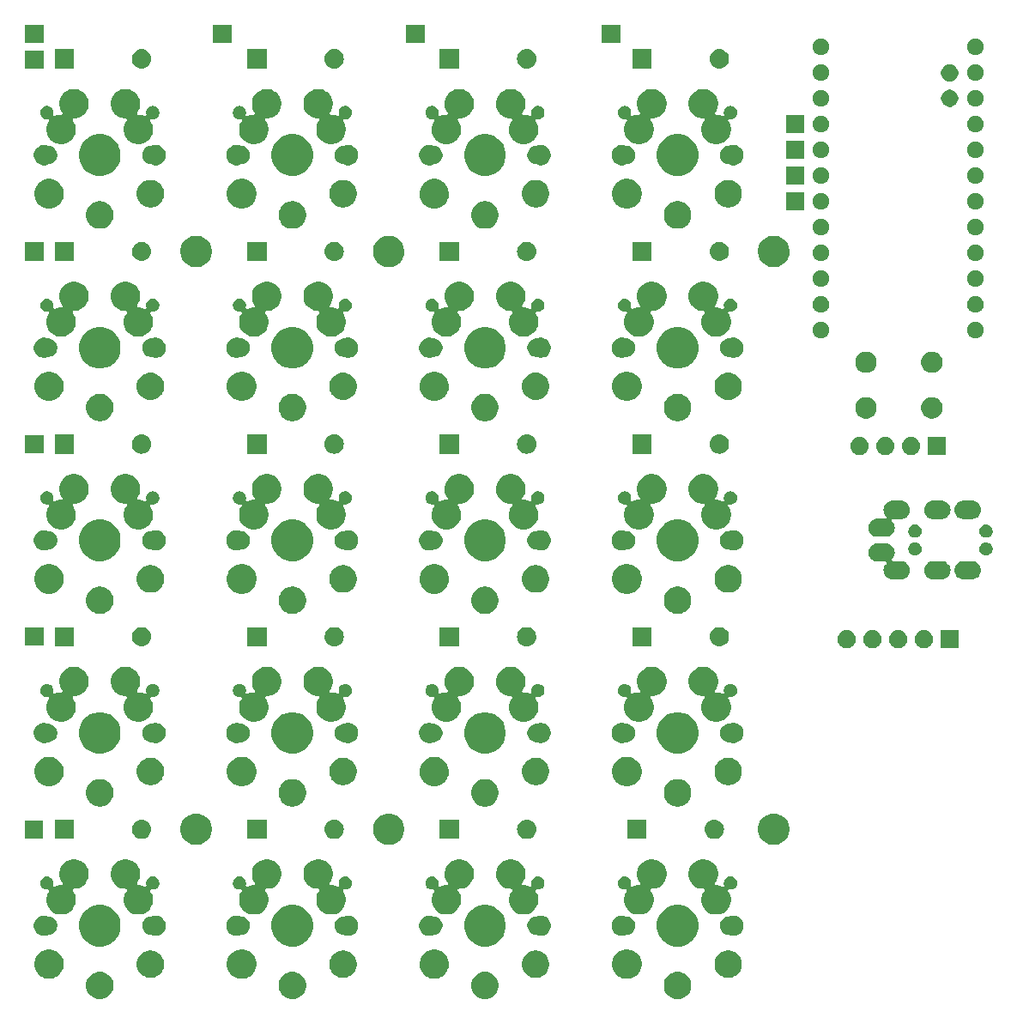
<source format=gbr>
G04 #@! TF.GenerationSoftware,KiCad,Pcbnew,5.0.2-bee76a0~70~ubuntu16.04.1*
G04 #@! TF.CreationDate,2019-02-17T20:15:13+09:00*
G04 #@! TF.ProjectId,msykbd,6d73796b-6264-42e6-9b69-6361645f7063,rev?*
G04 #@! TF.SameCoordinates,Original*
G04 #@! TF.FileFunction,Soldermask,Bot*
G04 #@! TF.FilePolarity,Negative*
%FSLAX46Y46*%
G04 Gerber Fmt 4.6, Leading zero omitted, Abs format (unit mm)*
G04 Created by KiCad (PCBNEW 5.0.2-bee76a0~70~ubuntu16.04.1) date 2019年02月17日 20時15分13秒*
%MOMM*%
%LPD*%
G01*
G04 APERTURE LIST*
%ADD10C,0.100000*%
G04 APERTURE END LIST*
D10*
G36*
X96763567Y-125074959D02*
X96894072Y-125100918D01*
X97139939Y-125202759D01*
X97359383Y-125349388D01*
X97361215Y-125350612D01*
X97549388Y-125538785D01*
X97549390Y-125538788D01*
X97697241Y-125760061D01*
X97799082Y-126005928D01*
X97851000Y-126266938D01*
X97851000Y-126533062D01*
X97799082Y-126794072D01*
X97697241Y-127039939D01*
X97549890Y-127260464D01*
X97549388Y-127261215D01*
X97361215Y-127449388D01*
X97361212Y-127449390D01*
X97139939Y-127597241D01*
X96894072Y-127699082D01*
X96763567Y-127725041D01*
X96633063Y-127751000D01*
X96366937Y-127751000D01*
X96236433Y-127725041D01*
X96105928Y-127699082D01*
X95860061Y-127597241D01*
X95638788Y-127449390D01*
X95638785Y-127449388D01*
X95450612Y-127261215D01*
X95450110Y-127260464D01*
X95302759Y-127039939D01*
X95200918Y-126794072D01*
X95149000Y-126533062D01*
X95149000Y-126266938D01*
X95200918Y-126005928D01*
X95302759Y-125760061D01*
X95450610Y-125538788D01*
X95450612Y-125538785D01*
X95638785Y-125350612D01*
X95640617Y-125349388D01*
X95860061Y-125202759D01*
X96105928Y-125100918D01*
X96236433Y-125074959D01*
X96366937Y-125049000D01*
X96633063Y-125049000D01*
X96763567Y-125074959D01*
X96763567Y-125074959D01*
G37*
G36*
X58763567Y-125074959D02*
X58894072Y-125100918D01*
X59139939Y-125202759D01*
X59359383Y-125349388D01*
X59361215Y-125350612D01*
X59549388Y-125538785D01*
X59549390Y-125538788D01*
X59697241Y-125760061D01*
X59799082Y-126005928D01*
X59851000Y-126266938D01*
X59851000Y-126533062D01*
X59799082Y-126794072D01*
X59697241Y-127039939D01*
X59549890Y-127260464D01*
X59549388Y-127261215D01*
X59361215Y-127449388D01*
X59361212Y-127449390D01*
X59139939Y-127597241D01*
X58894072Y-127699082D01*
X58763567Y-127725041D01*
X58633063Y-127751000D01*
X58366937Y-127751000D01*
X58236433Y-127725041D01*
X58105928Y-127699082D01*
X57860061Y-127597241D01*
X57638788Y-127449390D01*
X57638785Y-127449388D01*
X57450612Y-127261215D01*
X57450110Y-127260464D01*
X57302759Y-127039939D01*
X57200918Y-126794072D01*
X57149000Y-126533062D01*
X57149000Y-126266938D01*
X57200918Y-126005928D01*
X57302759Y-125760061D01*
X57450610Y-125538788D01*
X57450612Y-125538785D01*
X57638785Y-125350612D01*
X57640617Y-125349388D01*
X57860061Y-125202759D01*
X58105928Y-125100918D01*
X58236433Y-125074959D01*
X58366937Y-125049000D01*
X58633063Y-125049000D01*
X58763567Y-125074959D01*
X58763567Y-125074959D01*
G37*
G36*
X39763567Y-125074959D02*
X39894072Y-125100918D01*
X40139939Y-125202759D01*
X40359383Y-125349388D01*
X40361215Y-125350612D01*
X40549388Y-125538785D01*
X40549390Y-125538788D01*
X40697241Y-125760061D01*
X40799082Y-126005928D01*
X40851000Y-126266938D01*
X40851000Y-126533062D01*
X40799082Y-126794072D01*
X40697241Y-127039939D01*
X40549890Y-127260464D01*
X40549388Y-127261215D01*
X40361215Y-127449388D01*
X40361212Y-127449390D01*
X40139939Y-127597241D01*
X39894072Y-127699082D01*
X39763567Y-127725041D01*
X39633063Y-127751000D01*
X39366937Y-127751000D01*
X39236433Y-127725041D01*
X39105928Y-127699082D01*
X38860061Y-127597241D01*
X38638788Y-127449390D01*
X38638785Y-127449388D01*
X38450612Y-127261215D01*
X38450110Y-127260464D01*
X38302759Y-127039939D01*
X38200918Y-126794072D01*
X38149000Y-126533062D01*
X38149000Y-126266938D01*
X38200918Y-126005928D01*
X38302759Y-125760061D01*
X38450610Y-125538788D01*
X38450612Y-125538785D01*
X38638785Y-125350612D01*
X38640617Y-125349388D01*
X38860061Y-125202759D01*
X39105928Y-125100918D01*
X39236433Y-125074959D01*
X39366937Y-125049000D01*
X39633063Y-125049000D01*
X39763567Y-125074959D01*
X39763567Y-125074959D01*
G37*
G36*
X77763567Y-125074959D02*
X77894072Y-125100918D01*
X78139939Y-125202759D01*
X78359383Y-125349388D01*
X78361215Y-125350612D01*
X78549388Y-125538785D01*
X78549390Y-125538788D01*
X78697241Y-125760061D01*
X78799082Y-126005928D01*
X78851000Y-126266938D01*
X78851000Y-126533062D01*
X78799082Y-126794072D01*
X78697241Y-127039939D01*
X78549890Y-127260464D01*
X78549388Y-127261215D01*
X78361215Y-127449388D01*
X78361212Y-127449390D01*
X78139939Y-127597241D01*
X77894072Y-127699082D01*
X77763567Y-127725041D01*
X77633063Y-127751000D01*
X77366937Y-127751000D01*
X77236433Y-127725041D01*
X77105928Y-127699082D01*
X76860061Y-127597241D01*
X76638788Y-127449390D01*
X76638785Y-127449388D01*
X76450612Y-127261215D01*
X76450110Y-127260464D01*
X76302759Y-127039939D01*
X76200918Y-126794072D01*
X76149000Y-126533062D01*
X76149000Y-126266938D01*
X76200918Y-126005928D01*
X76302759Y-125760061D01*
X76450610Y-125538788D01*
X76450612Y-125538785D01*
X76638785Y-125350612D01*
X76640617Y-125349388D01*
X76860061Y-125202759D01*
X77105928Y-125100918D01*
X77236433Y-125074959D01*
X77366937Y-125049000D01*
X77633063Y-125049000D01*
X77763567Y-125074959D01*
X77763567Y-125074959D01*
G37*
G36*
X34923238Y-122904760D02*
X34923240Y-122904761D01*
X34923241Y-122904761D01*
X35187306Y-123014140D01*
X35187307Y-123014141D01*
X35424962Y-123172937D01*
X35627063Y-123375038D01*
X35627065Y-123375041D01*
X35785860Y-123612694D01*
X35895239Y-123876759D01*
X35895240Y-123876762D01*
X35951000Y-124157088D01*
X35951000Y-124442912D01*
X35901042Y-124694071D01*
X35895239Y-124723241D01*
X35785860Y-124987306D01*
X35785859Y-124987307D01*
X35627063Y-125224962D01*
X35424962Y-125427063D01*
X35424959Y-125427065D01*
X35187306Y-125585860D01*
X34923241Y-125695239D01*
X34923240Y-125695239D01*
X34923238Y-125695240D01*
X34642912Y-125751000D01*
X34357088Y-125751000D01*
X34076762Y-125695240D01*
X34076760Y-125695239D01*
X34076759Y-125695239D01*
X33812694Y-125585860D01*
X33575041Y-125427065D01*
X33575038Y-125427063D01*
X33372937Y-125224962D01*
X33214141Y-124987307D01*
X33214140Y-124987306D01*
X33104761Y-124723241D01*
X33098959Y-124694071D01*
X33049000Y-124442912D01*
X33049000Y-124157088D01*
X33104760Y-123876762D01*
X33104761Y-123876759D01*
X33214140Y-123612694D01*
X33372935Y-123375041D01*
X33372937Y-123375038D01*
X33575038Y-123172937D01*
X33812693Y-123014141D01*
X33812694Y-123014140D01*
X34076759Y-122904761D01*
X34076760Y-122904761D01*
X34076762Y-122904760D01*
X34357088Y-122849000D01*
X34642912Y-122849000D01*
X34923238Y-122904760D01*
X34923238Y-122904760D01*
G37*
G36*
X91923238Y-122904760D02*
X91923240Y-122904761D01*
X91923241Y-122904761D01*
X92187306Y-123014140D01*
X92187307Y-123014141D01*
X92424962Y-123172937D01*
X92627063Y-123375038D01*
X92627065Y-123375041D01*
X92785860Y-123612694D01*
X92895239Y-123876759D01*
X92895240Y-123876762D01*
X92951000Y-124157088D01*
X92951000Y-124442912D01*
X92901042Y-124694071D01*
X92895239Y-124723241D01*
X92785860Y-124987306D01*
X92785859Y-124987307D01*
X92627063Y-125224962D01*
X92424962Y-125427063D01*
X92424959Y-125427065D01*
X92187306Y-125585860D01*
X91923241Y-125695239D01*
X91923240Y-125695239D01*
X91923238Y-125695240D01*
X91642912Y-125751000D01*
X91357088Y-125751000D01*
X91076762Y-125695240D01*
X91076760Y-125695239D01*
X91076759Y-125695239D01*
X90812694Y-125585860D01*
X90575041Y-125427065D01*
X90575038Y-125427063D01*
X90372937Y-125224962D01*
X90214141Y-124987307D01*
X90214140Y-124987306D01*
X90104761Y-124723241D01*
X90098959Y-124694071D01*
X90049000Y-124442912D01*
X90049000Y-124157088D01*
X90104760Y-123876762D01*
X90104761Y-123876759D01*
X90214140Y-123612694D01*
X90372935Y-123375041D01*
X90372937Y-123375038D01*
X90575038Y-123172937D01*
X90812693Y-123014141D01*
X90812694Y-123014140D01*
X91076759Y-122904761D01*
X91076760Y-122904761D01*
X91076762Y-122904760D01*
X91357088Y-122849000D01*
X91642912Y-122849000D01*
X91923238Y-122904760D01*
X91923238Y-122904760D01*
G37*
G36*
X72923238Y-122904760D02*
X72923240Y-122904761D01*
X72923241Y-122904761D01*
X73187306Y-123014140D01*
X73187307Y-123014141D01*
X73424962Y-123172937D01*
X73627063Y-123375038D01*
X73627065Y-123375041D01*
X73785860Y-123612694D01*
X73895239Y-123876759D01*
X73895240Y-123876762D01*
X73951000Y-124157088D01*
X73951000Y-124442912D01*
X73901042Y-124694071D01*
X73895239Y-124723241D01*
X73785860Y-124987306D01*
X73785859Y-124987307D01*
X73627063Y-125224962D01*
X73424962Y-125427063D01*
X73424959Y-125427065D01*
X73187306Y-125585860D01*
X72923241Y-125695239D01*
X72923240Y-125695239D01*
X72923238Y-125695240D01*
X72642912Y-125751000D01*
X72357088Y-125751000D01*
X72076762Y-125695240D01*
X72076760Y-125695239D01*
X72076759Y-125695239D01*
X71812694Y-125585860D01*
X71575041Y-125427065D01*
X71575038Y-125427063D01*
X71372937Y-125224962D01*
X71214141Y-124987307D01*
X71214140Y-124987306D01*
X71104761Y-124723241D01*
X71098959Y-124694071D01*
X71049000Y-124442912D01*
X71049000Y-124157088D01*
X71104760Y-123876762D01*
X71104761Y-123876759D01*
X71214140Y-123612694D01*
X71372935Y-123375041D01*
X71372937Y-123375038D01*
X71575038Y-123172937D01*
X71812693Y-123014141D01*
X71812694Y-123014140D01*
X72076759Y-122904761D01*
X72076760Y-122904761D01*
X72076762Y-122904760D01*
X72357088Y-122849000D01*
X72642912Y-122849000D01*
X72923238Y-122904760D01*
X72923238Y-122904760D01*
G37*
G36*
X53923238Y-122904760D02*
X53923240Y-122904761D01*
X53923241Y-122904761D01*
X54187306Y-123014140D01*
X54187307Y-123014141D01*
X54424962Y-123172937D01*
X54627063Y-123375038D01*
X54627065Y-123375041D01*
X54785860Y-123612694D01*
X54895239Y-123876759D01*
X54895240Y-123876762D01*
X54951000Y-124157088D01*
X54951000Y-124442912D01*
X54901042Y-124694071D01*
X54895239Y-124723241D01*
X54785860Y-124987306D01*
X54785859Y-124987307D01*
X54627063Y-125224962D01*
X54424962Y-125427063D01*
X54424959Y-125427065D01*
X54187306Y-125585860D01*
X53923241Y-125695239D01*
X53923240Y-125695239D01*
X53923238Y-125695240D01*
X53642912Y-125751000D01*
X53357088Y-125751000D01*
X53076762Y-125695240D01*
X53076760Y-125695239D01*
X53076759Y-125695239D01*
X52812694Y-125585860D01*
X52575041Y-125427065D01*
X52575038Y-125427063D01*
X52372937Y-125224962D01*
X52214141Y-124987307D01*
X52214140Y-124987306D01*
X52104761Y-124723241D01*
X52098959Y-124694071D01*
X52049000Y-124442912D01*
X52049000Y-124157088D01*
X52104760Y-123876762D01*
X52104761Y-123876759D01*
X52214140Y-123612694D01*
X52372935Y-123375041D01*
X52372937Y-123375038D01*
X52575038Y-123172937D01*
X52812693Y-123014141D01*
X52812694Y-123014140D01*
X53076759Y-122904761D01*
X53076760Y-122904761D01*
X53076762Y-122904760D01*
X53357088Y-122849000D01*
X53642912Y-122849000D01*
X53923238Y-122904760D01*
X53923238Y-122904760D01*
G37*
G36*
X82763567Y-122974959D02*
X82894072Y-123000918D01*
X83139939Y-123102759D01*
X83360464Y-123250110D01*
X83361215Y-123250612D01*
X83549388Y-123438785D01*
X83549390Y-123438788D01*
X83697241Y-123660061D01*
X83799082Y-123905928D01*
X83851000Y-124166938D01*
X83851000Y-124433062D01*
X83799082Y-124694072D01*
X83697241Y-124939939D01*
X83624368Y-125049000D01*
X83549388Y-125161215D01*
X83361215Y-125349388D01*
X83361212Y-125349390D01*
X83139939Y-125497241D01*
X82894072Y-125599082D01*
X82763567Y-125625041D01*
X82633063Y-125651000D01*
X82366937Y-125651000D01*
X82236433Y-125625041D01*
X82105928Y-125599082D01*
X81860061Y-125497241D01*
X81638788Y-125349390D01*
X81638785Y-125349388D01*
X81450612Y-125161215D01*
X81375632Y-125049000D01*
X81302759Y-124939939D01*
X81200918Y-124694072D01*
X81149000Y-124433062D01*
X81149000Y-124166938D01*
X81200918Y-123905928D01*
X81302759Y-123660061D01*
X81450610Y-123438788D01*
X81450612Y-123438785D01*
X81638785Y-123250612D01*
X81639536Y-123250110D01*
X81860061Y-123102759D01*
X82105928Y-123000918D01*
X82236433Y-122974959D01*
X82366937Y-122949000D01*
X82633063Y-122949000D01*
X82763567Y-122974959D01*
X82763567Y-122974959D01*
G37*
G36*
X63763567Y-122974959D02*
X63894072Y-123000918D01*
X64139939Y-123102759D01*
X64360464Y-123250110D01*
X64361215Y-123250612D01*
X64549388Y-123438785D01*
X64549390Y-123438788D01*
X64697241Y-123660061D01*
X64799082Y-123905928D01*
X64851000Y-124166938D01*
X64851000Y-124433062D01*
X64799082Y-124694072D01*
X64697241Y-124939939D01*
X64624368Y-125049000D01*
X64549388Y-125161215D01*
X64361215Y-125349388D01*
X64361212Y-125349390D01*
X64139939Y-125497241D01*
X63894072Y-125599082D01*
X63763567Y-125625041D01*
X63633063Y-125651000D01*
X63366937Y-125651000D01*
X63236433Y-125625041D01*
X63105928Y-125599082D01*
X62860061Y-125497241D01*
X62638788Y-125349390D01*
X62638785Y-125349388D01*
X62450612Y-125161215D01*
X62375632Y-125049000D01*
X62302759Y-124939939D01*
X62200918Y-124694072D01*
X62149000Y-124433062D01*
X62149000Y-124166938D01*
X62200918Y-123905928D01*
X62302759Y-123660061D01*
X62450610Y-123438788D01*
X62450612Y-123438785D01*
X62638785Y-123250612D01*
X62639536Y-123250110D01*
X62860061Y-123102759D01*
X63105928Y-123000918D01*
X63236433Y-122974959D01*
X63366937Y-122949000D01*
X63633063Y-122949000D01*
X63763567Y-122974959D01*
X63763567Y-122974959D01*
G37*
G36*
X101763567Y-122974959D02*
X101894072Y-123000918D01*
X102139939Y-123102759D01*
X102360464Y-123250110D01*
X102361215Y-123250612D01*
X102549388Y-123438785D01*
X102549390Y-123438788D01*
X102697241Y-123660061D01*
X102799082Y-123905928D01*
X102851000Y-124166938D01*
X102851000Y-124433062D01*
X102799082Y-124694072D01*
X102697241Y-124939939D01*
X102624368Y-125049000D01*
X102549388Y-125161215D01*
X102361215Y-125349388D01*
X102361212Y-125349390D01*
X102139939Y-125497241D01*
X101894072Y-125599082D01*
X101763567Y-125625041D01*
X101633063Y-125651000D01*
X101366937Y-125651000D01*
X101236433Y-125625041D01*
X101105928Y-125599082D01*
X100860061Y-125497241D01*
X100638788Y-125349390D01*
X100638785Y-125349388D01*
X100450612Y-125161215D01*
X100375632Y-125049000D01*
X100302759Y-124939939D01*
X100200918Y-124694072D01*
X100149000Y-124433062D01*
X100149000Y-124166938D01*
X100200918Y-123905928D01*
X100302759Y-123660061D01*
X100450610Y-123438788D01*
X100450612Y-123438785D01*
X100638785Y-123250612D01*
X100639536Y-123250110D01*
X100860061Y-123102759D01*
X101105928Y-123000918D01*
X101236433Y-122974959D01*
X101366937Y-122949000D01*
X101633063Y-122949000D01*
X101763567Y-122974959D01*
X101763567Y-122974959D01*
G37*
G36*
X44763567Y-122974959D02*
X44894072Y-123000918D01*
X45139939Y-123102759D01*
X45360464Y-123250110D01*
X45361215Y-123250612D01*
X45549388Y-123438785D01*
X45549390Y-123438788D01*
X45697241Y-123660061D01*
X45799082Y-123905928D01*
X45851000Y-124166938D01*
X45851000Y-124433062D01*
X45799082Y-124694072D01*
X45697241Y-124939939D01*
X45624368Y-125049000D01*
X45549388Y-125161215D01*
X45361215Y-125349388D01*
X45361212Y-125349390D01*
X45139939Y-125497241D01*
X44894072Y-125599082D01*
X44763567Y-125625041D01*
X44633063Y-125651000D01*
X44366937Y-125651000D01*
X44236433Y-125625041D01*
X44105928Y-125599082D01*
X43860061Y-125497241D01*
X43638788Y-125349390D01*
X43638785Y-125349388D01*
X43450612Y-125161215D01*
X43375632Y-125049000D01*
X43302759Y-124939939D01*
X43200918Y-124694072D01*
X43149000Y-124433062D01*
X43149000Y-124166938D01*
X43200918Y-123905928D01*
X43302759Y-123660061D01*
X43450610Y-123438788D01*
X43450612Y-123438785D01*
X43638785Y-123250612D01*
X43639536Y-123250110D01*
X43860061Y-123102759D01*
X44105928Y-123000918D01*
X44236433Y-122974959D01*
X44366937Y-122949000D01*
X44633063Y-122949000D01*
X44763567Y-122974959D01*
X44763567Y-122974959D01*
G37*
G36*
X59098252Y-118527818D02*
X59098254Y-118527819D01*
X59098255Y-118527819D01*
X59471513Y-118682427D01*
X59471514Y-118682428D01*
X59807439Y-118906886D01*
X60093114Y-119192561D01*
X60093116Y-119192564D01*
X60317573Y-119528487D01*
X60472181Y-119901745D01*
X60472182Y-119901748D01*
X60551000Y-120297993D01*
X60551000Y-120702007D01*
X60476936Y-121074354D01*
X60472181Y-121098255D01*
X60317573Y-121471513D01*
X60317572Y-121471514D01*
X60093114Y-121807439D01*
X59807439Y-122093114D01*
X59807436Y-122093116D01*
X59471513Y-122317573D01*
X59098255Y-122472181D01*
X59098254Y-122472181D01*
X59098252Y-122472182D01*
X58702007Y-122551000D01*
X58297993Y-122551000D01*
X57901748Y-122472182D01*
X57901746Y-122472181D01*
X57901745Y-122472181D01*
X57528487Y-122317573D01*
X57192564Y-122093116D01*
X57192561Y-122093114D01*
X56906886Y-121807439D01*
X56682428Y-121471514D01*
X56682427Y-121471513D01*
X56527819Y-121098255D01*
X56523065Y-121074354D01*
X56449000Y-120702007D01*
X56449000Y-120297993D01*
X56527818Y-119901748D01*
X56527819Y-119901745D01*
X56682427Y-119528487D01*
X56906884Y-119192564D01*
X56906886Y-119192561D01*
X57192561Y-118906886D01*
X57528486Y-118682428D01*
X57528487Y-118682427D01*
X57901745Y-118527819D01*
X57901746Y-118527819D01*
X57901748Y-118527818D01*
X58297993Y-118449000D01*
X58702007Y-118449000D01*
X59098252Y-118527818D01*
X59098252Y-118527818D01*
G37*
G36*
X40098252Y-118527818D02*
X40098254Y-118527819D01*
X40098255Y-118527819D01*
X40471513Y-118682427D01*
X40471514Y-118682428D01*
X40807439Y-118906886D01*
X41093114Y-119192561D01*
X41093116Y-119192564D01*
X41317573Y-119528487D01*
X41472181Y-119901745D01*
X41472182Y-119901748D01*
X41551000Y-120297993D01*
X41551000Y-120702007D01*
X41476936Y-121074354D01*
X41472181Y-121098255D01*
X41317573Y-121471513D01*
X41317572Y-121471514D01*
X41093114Y-121807439D01*
X40807439Y-122093114D01*
X40807436Y-122093116D01*
X40471513Y-122317573D01*
X40098255Y-122472181D01*
X40098254Y-122472181D01*
X40098252Y-122472182D01*
X39702007Y-122551000D01*
X39297993Y-122551000D01*
X38901748Y-122472182D01*
X38901746Y-122472181D01*
X38901745Y-122472181D01*
X38528487Y-122317573D01*
X38192564Y-122093116D01*
X38192561Y-122093114D01*
X37906886Y-121807439D01*
X37682428Y-121471514D01*
X37682427Y-121471513D01*
X37527819Y-121098255D01*
X37523065Y-121074354D01*
X37449000Y-120702007D01*
X37449000Y-120297993D01*
X37527818Y-119901748D01*
X37527819Y-119901745D01*
X37682427Y-119528487D01*
X37906884Y-119192564D01*
X37906886Y-119192561D01*
X38192561Y-118906886D01*
X38528486Y-118682428D01*
X38528487Y-118682427D01*
X38901745Y-118527819D01*
X38901746Y-118527819D01*
X38901748Y-118527818D01*
X39297993Y-118449000D01*
X39702007Y-118449000D01*
X40098252Y-118527818D01*
X40098252Y-118527818D01*
G37*
G36*
X78098252Y-118527818D02*
X78098254Y-118527819D01*
X78098255Y-118527819D01*
X78471513Y-118682427D01*
X78471514Y-118682428D01*
X78807439Y-118906886D01*
X79093114Y-119192561D01*
X79093116Y-119192564D01*
X79317573Y-119528487D01*
X79472181Y-119901745D01*
X79472182Y-119901748D01*
X79551000Y-120297993D01*
X79551000Y-120702007D01*
X79476936Y-121074354D01*
X79472181Y-121098255D01*
X79317573Y-121471513D01*
X79317572Y-121471514D01*
X79093114Y-121807439D01*
X78807439Y-122093114D01*
X78807436Y-122093116D01*
X78471513Y-122317573D01*
X78098255Y-122472181D01*
X78098254Y-122472181D01*
X78098252Y-122472182D01*
X77702007Y-122551000D01*
X77297993Y-122551000D01*
X76901748Y-122472182D01*
X76901746Y-122472181D01*
X76901745Y-122472181D01*
X76528487Y-122317573D01*
X76192564Y-122093116D01*
X76192561Y-122093114D01*
X75906886Y-121807439D01*
X75682428Y-121471514D01*
X75682427Y-121471513D01*
X75527819Y-121098255D01*
X75523065Y-121074354D01*
X75449000Y-120702007D01*
X75449000Y-120297993D01*
X75527818Y-119901748D01*
X75527819Y-119901745D01*
X75682427Y-119528487D01*
X75906884Y-119192564D01*
X75906886Y-119192561D01*
X76192561Y-118906886D01*
X76528486Y-118682428D01*
X76528487Y-118682427D01*
X76901745Y-118527819D01*
X76901746Y-118527819D01*
X76901748Y-118527818D01*
X77297993Y-118449000D01*
X77702007Y-118449000D01*
X78098252Y-118527818D01*
X78098252Y-118527818D01*
G37*
G36*
X97098252Y-118527818D02*
X97098254Y-118527819D01*
X97098255Y-118527819D01*
X97471513Y-118682427D01*
X97471514Y-118682428D01*
X97807439Y-118906886D01*
X98093114Y-119192561D01*
X98093116Y-119192564D01*
X98317573Y-119528487D01*
X98472181Y-119901745D01*
X98472182Y-119901748D01*
X98551000Y-120297993D01*
X98551000Y-120702007D01*
X98476936Y-121074354D01*
X98472181Y-121098255D01*
X98317573Y-121471513D01*
X98317572Y-121471514D01*
X98093114Y-121807439D01*
X97807439Y-122093114D01*
X97807436Y-122093116D01*
X97471513Y-122317573D01*
X97098255Y-122472181D01*
X97098254Y-122472181D01*
X97098252Y-122472182D01*
X96702007Y-122551000D01*
X96297993Y-122551000D01*
X95901748Y-122472182D01*
X95901746Y-122472181D01*
X95901745Y-122472181D01*
X95528487Y-122317573D01*
X95192564Y-122093116D01*
X95192561Y-122093114D01*
X94906886Y-121807439D01*
X94682428Y-121471514D01*
X94682427Y-121471513D01*
X94527819Y-121098255D01*
X94523065Y-121074354D01*
X94449000Y-120702007D01*
X94449000Y-120297993D01*
X94527818Y-119901748D01*
X94527819Y-119901745D01*
X94682427Y-119528487D01*
X94906884Y-119192564D01*
X94906886Y-119192561D01*
X95192561Y-118906886D01*
X95528486Y-118682428D01*
X95528487Y-118682427D01*
X95901745Y-118527819D01*
X95901746Y-118527819D01*
X95901748Y-118527818D01*
X96297993Y-118449000D01*
X96702007Y-118449000D01*
X97098252Y-118527818D01*
X97098252Y-118527818D01*
G37*
G36*
X72291981Y-119537468D02*
X72417561Y-119589485D01*
X72441010Y-119596598D01*
X72465396Y-119599000D01*
X72508741Y-119599000D01*
X72682812Y-119633624D01*
X72846784Y-119701544D01*
X72994354Y-119800147D01*
X73119853Y-119925646D01*
X73218456Y-120073216D01*
X73286376Y-120237188D01*
X73321000Y-120411259D01*
X73321000Y-120588741D01*
X73286376Y-120762812D01*
X73218456Y-120926784D01*
X73119853Y-121074354D01*
X72994354Y-121199853D01*
X72846784Y-121298456D01*
X72682812Y-121366376D01*
X72508741Y-121401000D01*
X72465396Y-121401000D01*
X72441010Y-121403402D01*
X72417561Y-121410515D01*
X72291981Y-121462532D01*
X72098590Y-121501000D01*
X71901410Y-121501000D01*
X71708019Y-121462532D01*
X71525850Y-121387075D01*
X71361897Y-121277525D01*
X71222475Y-121138103D01*
X71112925Y-120974150D01*
X71037468Y-120791981D01*
X70999000Y-120598590D01*
X70999000Y-120401410D01*
X71037468Y-120208019D01*
X71112925Y-120025850D01*
X71222475Y-119861897D01*
X71361897Y-119722475D01*
X71525850Y-119612925D01*
X71708019Y-119537468D01*
X71901410Y-119499000D01*
X72098590Y-119499000D01*
X72291981Y-119537468D01*
X72291981Y-119537468D01*
G37*
G36*
X91291981Y-119537468D02*
X91417561Y-119589485D01*
X91441010Y-119596598D01*
X91465396Y-119599000D01*
X91508741Y-119599000D01*
X91682812Y-119633624D01*
X91846784Y-119701544D01*
X91994354Y-119800147D01*
X92119853Y-119925646D01*
X92218456Y-120073216D01*
X92286376Y-120237188D01*
X92321000Y-120411259D01*
X92321000Y-120588741D01*
X92286376Y-120762812D01*
X92218456Y-120926784D01*
X92119853Y-121074354D01*
X91994354Y-121199853D01*
X91846784Y-121298456D01*
X91682812Y-121366376D01*
X91508741Y-121401000D01*
X91465396Y-121401000D01*
X91441010Y-121403402D01*
X91417561Y-121410515D01*
X91291981Y-121462532D01*
X91098590Y-121501000D01*
X90901410Y-121501000D01*
X90708019Y-121462532D01*
X90525850Y-121387075D01*
X90361897Y-121277525D01*
X90222475Y-121138103D01*
X90112925Y-120974150D01*
X90037468Y-120791981D01*
X89999000Y-120598590D01*
X89999000Y-120401410D01*
X90037468Y-120208019D01*
X90112925Y-120025850D01*
X90222475Y-119861897D01*
X90361897Y-119722475D01*
X90525850Y-119612925D01*
X90708019Y-119537468D01*
X90901410Y-119499000D01*
X91098590Y-119499000D01*
X91291981Y-119537468D01*
X91291981Y-119537468D01*
G37*
G36*
X83291981Y-119537468D02*
X83474150Y-119612925D01*
X83638103Y-119722475D01*
X83777525Y-119861897D01*
X83887075Y-120025850D01*
X83962532Y-120208019D01*
X84001000Y-120401410D01*
X84001000Y-120598590D01*
X83962532Y-120791981D01*
X83887075Y-120974150D01*
X83777525Y-121138103D01*
X83638103Y-121277525D01*
X83474150Y-121387075D01*
X83291981Y-121462532D01*
X83098590Y-121501000D01*
X82901410Y-121501000D01*
X82708019Y-121462532D01*
X82582439Y-121410515D01*
X82558990Y-121403402D01*
X82534604Y-121401000D01*
X82491259Y-121401000D01*
X82317188Y-121366376D01*
X82153216Y-121298456D01*
X82005646Y-121199853D01*
X81880147Y-121074354D01*
X81781544Y-120926784D01*
X81713624Y-120762812D01*
X81679000Y-120588741D01*
X81679000Y-120411259D01*
X81713624Y-120237188D01*
X81781544Y-120073216D01*
X81880147Y-119925646D01*
X82005646Y-119800147D01*
X82153216Y-119701544D01*
X82317188Y-119633624D01*
X82491259Y-119599000D01*
X82534604Y-119599000D01*
X82558990Y-119596598D01*
X82582439Y-119589485D01*
X82708019Y-119537468D01*
X82901410Y-119499000D01*
X83098590Y-119499000D01*
X83291981Y-119537468D01*
X83291981Y-119537468D01*
G37*
G36*
X53291981Y-119537468D02*
X53417561Y-119589485D01*
X53441010Y-119596598D01*
X53465396Y-119599000D01*
X53508741Y-119599000D01*
X53682812Y-119633624D01*
X53846784Y-119701544D01*
X53994354Y-119800147D01*
X54119853Y-119925646D01*
X54218456Y-120073216D01*
X54286376Y-120237188D01*
X54321000Y-120411259D01*
X54321000Y-120588741D01*
X54286376Y-120762812D01*
X54218456Y-120926784D01*
X54119853Y-121074354D01*
X53994354Y-121199853D01*
X53846784Y-121298456D01*
X53682812Y-121366376D01*
X53508741Y-121401000D01*
X53465396Y-121401000D01*
X53441010Y-121403402D01*
X53417561Y-121410515D01*
X53291981Y-121462532D01*
X53098590Y-121501000D01*
X52901410Y-121501000D01*
X52708019Y-121462532D01*
X52525850Y-121387075D01*
X52361897Y-121277525D01*
X52222475Y-121138103D01*
X52112925Y-120974150D01*
X52037468Y-120791981D01*
X51999000Y-120598590D01*
X51999000Y-120401410D01*
X52037468Y-120208019D01*
X52112925Y-120025850D01*
X52222475Y-119861897D01*
X52361897Y-119722475D01*
X52525850Y-119612925D01*
X52708019Y-119537468D01*
X52901410Y-119499000D01*
X53098590Y-119499000D01*
X53291981Y-119537468D01*
X53291981Y-119537468D01*
G37*
G36*
X102291981Y-119537468D02*
X102474150Y-119612925D01*
X102638103Y-119722475D01*
X102777525Y-119861897D01*
X102887075Y-120025850D01*
X102962532Y-120208019D01*
X103001000Y-120401410D01*
X103001000Y-120598590D01*
X102962532Y-120791981D01*
X102887075Y-120974150D01*
X102777525Y-121138103D01*
X102638103Y-121277525D01*
X102474150Y-121387075D01*
X102291981Y-121462532D01*
X102098590Y-121501000D01*
X101901410Y-121501000D01*
X101708019Y-121462532D01*
X101582439Y-121410515D01*
X101558990Y-121403402D01*
X101534604Y-121401000D01*
X101491259Y-121401000D01*
X101317188Y-121366376D01*
X101153216Y-121298456D01*
X101005646Y-121199853D01*
X100880147Y-121074354D01*
X100781544Y-120926784D01*
X100713624Y-120762812D01*
X100679000Y-120588741D01*
X100679000Y-120411259D01*
X100713624Y-120237188D01*
X100781544Y-120073216D01*
X100880147Y-119925646D01*
X101005646Y-119800147D01*
X101153216Y-119701544D01*
X101317188Y-119633624D01*
X101491259Y-119599000D01*
X101534604Y-119599000D01*
X101558990Y-119596598D01*
X101582439Y-119589485D01*
X101708019Y-119537468D01*
X101901410Y-119499000D01*
X102098590Y-119499000D01*
X102291981Y-119537468D01*
X102291981Y-119537468D01*
G37*
G36*
X34291981Y-119537468D02*
X34417561Y-119589485D01*
X34441010Y-119596598D01*
X34465396Y-119599000D01*
X34508741Y-119599000D01*
X34682812Y-119633624D01*
X34846784Y-119701544D01*
X34994354Y-119800147D01*
X35119853Y-119925646D01*
X35218456Y-120073216D01*
X35286376Y-120237188D01*
X35321000Y-120411259D01*
X35321000Y-120588741D01*
X35286376Y-120762812D01*
X35218456Y-120926784D01*
X35119853Y-121074354D01*
X34994354Y-121199853D01*
X34846784Y-121298456D01*
X34682812Y-121366376D01*
X34508741Y-121401000D01*
X34465396Y-121401000D01*
X34441010Y-121403402D01*
X34417561Y-121410515D01*
X34291981Y-121462532D01*
X34098590Y-121501000D01*
X33901410Y-121501000D01*
X33708019Y-121462532D01*
X33525850Y-121387075D01*
X33361897Y-121277525D01*
X33222475Y-121138103D01*
X33112925Y-120974150D01*
X33037468Y-120791981D01*
X32999000Y-120598590D01*
X32999000Y-120401410D01*
X33037468Y-120208019D01*
X33112925Y-120025850D01*
X33222475Y-119861897D01*
X33361897Y-119722475D01*
X33525850Y-119612925D01*
X33708019Y-119537468D01*
X33901410Y-119499000D01*
X34098590Y-119499000D01*
X34291981Y-119537468D01*
X34291981Y-119537468D01*
G37*
G36*
X45291981Y-119537468D02*
X45474150Y-119612925D01*
X45638103Y-119722475D01*
X45777525Y-119861897D01*
X45887075Y-120025850D01*
X45962532Y-120208019D01*
X46001000Y-120401410D01*
X46001000Y-120598590D01*
X45962532Y-120791981D01*
X45887075Y-120974150D01*
X45777525Y-121138103D01*
X45638103Y-121277525D01*
X45474150Y-121387075D01*
X45291981Y-121462532D01*
X45098590Y-121501000D01*
X44901410Y-121501000D01*
X44708019Y-121462532D01*
X44582439Y-121410515D01*
X44558990Y-121403402D01*
X44534604Y-121401000D01*
X44491259Y-121401000D01*
X44317188Y-121366376D01*
X44153216Y-121298456D01*
X44005646Y-121199853D01*
X43880147Y-121074354D01*
X43781544Y-120926784D01*
X43713624Y-120762812D01*
X43679000Y-120588741D01*
X43679000Y-120411259D01*
X43713624Y-120237188D01*
X43781544Y-120073216D01*
X43880147Y-119925646D01*
X44005646Y-119800147D01*
X44153216Y-119701544D01*
X44317188Y-119633624D01*
X44491259Y-119599000D01*
X44534604Y-119599000D01*
X44558990Y-119596598D01*
X44582439Y-119589485D01*
X44708019Y-119537468D01*
X44901410Y-119499000D01*
X45098590Y-119499000D01*
X45291981Y-119537468D01*
X45291981Y-119537468D01*
G37*
G36*
X64291981Y-119537468D02*
X64474150Y-119612925D01*
X64638103Y-119722475D01*
X64777525Y-119861897D01*
X64887075Y-120025850D01*
X64962532Y-120208019D01*
X65001000Y-120401410D01*
X65001000Y-120598590D01*
X64962532Y-120791981D01*
X64887075Y-120974150D01*
X64777525Y-121138103D01*
X64638103Y-121277525D01*
X64474150Y-121387075D01*
X64291981Y-121462532D01*
X64098590Y-121501000D01*
X63901410Y-121501000D01*
X63708019Y-121462532D01*
X63582439Y-121410515D01*
X63558990Y-121403402D01*
X63534604Y-121401000D01*
X63491259Y-121401000D01*
X63317188Y-121366376D01*
X63153216Y-121298456D01*
X63005646Y-121199853D01*
X62880147Y-121074354D01*
X62781544Y-120926784D01*
X62713624Y-120762812D01*
X62679000Y-120588741D01*
X62679000Y-120411259D01*
X62713624Y-120237188D01*
X62781544Y-120073216D01*
X62880147Y-119925646D01*
X63005646Y-119800147D01*
X63153216Y-119701544D01*
X63317188Y-119633624D01*
X63491259Y-119599000D01*
X63534604Y-119599000D01*
X63558990Y-119596598D01*
X63582439Y-119589485D01*
X63708019Y-119537468D01*
X63901410Y-119499000D01*
X64098590Y-119499000D01*
X64291981Y-119537468D01*
X64291981Y-119537468D01*
G37*
G36*
X56383238Y-114024760D02*
X56383240Y-114024761D01*
X56383241Y-114024761D01*
X56647306Y-114134140D01*
X56647307Y-114134141D01*
X56884962Y-114292937D01*
X57087063Y-114495038D01*
X57087065Y-114495041D01*
X57245860Y-114732694D01*
X57355239Y-114996759D01*
X57355240Y-114996762D01*
X57411000Y-115277088D01*
X57411000Y-115562912D01*
X57364967Y-115794338D01*
X57355239Y-115843241D01*
X57245860Y-116107306D01*
X57245859Y-116107307D01*
X57087063Y-116344962D01*
X56884962Y-116547063D01*
X56884959Y-116547065D01*
X56647306Y-116705860D01*
X56383241Y-116815239D01*
X56383240Y-116815239D01*
X56383238Y-116815240D01*
X56102912Y-116871000D01*
X55941315Y-116871000D01*
X55916929Y-116873402D01*
X55893480Y-116880515D01*
X55871869Y-116892066D01*
X55852927Y-116907612D01*
X55837381Y-116926554D01*
X55825830Y-116948165D01*
X55818717Y-116971614D01*
X55816315Y-116996000D01*
X55818717Y-117020386D01*
X55825830Y-117043835D01*
X55837381Y-117065446D01*
X55975860Y-117272694D01*
X56085239Y-117536759D01*
X56141000Y-117817089D01*
X56141000Y-118102911D01*
X56085239Y-118383241D01*
X55975860Y-118647306D01*
X55975859Y-118647307D01*
X55817063Y-118884962D01*
X55614962Y-119087063D01*
X55614959Y-119087065D01*
X55377306Y-119245860D01*
X55113241Y-119355239D01*
X55113240Y-119355239D01*
X55113238Y-119355240D01*
X54832912Y-119411000D01*
X54547088Y-119411000D01*
X54266762Y-119355240D01*
X54266760Y-119355239D01*
X54266759Y-119355239D01*
X54002694Y-119245860D01*
X53765041Y-119087065D01*
X53765038Y-119087063D01*
X53562937Y-118884962D01*
X53404141Y-118647307D01*
X53404140Y-118647306D01*
X53294761Y-118383241D01*
X53239000Y-118102911D01*
X53239000Y-117817089D01*
X53294761Y-117536759D01*
X53404140Y-117272694D01*
X53493579Y-117138839D01*
X53505130Y-117117228D01*
X53512243Y-117093779D01*
X53514645Y-117069393D01*
X53512243Y-117045006D01*
X53505130Y-117021557D01*
X53493579Y-116999946D01*
X53478033Y-116981004D01*
X53459091Y-116965459D01*
X53437480Y-116953908D01*
X53414031Y-116946795D01*
X53389645Y-116944393D01*
X53365259Y-116946795D01*
X53344119Y-116951000D01*
X53215881Y-116951000D01*
X53090110Y-116925983D01*
X52971639Y-116876911D01*
X52962793Y-116871000D01*
X52865012Y-116805665D01*
X52865011Y-116805664D01*
X52865008Y-116805662D01*
X52774338Y-116714992D01*
X52734043Y-116654686D01*
X52703091Y-116608364D01*
X52703089Y-116608361D01*
X52654017Y-116489890D01*
X52629000Y-116364119D01*
X52629000Y-116235881D01*
X52654017Y-116110110D01*
X52703089Y-115991639D01*
X52774338Y-115885008D01*
X52865008Y-115794338D01*
X52971639Y-115723089D01*
X53090110Y-115674017D01*
X53215881Y-115649000D01*
X53344119Y-115649000D01*
X53469890Y-115674017D01*
X53588361Y-115723089D01*
X53694992Y-115794338D01*
X53785662Y-115885008D01*
X53856911Y-115991639D01*
X53905983Y-116110110D01*
X53931000Y-116235881D01*
X53931000Y-116364119D01*
X53904285Y-116498428D01*
X53902197Y-116505312D01*
X53899798Y-116529699D01*
X53902202Y-116554085D01*
X53909318Y-116577533D01*
X53920871Y-116599143D01*
X53936419Y-116618083D01*
X53955362Y-116633627D01*
X53976974Y-116645176D01*
X54000424Y-116652287D01*
X54024811Y-116654686D01*
X54049197Y-116652282D01*
X54072625Y-116645174D01*
X54266759Y-116564761D01*
X54266760Y-116564761D01*
X54266762Y-116564760D01*
X54547088Y-116509000D01*
X54708685Y-116509000D01*
X54733071Y-116506598D01*
X54756520Y-116499485D01*
X54778131Y-116487934D01*
X54797073Y-116472388D01*
X54812619Y-116453446D01*
X54824170Y-116431835D01*
X54831283Y-116408386D01*
X54833685Y-116384000D01*
X54831283Y-116359614D01*
X54824170Y-116336165D01*
X54812619Y-116314554D01*
X54674141Y-116107307D01*
X54674140Y-116107306D01*
X54564761Y-115843241D01*
X54555034Y-115794338D01*
X54509000Y-115562912D01*
X54509000Y-115277088D01*
X54564760Y-114996762D01*
X54564761Y-114996759D01*
X54674140Y-114732694D01*
X54832935Y-114495041D01*
X54832937Y-114495038D01*
X55035038Y-114292937D01*
X55272693Y-114134141D01*
X55272694Y-114134140D01*
X55536759Y-114024761D01*
X55536760Y-114024761D01*
X55536762Y-114024760D01*
X55817088Y-113969000D01*
X56102912Y-113969000D01*
X56383238Y-114024760D01*
X56383238Y-114024760D01*
G37*
G36*
X99463238Y-114024760D02*
X99463240Y-114024761D01*
X99463241Y-114024761D01*
X99727306Y-114134140D01*
X99727307Y-114134141D01*
X99964962Y-114292937D01*
X100167063Y-114495038D01*
X100167065Y-114495041D01*
X100325860Y-114732694D01*
X100435239Y-114996759D01*
X100435240Y-114996762D01*
X100491000Y-115277088D01*
X100491000Y-115562912D01*
X100444967Y-115794338D01*
X100435239Y-115843241D01*
X100325860Y-116107306D01*
X100325859Y-116107307D01*
X100187381Y-116314554D01*
X100175830Y-116336165D01*
X100168717Y-116359614D01*
X100166315Y-116384000D01*
X100168717Y-116408386D01*
X100175830Y-116431835D01*
X100187381Y-116453446D01*
X100202927Y-116472388D01*
X100221869Y-116487934D01*
X100243480Y-116499485D01*
X100266929Y-116506598D01*
X100291315Y-116509000D01*
X100452912Y-116509000D01*
X100733238Y-116564760D01*
X100733240Y-116564761D01*
X100733241Y-116564761D01*
X100927375Y-116645174D01*
X100950815Y-116652284D01*
X100975201Y-116654686D01*
X100999588Y-116652284D01*
X101023037Y-116645171D01*
X101044648Y-116633620D01*
X101063590Y-116618075D01*
X101079135Y-116599133D01*
X101090687Y-116577522D01*
X101097800Y-116554073D01*
X101100202Y-116529687D01*
X101097800Y-116505300D01*
X101095715Y-116498423D01*
X101094018Y-116489893D01*
X101094017Y-116489890D01*
X101069000Y-116364118D01*
X101069000Y-116235882D01*
X101094017Y-116110110D01*
X101095178Y-116107306D01*
X101143089Y-115991639D01*
X101214338Y-115885008D01*
X101305008Y-115794338D01*
X101411639Y-115723089D01*
X101530110Y-115674017D01*
X101655881Y-115649000D01*
X101784119Y-115649000D01*
X101909890Y-115674017D01*
X102028361Y-115723089D01*
X102134992Y-115794338D01*
X102225662Y-115885008D01*
X102296911Y-115991639D01*
X102345983Y-116110110D01*
X102371000Y-116235881D01*
X102371000Y-116364119D01*
X102345983Y-116489890D01*
X102296911Y-116608361D01*
X102296909Y-116608364D01*
X102265958Y-116654686D01*
X102225662Y-116714992D01*
X102134992Y-116805662D01*
X102134989Y-116805664D01*
X102134988Y-116805665D01*
X102037207Y-116871000D01*
X102028361Y-116876911D01*
X101909890Y-116925983D01*
X101784119Y-116951000D01*
X101655881Y-116951000D01*
X101634741Y-116946795D01*
X101610355Y-116944393D01*
X101585968Y-116946795D01*
X101562519Y-116953908D01*
X101540909Y-116965459D01*
X101521966Y-116981005D01*
X101506421Y-116999947D01*
X101494870Y-117021558D01*
X101487757Y-117045007D01*
X101485355Y-117069393D01*
X101487757Y-117093780D01*
X101494870Y-117117229D01*
X101506421Y-117138839D01*
X101595860Y-117272694D01*
X101705239Y-117536759D01*
X101761000Y-117817089D01*
X101761000Y-118102911D01*
X101705239Y-118383241D01*
X101595860Y-118647306D01*
X101595859Y-118647307D01*
X101437063Y-118884962D01*
X101234962Y-119087063D01*
X101234959Y-119087065D01*
X100997306Y-119245860D01*
X100733241Y-119355239D01*
X100733240Y-119355239D01*
X100733238Y-119355240D01*
X100452912Y-119411000D01*
X100167088Y-119411000D01*
X99886762Y-119355240D01*
X99886760Y-119355239D01*
X99886759Y-119355239D01*
X99622694Y-119245860D01*
X99385041Y-119087065D01*
X99385038Y-119087063D01*
X99182937Y-118884962D01*
X99024141Y-118647307D01*
X99024140Y-118647306D01*
X98914761Y-118383241D01*
X98859000Y-118102911D01*
X98859000Y-117817089D01*
X98914761Y-117536759D01*
X99024140Y-117272694D01*
X99162619Y-117065446D01*
X99174170Y-117043835D01*
X99181283Y-117020386D01*
X99183685Y-116996000D01*
X99181283Y-116971614D01*
X99174170Y-116948165D01*
X99162619Y-116926554D01*
X99147073Y-116907612D01*
X99128131Y-116892066D01*
X99106520Y-116880515D01*
X99083071Y-116873402D01*
X99058685Y-116871000D01*
X98897088Y-116871000D01*
X98616762Y-116815240D01*
X98616760Y-116815239D01*
X98616759Y-116815239D01*
X98352694Y-116705860D01*
X98115041Y-116547065D01*
X98115038Y-116547063D01*
X97912937Y-116344962D01*
X97754141Y-116107307D01*
X97754140Y-116107306D01*
X97644761Y-115843241D01*
X97635034Y-115794338D01*
X97589000Y-115562912D01*
X97589000Y-115277088D01*
X97644760Y-114996762D01*
X97644761Y-114996759D01*
X97754140Y-114732694D01*
X97912935Y-114495041D01*
X97912937Y-114495038D01*
X98115038Y-114292937D01*
X98352693Y-114134141D01*
X98352694Y-114134140D01*
X98616759Y-114024761D01*
X98616760Y-114024761D01*
X98616762Y-114024760D01*
X98897088Y-113969000D01*
X99182912Y-113969000D01*
X99463238Y-114024760D01*
X99463238Y-114024760D01*
G37*
G36*
X42463238Y-114024760D02*
X42463240Y-114024761D01*
X42463241Y-114024761D01*
X42727306Y-114134140D01*
X42727307Y-114134141D01*
X42964962Y-114292937D01*
X43167063Y-114495038D01*
X43167065Y-114495041D01*
X43325860Y-114732694D01*
X43435239Y-114996759D01*
X43435240Y-114996762D01*
X43491000Y-115277088D01*
X43491000Y-115562912D01*
X43444967Y-115794338D01*
X43435239Y-115843241D01*
X43325860Y-116107306D01*
X43325859Y-116107307D01*
X43187381Y-116314554D01*
X43175830Y-116336165D01*
X43168717Y-116359614D01*
X43166315Y-116384000D01*
X43168717Y-116408386D01*
X43175830Y-116431835D01*
X43187381Y-116453446D01*
X43202927Y-116472388D01*
X43221869Y-116487934D01*
X43243480Y-116499485D01*
X43266929Y-116506598D01*
X43291315Y-116509000D01*
X43452912Y-116509000D01*
X43733238Y-116564760D01*
X43733240Y-116564761D01*
X43733241Y-116564761D01*
X43927375Y-116645174D01*
X43950815Y-116652284D01*
X43975201Y-116654686D01*
X43999588Y-116652284D01*
X44023037Y-116645171D01*
X44044648Y-116633620D01*
X44063590Y-116618075D01*
X44079135Y-116599133D01*
X44090687Y-116577522D01*
X44097800Y-116554073D01*
X44100202Y-116529687D01*
X44097800Y-116505300D01*
X44095715Y-116498423D01*
X44094018Y-116489893D01*
X44094017Y-116489890D01*
X44069000Y-116364118D01*
X44069000Y-116235882D01*
X44094017Y-116110110D01*
X44095178Y-116107306D01*
X44143089Y-115991639D01*
X44214338Y-115885008D01*
X44305008Y-115794338D01*
X44411639Y-115723089D01*
X44530110Y-115674017D01*
X44655881Y-115649000D01*
X44784119Y-115649000D01*
X44909890Y-115674017D01*
X45028361Y-115723089D01*
X45134992Y-115794338D01*
X45225662Y-115885008D01*
X45296911Y-115991639D01*
X45345983Y-116110110D01*
X45371000Y-116235881D01*
X45371000Y-116364119D01*
X45345983Y-116489890D01*
X45296911Y-116608361D01*
X45296909Y-116608364D01*
X45265958Y-116654686D01*
X45225662Y-116714992D01*
X45134992Y-116805662D01*
X45134989Y-116805664D01*
X45134988Y-116805665D01*
X45037207Y-116871000D01*
X45028361Y-116876911D01*
X44909890Y-116925983D01*
X44784119Y-116951000D01*
X44655881Y-116951000D01*
X44634741Y-116946795D01*
X44610355Y-116944393D01*
X44585968Y-116946795D01*
X44562519Y-116953908D01*
X44540909Y-116965459D01*
X44521966Y-116981005D01*
X44506421Y-116999947D01*
X44494870Y-117021558D01*
X44487757Y-117045007D01*
X44485355Y-117069393D01*
X44487757Y-117093780D01*
X44494870Y-117117229D01*
X44506421Y-117138839D01*
X44595860Y-117272694D01*
X44705239Y-117536759D01*
X44761000Y-117817089D01*
X44761000Y-118102911D01*
X44705239Y-118383241D01*
X44595860Y-118647306D01*
X44595859Y-118647307D01*
X44437063Y-118884962D01*
X44234962Y-119087063D01*
X44234959Y-119087065D01*
X43997306Y-119245860D01*
X43733241Y-119355239D01*
X43733240Y-119355239D01*
X43733238Y-119355240D01*
X43452912Y-119411000D01*
X43167088Y-119411000D01*
X42886762Y-119355240D01*
X42886760Y-119355239D01*
X42886759Y-119355239D01*
X42622694Y-119245860D01*
X42385041Y-119087065D01*
X42385038Y-119087063D01*
X42182937Y-118884962D01*
X42024141Y-118647307D01*
X42024140Y-118647306D01*
X41914761Y-118383241D01*
X41859000Y-118102911D01*
X41859000Y-117817089D01*
X41914761Y-117536759D01*
X42024140Y-117272694D01*
X42162619Y-117065446D01*
X42174170Y-117043835D01*
X42181283Y-117020386D01*
X42183685Y-116996000D01*
X42181283Y-116971614D01*
X42174170Y-116948165D01*
X42162619Y-116926554D01*
X42147073Y-116907612D01*
X42128131Y-116892066D01*
X42106520Y-116880515D01*
X42083071Y-116873402D01*
X42058685Y-116871000D01*
X41897088Y-116871000D01*
X41616762Y-116815240D01*
X41616760Y-116815239D01*
X41616759Y-116815239D01*
X41352694Y-116705860D01*
X41115041Y-116547065D01*
X41115038Y-116547063D01*
X40912937Y-116344962D01*
X40754141Y-116107307D01*
X40754140Y-116107306D01*
X40644761Y-115843241D01*
X40635034Y-115794338D01*
X40589000Y-115562912D01*
X40589000Y-115277088D01*
X40644760Y-114996762D01*
X40644761Y-114996759D01*
X40754140Y-114732694D01*
X40912935Y-114495041D01*
X40912937Y-114495038D01*
X41115038Y-114292937D01*
X41352693Y-114134141D01*
X41352694Y-114134140D01*
X41616759Y-114024761D01*
X41616760Y-114024761D01*
X41616762Y-114024760D01*
X41897088Y-113969000D01*
X42182912Y-113969000D01*
X42463238Y-114024760D01*
X42463238Y-114024760D01*
G37*
G36*
X75383238Y-114024760D02*
X75383240Y-114024761D01*
X75383241Y-114024761D01*
X75647306Y-114134140D01*
X75647307Y-114134141D01*
X75884962Y-114292937D01*
X76087063Y-114495038D01*
X76087065Y-114495041D01*
X76245860Y-114732694D01*
X76355239Y-114996759D01*
X76355240Y-114996762D01*
X76411000Y-115277088D01*
X76411000Y-115562912D01*
X76364967Y-115794338D01*
X76355239Y-115843241D01*
X76245860Y-116107306D01*
X76245859Y-116107307D01*
X76087063Y-116344962D01*
X75884962Y-116547063D01*
X75884959Y-116547065D01*
X75647306Y-116705860D01*
X75383241Y-116815239D01*
X75383240Y-116815239D01*
X75383238Y-116815240D01*
X75102912Y-116871000D01*
X74941315Y-116871000D01*
X74916929Y-116873402D01*
X74893480Y-116880515D01*
X74871869Y-116892066D01*
X74852927Y-116907612D01*
X74837381Y-116926554D01*
X74825830Y-116948165D01*
X74818717Y-116971614D01*
X74816315Y-116996000D01*
X74818717Y-117020386D01*
X74825830Y-117043835D01*
X74837381Y-117065446D01*
X74975860Y-117272694D01*
X75085239Y-117536759D01*
X75141000Y-117817089D01*
X75141000Y-118102911D01*
X75085239Y-118383241D01*
X74975860Y-118647306D01*
X74975859Y-118647307D01*
X74817063Y-118884962D01*
X74614962Y-119087063D01*
X74614959Y-119087065D01*
X74377306Y-119245860D01*
X74113241Y-119355239D01*
X74113240Y-119355239D01*
X74113238Y-119355240D01*
X73832912Y-119411000D01*
X73547088Y-119411000D01*
X73266762Y-119355240D01*
X73266760Y-119355239D01*
X73266759Y-119355239D01*
X73002694Y-119245860D01*
X72765041Y-119087065D01*
X72765038Y-119087063D01*
X72562937Y-118884962D01*
X72404141Y-118647307D01*
X72404140Y-118647306D01*
X72294761Y-118383241D01*
X72239000Y-118102911D01*
X72239000Y-117817089D01*
X72294761Y-117536759D01*
X72404140Y-117272694D01*
X72493579Y-117138839D01*
X72505130Y-117117228D01*
X72512243Y-117093779D01*
X72514645Y-117069393D01*
X72512243Y-117045006D01*
X72505130Y-117021557D01*
X72493579Y-116999946D01*
X72478033Y-116981004D01*
X72459091Y-116965459D01*
X72437480Y-116953908D01*
X72414031Y-116946795D01*
X72389645Y-116944393D01*
X72365259Y-116946795D01*
X72344119Y-116951000D01*
X72215881Y-116951000D01*
X72090110Y-116925983D01*
X71971639Y-116876911D01*
X71962793Y-116871000D01*
X71865012Y-116805665D01*
X71865011Y-116805664D01*
X71865008Y-116805662D01*
X71774338Y-116714992D01*
X71734043Y-116654686D01*
X71703091Y-116608364D01*
X71703089Y-116608361D01*
X71654017Y-116489890D01*
X71629000Y-116364119D01*
X71629000Y-116235881D01*
X71654017Y-116110110D01*
X71703089Y-115991639D01*
X71774338Y-115885008D01*
X71865008Y-115794338D01*
X71971639Y-115723089D01*
X72090110Y-115674017D01*
X72215881Y-115649000D01*
X72344119Y-115649000D01*
X72469890Y-115674017D01*
X72588361Y-115723089D01*
X72694992Y-115794338D01*
X72785662Y-115885008D01*
X72856911Y-115991639D01*
X72905983Y-116110110D01*
X72931000Y-116235881D01*
X72931000Y-116364119D01*
X72904285Y-116498428D01*
X72902197Y-116505312D01*
X72899798Y-116529699D01*
X72902202Y-116554085D01*
X72909318Y-116577533D01*
X72920871Y-116599143D01*
X72936419Y-116618083D01*
X72955362Y-116633627D01*
X72976974Y-116645176D01*
X73000424Y-116652287D01*
X73024811Y-116654686D01*
X73049197Y-116652282D01*
X73072625Y-116645174D01*
X73266759Y-116564761D01*
X73266760Y-116564761D01*
X73266762Y-116564760D01*
X73547088Y-116509000D01*
X73708685Y-116509000D01*
X73733071Y-116506598D01*
X73756520Y-116499485D01*
X73778131Y-116487934D01*
X73797073Y-116472388D01*
X73812619Y-116453446D01*
X73824170Y-116431835D01*
X73831283Y-116408386D01*
X73833685Y-116384000D01*
X73831283Y-116359614D01*
X73824170Y-116336165D01*
X73812619Y-116314554D01*
X73674141Y-116107307D01*
X73674140Y-116107306D01*
X73564761Y-115843241D01*
X73555034Y-115794338D01*
X73509000Y-115562912D01*
X73509000Y-115277088D01*
X73564760Y-114996762D01*
X73564761Y-114996759D01*
X73674140Y-114732694D01*
X73832935Y-114495041D01*
X73832937Y-114495038D01*
X74035038Y-114292937D01*
X74272693Y-114134141D01*
X74272694Y-114134140D01*
X74536759Y-114024761D01*
X74536760Y-114024761D01*
X74536762Y-114024760D01*
X74817088Y-113969000D01*
X75102912Y-113969000D01*
X75383238Y-114024760D01*
X75383238Y-114024760D01*
G37*
G36*
X61463238Y-114024760D02*
X61463240Y-114024761D01*
X61463241Y-114024761D01*
X61727306Y-114134140D01*
X61727307Y-114134141D01*
X61964962Y-114292937D01*
X62167063Y-114495038D01*
X62167065Y-114495041D01*
X62325860Y-114732694D01*
X62435239Y-114996759D01*
X62435240Y-114996762D01*
X62491000Y-115277088D01*
X62491000Y-115562912D01*
X62444967Y-115794338D01*
X62435239Y-115843241D01*
X62325860Y-116107306D01*
X62325859Y-116107307D01*
X62187381Y-116314554D01*
X62175830Y-116336165D01*
X62168717Y-116359614D01*
X62166315Y-116384000D01*
X62168717Y-116408386D01*
X62175830Y-116431835D01*
X62187381Y-116453446D01*
X62202927Y-116472388D01*
X62221869Y-116487934D01*
X62243480Y-116499485D01*
X62266929Y-116506598D01*
X62291315Y-116509000D01*
X62452912Y-116509000D01*
X62733238Y-116564760D01*
X62733240Y-116564761D01*
X62733241Y-116564761D01*
X62927375Y-116645174D01*
X62950815Y-116652284D01*
X62975201Y-116654686D01*
X62999588Y-116652284D01*
X63023037Y-116645171D01*
X63044648Y-116633620D01*
X63063590Y-116618075D01*
X63079135Y-116599133D01*
X63090687Y-116577522D01*
X63097800Y-116554073D01*
X63100202Y-116529687D01*
X63097800Y-116505300D01*
X63095715Y-116498423D01*
X63094018Y-116489893D01*
X63094017Y-116489890D01*
X63069000Y-116364118D01*
X63069000Y-116235882D01*
X63094017Y-116110110D01*
X63095178Y-116107306D01*
X63143089Y-115991639D01*
X63214338Y-115885008D01*
X63305008Y-115794338D01*
X63411639Y-115723089D01*
X63530110Y-115674017D01*
X63655881Y-115649000D01*
X63784119Y-115649000D01*
X63909890Y-115674017D01*
X64028361Y-115723089D01*
X64134992Y-115794338D01*
X64225662Y-115885008D01*
X64296911Y-115991639D01*
X64345983Y-116110110D01*
X64371000Y-116235881D01*
X64371000Y-116364119D01*
X64345983Y-116489890D01*
X64296911Y-116608361D01*
X64296909Y-116608364D01*
X64265958Y-116654686D01*
X64225662Y-116714992D01*
X64134992Y-116805662D01*
X64134989Y-116805664D01*
X64134988Y-116805665D01*
X64037207Y-116871000D01*
X64028361Y-116876911D01*
X63909890Y-116925983D01*
X63784119Y-116951000D01*
X63655881Y-116951000D01*
X63634741Y-116946795D01*
X63610355Y-116944393D01*
X63585968Y-116946795D01*
X63562519Y-116953908D01*
X63540909Y-116965459D01*
X63521966Y-116981005D01*
X63506421Y-116999947D01*
X63494870Y-117021558D01*
X63487757Y-117045007D01*
X63485355Y-117069393D01*
X63487757Y-117093780D01*
X63494870Y-117117229D01*
X63506421Y-117138839D01*
X63595860Y-117272694D01*
X63705239Y-117536759D01*
X63761000Y-117817089D01*
X63761000Y-118102911D01*
X63705239Y-118383241D01*
X63595860Y-118647306D01*
X63595859Y-118647307D01*
X63437063Y-118884962D01*
X63234962Y-119087063D01*
X63234959Y-119087065D01*
X62997306Y-119245860D01*
X62733241Y-119355239D01*
X62733240Y-119355239D01*
X62733238Y-119355240D01*
X62452912Y-119411000D01*
X62167088Y-119411000D01*
X61886762Y-119355240D01*
X61886760Y-119355239D01*
X61886759Y-119355239D01*
X61622694Y-119245860D01*
X61385041Y-119087065D01*
X61385038Y-119087063D01*
X61182937Y-118884962D01*
X61024141Y-118647307D01*
X61024140Y-118647306D01*
X60914761Y-118383241D01*
X60859000Y-118102911D01*
X60859000Y-117817089D01*
X60914761Y-117536759D01*
X61024140Y-117272694D01*
X61162619Y-117065446D01*
X61174170Y-117043835D01*
X61181283Y-117020386D01*
X61183685Y-116996000D01*
X61181283Y-116971614D01*
X61174170Y-116948165D01*
X61162619Y-116926554D01*
X61147073Y-116907612D01*
X61128131Y-116892066D01*
X61106520Y-116880515D01*
X61083071Y-116873402D01*
X61058685Y-116871000D01*
X60897088Y-116871000D01*
X60616762Y-116815240D01*
X60616760Y-116815239D01*
X60616759Y-116815239D01*
X60352694Y-116705860D01*
X60115041Y-116547065D01*
X60115038Y-116547063D01*
X59912937Y-116344962D01*
X59754141Y-116107307D01*
X59754140Y-116107306D01*
X59644761Y-115843241D01*
X59635034Y-115794338D01*
X59589000Y-115562912D01*
X59589000Y-115277088D01*
X59644760Y-114996762D01*
X59644761Y-114996759D01*
X59754140Y-114732694D01*
X59912935Y-114495041D01*
X59912937Y-114495038D01*
X60115038Y-114292937D01*
X60352693Y-114134141D01*
X60352694Y-114134140D01*
X60616759Y-114024761D01*
X60616760Y-114024761D01*
X60616762Y-114024760D01*
X60897088Y-113969000D01*
X61182912Y-113969000D01*
X61463238Y-114024760D01*
X61463238Y-114024760D01*
G37*
G36*
X80463238Y-114024760D02*
X80463240Y-114024761D01*
X80463241Y-114024761D01*
X80727306Y-114134140D01*
X80727307Y-114134141D01*
X80964962Y-114292937D01*
X81167063Y-114495038D01*
X81167065Y-114495041D01*
X81325860Y-114732694D01*
X81435239Y-114996759D01*
X81435240Y-114996762D01*
X81491000Y-115277088D01*
X81491000Y-115562912D01*
X81444967Y-115794338D01*
X81435239Y-115843241D01*
X81325860Y-116107306D01*
X81325859Y-116107307D01*
X81187381Y-116314554D01*
X81175830Y-116336165D01*
X81168717Y-116359614D01*
X81166315Y-116384000D01*
X81168717Y-116408386D01*
X81175830Y-116431835D01*
X81187381Y-116453446D01*
X81202927Y-116472388D01*
X81221869Y-116487934D01*
X81243480Y-116499485D01*
X81266929Y-116506598D01*
X81291315Y-116509000D01*
X81452912Y-116509000D01*
X81733238Y-116564760D01*
X81733240Y-116564761D01*
X81733241Y-116564761D01*
X81927375Y-116645174D01*
X81950815Y-116652284D01*
X81975201Y-116654686D01*
X81999588Y-116652284D01*
X82023037Y-116645171D01*
X82044648Y-116633620D01*
X82063590Y-116618075D01*
X82079135Y-116599133D01*
X82090687Y-116577522D01*
X82097800Y-116554073D01*
X82100202Y-116529687D01*
X82097800Y-116505300D01*
X82095715Y-116498423D01*
X82094018Y-116489893D01*
X82094017Y-116489890D01*
X82069000Y-116364118D01*
X82069000Y-116235882D01*
X82094017Y-116110110D01*
X82095178Y-116107306D01*
X82143089Y-115991639D01*
X82214338Y-115885008D01*
X82305008Y-115794338D01*
X82411639Y-115723089D01*
X82530110Y-115674017D01*
X82655881Y-115649000D01*
X82784119Y-115649000D01*
X82909890Y-115674017D01*
X83028361Y-115723089D01*
X83134992Y-115794338D01*
X83225662Y-115885008D01*
X83296911Y-115991639D01*
X83345983Y-116110110D01*
X83371000Y-116235881D01*
X83371000Y-116364119D01*
X83345983Y-116489890D01*
X83296911Y-116608361D01*
X83296909Y-116608364D01*
X83265958Y-116654686D01*
X83225662Y-116714992D01*
X83134992Y-116805662D01*
X83134989Y-116805664D01*
X83134988Y-116805665D01*
X83037207Y-116871000D01*
X83028361Y-116876911D01*
X82909890Y-116925983D01*
X82784119Y-116951000D01*
X82655881Y-116951000D01*
X82634741Y-116946795D01*
X82610355Y-116944393D01*
X82585968Y-116946795D01*
X82562519Y-116953908D01*
X82540909Y-116965459D01*
X82521966Y-116981005D01*
X82506421Y-116999947D01*
X82494870Y-117021558D01*
X82487757Y-117045007D01*
X82485355Y-117069393D01*
X82487757Y-117093780D01*
X82494870Y-117117229D01*
X82506421Y-117138839D01*
X82595860Y-117272694D01*
X82705239Y-117536759D01*
X82761000Y-117817089D01*
X82761000Y-118102911D01*
X82705239Y-118383241D01*
X82595860Y-118647306D01*
X82595859Y-118647307D01*
X82437063Y-118884962D01*
X82234962Y-119087063D01*
X82234959Y-119087065D01*
X81997306Y-119245860D01*
X81733241Y-119355239D01*
X81733240Y-119355239D01*
X81733238Y-119355240D01*
X81452912Y-119411000D01*
X81167088Y-119411000D01*
X80886762Y-119355240D01*
X80886760Y-119355239D01*
X80886759Y-119355239D01*
X80622694Y-119245860D01*
X80385041Y-119087065D01*
X80385038Y-119087063D01*
X80182937Y-118884962D01*
X80024141Y-118647307D01*
X80024140Y-118647306D01*
X79914761Y-118383241D01*
X79859000Y-118102911D01*
X79859000Y-117817089D01*
X79914761Y-117536759D01*
X80024140Y-117272694D01*
X80162619Y-117065446D01*
X80174170Y-117043835D01*
X80181283Y-117020386D01*
X80183685Y-116996000D01*
X80181283Y-116971614D01*
X80174170Y-116948165D01*
X80162619Y-116926554D01*
X80147073Y-116907612D01*
X80128131Y-116892066D01*
X80106520Y-116880515D01*
X80083071Y-116873402D01*
X80058685Y-116871000D01*
X79897088Y-116871000D01*
X79616762Y-116815240D01*
X79616760Y-116815239D01*
X79616759Y-116815239D01*
X79352694Y-116705860D01*
X79115041Y-116547065D01*
X79115038Y-116547063D01*
X78912937Y-116344962D01*
X78754141Y-116107307D01*
X78754140Y-116107306D01*
X78644761Y-115843241D01*
X78635034Y-115794338D01*
X78589000Y-115562912D01*
X78589000Y-115277088D01*
X78644760Y-114996762D01*
X78644761Y-114996759D01*
X78754140Y-114732694D01*
X78912935Y-114495041D01*
X78912937Y-114495038D01*
X79115038Y-114292937D01*
X79352693Y-114134141D01*
X79352694Y-114134140D01*
X79616759Y-114024761D01*
X79616760Y-114024761D01*
X79616762Y-114024760D01*
X79897088Y-113969000D01*
X80182912Y-113969000D01*
X80463238Y-114024760D01*
X80463238Y-114024760D01*
G37*
G36*
X94383238Y-114024760D02*
X94383240Y-114024761D01*
X94383241Y-114024761D01*
X94647306Y-114134140D01*
X94647307Y-114134141D01*
X94884962Y-114292937D01*
X95087063Y-114495038D01*
X95087065Y-114495041D01*
X95245860Y-114732694D01*
X95355239Y-114996759D01*
X95355240Y-114996762D01*
X95411000Y-115277088D01*
X95411000Y-115562912D01*
X95364967Y-115794338D01*
X95355239Y-115843241D01*
X95245860Y-116107306D01*
X95245859Y-116107307D01*
X95087063Y-116344962D01*
X94884962Y-116547063D01*
X94884959Y-116547065D01*
X94647306Y-116705860D01*
X94383241Y-116815239D01*
X94383240Y-116815239D01*
X94383238Y-116815240D01*
X94102912Y-116871000D01*
X93941315Y-116871000D01*
X93916929Y-116873402D01*
X93893480Y-116880515D01*
X93871869Y-116892066D01*
X93852927Y-116907612D01*
X93837381Y-116926554D01*
X93825830Y-116948165D01*
X93818717Y-116971614D01*
X93816315Y-116996000D01*
X93818717Y-117020386D01*
X93825830Y-117043835D01*
X93837381Y-117065446D01*
X93975860Y-117272694D01*
X94085239Y-117536759D01*
X94141000Y-117817089D01*
X94141000Y-118102911D01*
X94085239Y-118383241D01*
X93975860Y-118647306D01*
X93975859Y-118647307D01*
X93817063Y-118884962D01*
X93614962Y-119087063D01*
X93614959Y-119087065D01*
X93377306Y-119245860D01*
X93113241Y-119355239D01*
X93113240Y-119355239D01*
X93113238Y-119355240D01*
X92832912Y-119411000D01*
X92547088Y-119411000D01*
X92266762Y-119355240D01*
X92266760Y-119355239D01*
X92266759Y-119355239D01*
X92002694Y-119245860D01*
X91765041Y-119087065D01*
X91765038Y-119087063D01*
X91562937Y-118884962D01*
X91404141Y-118647307D01*
X91404140Y-118647306D01*
X91294761Y-118383241D01*
X91239000Y-118102911D01*
X91239000Y-117817089D01*
X91294761Y-117536759D01*
X91404140Y-117272694D01*
X91493579Y-117138839D01*
X91505130Y-117117228D01*
X91512243Y-117093779D01*
X91514645Y-117069393D01*
X91512243Y-117045006D01*
X91505130Y-117021557D01*
X91493579Y-116999946D01*
X91478033Y-116981004D01*
X91459091Y-116965459D01*
X91437480Y-116953908D01*
X91414031Y-116946795D01*
X91389645Y-116944393D01*
X91365259Y-116946795D01*
X91344119Y-116951000D01*
X91215881Y-116951000D01*
X91090110Y-116925983D01*
X90971639Y-116876911D01*
X90962793Y-116871000D01*
X90865012Y-116805665D01*
X90865011Y-116805664D01*
X90865008Y-116805662D01*
X90774338Y-116714992D01*
X90734043Y-116654686D01*
X90703091Y-116608364D01*
X90703089Y-116608361D01*
X90654017Y-116489890D01*
X90629000Y-116364119D01*
X90629000Y-116235881D01*
X90654017Y-116110110D01*
X90703089Y-115991639D01*
X90774338Y-115885008D01*
X90865008Y-115794338D01*
X90971639Y-115723089D01*
X91090110Y-115674017D01*
X91215881Y-115649000D01*
X91344119Y-115649000D01*
X91469890Y-115674017D01*
X91588361Y-115723089D01*
X91694992Y-115794338D01*
X91785662Y-115885008D01*
X91856911Y-115991639D01*
X91905983Y-116110110D01*
X91931000Y-116235881D01*
X91931000Y-116364119D01*
X91904285Y-116498428D01*
X91902197Y-116505312D01*
X91899798Y-116529699D01*
X91902202Y-116554085D01*
X91909318Y-116577533D01*
X91920871Y-116599143D01*
X91936419Y-116618083D01*
X91955362Y-116633627D01*
X91976974Y-116645176D01*
X92000424Y-116652287D01*
X92024811Y-116654686D01*
X92049197Y-116652282D01*
X92072625Y-116645174D01*
X92266759Y-116564761D01*
X92266760Y-116564761D01*
X92266762Y-116564760D01*
X92547088Y-116509000D01*
X92708685Y-116509000D01*
X92733071Y-116506598D01*
X92756520Y-116499485D01*
X92778131Y-116487934D01*
X92797073Y-116472388D01*
X92812619Y-116453446D01*
X92824170Y-116431835D01*
X92831283Y-116408386D01*
X92833685Y-116384000D01*
X92831283Y-116359614D01*
X92824170Y-116336165D01*
X92812619Y-116314554D01*
X92674141Y-116107307D01*
X92674140Y-116107306D01*
X92564761Y-115843241D01*
X92555034Y-115794338D01*
X92509000Y-115562912D01*
X92509000Y-115277088D01*
X92564760Y-114996762D01*
X92564761Y-114996759D01*
X92674140Y-114732694D01*
X92832935Y-114495041D01*
X92832937Y-114495038D01*
X93035038Y-114292937D01*
X93272693Y-114134141D01*
X93272694Y-114134140D01*
X93536759Y-114024761D01*
X93536760Y-114024761D01*
X93536762Y-114024760D01*
X93817088Y-113969000D01*
X94102912Y-113969000D01*
X94383238Y-114024760D01*
X94383238Y-114024760D01*
G37*
G36*
X37383238Y-114024760D02*
X37383240Y-114024761D01*
X37383241Y-114024761D01*
X37647306Y-114134140D01*
X37647307Y-114134141D01*
X37884962Y-114292937D01*
X38087063Y-114495038D01*
X38087065Y-114495041D01*
X38245860Y-114732694D01*
X38355239Y-114996759D01*
X38355240Y-114996762D01*
X38411000Y-115277088D01*
X38411000Y-115562912D01*
X38364967Y-115794338D01*
X38355239Y-115843241D01*
X38245860Y-116107306D01*
X38245859Y-116107307D01*
X38087063Y-116344962D01*
X37884962Y-116547063D01*
X37884959Y-116547065D01*
X37647306Y-116705860D01*
X37383241Y-116815239D01*
X37383240Y-116815239D01*
X37383238Y-116815240D01*
X37102912Y-116871000D01*
X36941315Y-116871000D01*
X36916929Y-116873402D01*
X36893480Y-116880515D01*
X36871869Y-116892066D01*
X36852927Y-116907612D01*
X36837381Y-116926554D01*
X36825830Y-116948165D01*
X36818717Y-116971614D01*
X36816315Y-116996000D01*
X36818717Y-117020386D01*
X36825830Y-117043835D01*
X36837381Y-117065446D01*
X36975860Y-117272694D01*
X37085239Y-117536759D01*
X37141000Y-117817089D01*
X37141000Y-118102911D01*
X37085239Y-118383241D01*
X36975860Y-118647306D01*
X36975859Y-118647307D01*
X36817063Y-118884962D01*
X36614962Y-119087063D01*
X36614959Y-119087065D01*
X36377306Y-119245860D01*
X36113241Y-119355239D01*
X36113240Y-119355239D01*
X36113238Y-119355240D01*
X35832912Y-119411000D01*
X35547088Y-119411000D01*
X35266762Y-119355240D01*
X35266760Y-119355239D01*
X35266759Y-119355239D01*
X35002694Y-119245860D01*
X34765041Y-119087065D01*
X34765038Y-119087063D01*
X34562937Y-118884962D01*
X34404141Y-118647307D01*
X34404140Y-118647306D01*
X34294761Y-118383241D01*
X34239000Y-118102911D01*
X34239000Y-117817089D01*
X34294761Y-117536759D01*
X34404140Y-117272694D01*
X34493579Y-117138839D01*
X34505130Y-117117228D01*
X34512243Y-117093779D01*
X34514645Y-117069393D01*
X34512243Y-117045006D01*
X34505130Y-117021557D01*
X34493579Y-116999946D01*
X34478033Y-116981004D01*
X34459091Y-116965459D01*
X34437480Y-116953908D01*
X34414031Y-116946795D01*
X34389645Y-116944393D01*
X34365259Y-116946795D01*
X34344119Y-116951000D01*
X34215881Y-116951000D01*
X34090110Y-116925983D01*
X33971639Y-116876911D01*
X33962793Y-116871000D01*
X33865012Y-116805665D01*
X33865011Y-116805664D01*
X33865008Y-116805662D01*
X33774338Y-116714992D01*
X33734043Y-116654686D01*
X33703091Y-116608364D01*
X33703089Y-116608361D01*
X33654017Y-116489890D01*
X33629000Y-116364119D01*
X33629000Y-116235881D01*
X33654017Y-116110110D01*
X33703089Y-115991639D01*
X33774338Y-115885008D01*
X33865008Y-115794338D01*
X33971639Y-115723089D01*
X34090110Y-115674017D01*
X34215881Y-115649000D01*
X34344119Y-115649000D01*
X34469890Y-115674017D01*
X34588361Y-115723089D01*
X34694992Y-115794338D01*
X34785662Y-115885008D01*
X34856911Y-115991639D01*
X34905983Y-116110110D01*
X34931000Y-116235881D01*
X34931000Y-116364119D01*
X34904285Y-116498428D01*
X34902197Y-116505312D01*
X34899798Y-116529699D01*
X34902202Y-116554085D01*
X34909318Y-116577533D01*
X34920871Y-116599143D01*
X34936419Y-116618083D01*
X34955362Y-116633627D01*
X34976974Y-116645176D01*
X35000424Y-116652287D01*
X35024811Y-116654686D01*
X35049197Y-116652282D01*
X35072625Y-116645174D01*
X35266759Y-116564761D01*
X35266760Y-116564761D01*
X35266762Y-116564760D01*
X35547088Y-116509000D01*
X35708685Y-116509000D01*
X35733071Y-116506598D01*
X35756520Y-116499485D01*
X35778131Y-116487934D01*
X35797073Y-116472388D01*
X35812619Y-116453446D01*
X35824170Y-116431835D01*
X35831283Y-116408386D01*
X35833685Y-116384000D01*
X35831283Y-116359614D01*
X35824170Y-116336165D01*
X35812619Y-116314554D01*
X35674141Y-116107307D01*
X35674140Y-116107306D01*
X35564761Y-115843241D01*
X35555034Y-115794338D01*
X35509000Y-115562912D01*
X35509000Y-115277088D01*
X35564760Y-114996762D01*
X35564761Y-114996759D01*
X35674140Y-114732694D01*
X35832935Y-114495041D01*
X35832937Y-114495038D01*
X36035038Y-114292937D01*
X36272693Y-114134141D01*
X36272694Y-114134140D01*
X36536759Y-114024761D01*
X36536760Y-114024761D01*
X36536762Y-114024760D01*
X36817088Y-113969000D01*
X37102912Y-113969000D01*
X37383238Y-114024760D01*
X37383238Y-114024760D01*
G37*
G36*
X49352527Y-109488736D02*
X49452410Y-109508604D01*
X49734674Y-109625521D01*
X49988705Y-109795259D01*
X50204741Y-110011295D01*
X50374479Y-110265326D01*
X50491396Y-110547590D01*
X50551000Y-110847240D01*
X50551000Y-111152760D01*
X50491396Y-111452410D01*
X50374479Y-111734674D01*
X50204741Y-111988705D01*
X49988705Y-112204741D01*
X49734674Y-112374479D01*
X49452410Y-112491396D01*
X49352527Y-112511264D01*
X49152762Y-112551000D01*
X48847238Y-112551000D01*
X48647473Y-112511264D01*
X48547590Y-112491396D01*
X48265326Y-112374479D01*
X48011295Y-112204741D01*
X47795259Y-111988705D01*
X47625521Y-111734674D01*
X47508604Y-111452410D01*
X47449000Y-111152760D01*
X47449000Y-110847240D01*
X47508604Y-110547590D01*
X47625521Y-110265326D01*
X47795259Y-110011295D01*
X48011295Y-109795259D01*
X48265326Y-109625521D01*
X48547590Y-109508604D01*
X48647473Y-109488736D01*
X48847238Y-109449000D01*
X49152762Y-109449000D01*
X49352527Y-109488736D01*
X49352527Y-109488736D01*
G37*
G36*
X68352527Y-109488736D02*
X68452410Y-109508604D01*
X68734674Y-109625521D01*
X68988705Y-109795259D01*
X69204741Y-110011295D01*
X69374479Y-110265326D01*
X69491396Y-110547590D01*
X69551000Y-110847240D01*
X69551000Y-111152760D01*
X69491396Y-111452410D01*
X69374479Y-111734674D01*
X69204741Y-111988705D01*
X68988705Y-112204741D01*
X68734674Y-112374479D01*
X68452410Y-112491396D01*
X68352527Y-112511264D01*
X68152762Y-112551000D01*
X67847238Y-112551000D01*
X67647473Y-112511264D01*
X67547590Y-112491396D01*
X67265326Y-112374479D01*
X67011295Y-112204741D01*
X66795259Y-111988705D01*
X66625521Y-111734674D01*
X66508604Y-111452410D01*
X66449000Y-111152760D01*
X66449000Y-110847240D01*
X66508604Y-110547590D01*
X66625521Y-110265326D01*
X66795259Y-110011295D01*
X67011295Y-109795259D01*
X67265326Y-109625521D01*
X67547590Y-109508604D01*
X67647473Y-109488736D01*
X67847238Y-109449000D01*
X68152762Y-109449000D01*
X68352527Y-109488736D01*
X68352527Y-109488736D01*
G37*
G36*
X106352527Y-109488736D02*
X106452410Y-109508604D01*
X106734674Y-109625521D01*
X106988705Y-109795259D01*
X107204741Y-110011295D01*
X107374479Y-110265326D01*
X107491396Y-110547590D01*
X107551000Y-110847240D01*
X107551000Y-111152760D01*
X107491396Y-111452410D01*
X107374479Y-111734674D01*
X107204741Y-111988705D01*
X106988705Y-112204741D01*
X106734674Y-112374479D01*
X106452410Y-112491396D01*
X106352527Y-112511264D01*
X106152762Y-112551000D01*
X105847238Y-112551000D01*
X105647473Y-112511264D01*
X105547590Y-112491396D01*
X105265326Y-112374479D01*
X105011295Y-112204741D01*
X104795259Y-111988705D01*
X104625521Y-111734674D01*
X104508604Y-111452410D01*
X104449000Y-111152760D01*
X104449000Y-110847240D01*
X104508604Y-110547590D01*
X104625521Y-110265326D01*
X104795259Y-110011295D01*
X105011295Y-109795259D01*
X105265326Y-109625521D01*
X105547590Y-109508604D01*
X105647473Y-109488736D01*
X105847238Y-109449000D01*
X106152762Y-109449000D01*
X106352527Y-109488736D01*
X106352527Y-109488736D01*
G37*
G36*
X74951000Y-111951000D02*
X73049000Y-111951000D01*
X73049000Y-110049000D01*
X74951000Y-110049000D01*
X74951000Y-111951000D01*
X74951000Y-111951000D01*
G37*
G36*
X36951000Y-111951000D02*
X35049000Y-111951000D01*
X35049000Y-110049000D01*
X36951000Y-110049000D01*
X36951000Y-111951000D01*
X36951000Y-111951000D01*
G37*
G36*
X43806425Y-110062760D02*
X43806428Y-110062761D01*
X43806429Y-110062761D01*
X43985693Y-110117140D01*
X43985695Y-110117141D01*
X44150905Y-110205448D01*
X44295712Y-110324288D01*
X44414552Y-110469095D01*
X44502859Y-110634305D01*
X44557240Y-110813575D01*
X44575601Y-111000000D01*
X44557240Y-111186425D01*
X44502859Y-111365695D01*
X44414552Y-111530905D01*
X44295712Y-111675712D01*
X44150905Y-111794552D01*
X44150903Y-111794553D01*
X43985693Y-111882860D01*
X43806429Y-111937239D01*
X43806428Y-111937239D01*
X43806425Y-111937240D01*
X43666718Y-111951000D01*
X43573282Y-111951000D01*
X43433575Y-111937240D01*
X43433572Y-111937239D01*
X43433571Y-111937239D01*
X43254307Y-111882860D01*
X43089097Y-111794553D01*
X43089095Y-111794552D01*
X42944288Y-111675712D01*
X42825448Y-111530905D01*
X42737141Y-111365695D01*
X42682760Y-111186425D01*
X42664399Y-111000000D01*
X42682760Y-110813575D01*
X42737141Y-110634305D01*
X42825448Y-110469095D01*
X42944288Y-110324288D01*
X43089095Y-110205448D01*
X43254305Y-110117141D01*
X43254307Y-110117140D01*
X43433571Y-110062761D01*
X43433572Y-110062761D01*
X43433575Y-110062760D01*
X43573282Y-110049000D01*
X43666718Y-110049000D01*
X43806425Y-110062760D01*
X43806425Y-110062760D01*
G37*
G36*
X55951000Y-111951000D02*
X54049000Y-111951000D01*
X54049000Y-110049000D01*
X55951000Y-110049000D01*
X55951000Y-111951000D01*
X55951000Y-111951000D01*
G37*
G36*
X62806425Y-110062760D02*
X62806428Y-110062761D01*
X62806429Y-110062761D01*
X62985693Y-110117140D01*
X62985695Y-110117141D01*
X63150905Y-110205448D01*
X63295712Y-110324288D01*
X63414552Y-110469095D01*
X63502859Y-110634305D01*
X63557240Y-110813575D01*
X63575601Y-111000000D01*
X63557240Y-111186425D01*
X63502859Y-111365695D01*
X63414552Y-111530905D01*
X63295712Y-111675712D01*
X63150905Y-111794552D01*
X63150903Y-111794553D01*
X62985693Y-111882860D01*
X62806429Y-111937239D01*
X62806428Y-111937239D01*
X62806425Y-111937240D01*
X62666718Y-111951000D01*
X62573282Y-111951000D01*
X62433575Y-111937240D01*
X62433572Y-111937239D01*
X62433571Y-111937239D01*
X62254307Y-111882860D01*
X62089097Y-111794553D01*
X62089095Y-111794552D01*
X61944288Y-111675712D01*
X61825448Y-111530905D01*
X61737141Y-111365695D01*
X61682760Y-111186425D01*
X61664399Y-111000000D01*
X61682760Y-110813575D01*
X61737141Y-110634305D01*
X61825448Y-110469095D01*
X61944288Y-110324288D01*
X62089095Y-110205448D01*
X62254305Y-110117141D01*
X62254307Y-110117140D01*
X62433571Y-110062761D01*
X62433572Y-110062761D01*
X62433575Y-110062760D01*
X62573282Y-110049000D01*
X62666718Y-110049000D01*
X62806425Y-110062760D01*
X62806425Y-110062760D01*
G37*
G36*
X100306425Y-110062760D02*
X100306428Y-110062761D01*
X100306429Y-110062761D01*
X100485693Y-110117140D01*
X100485695Y-110117141D01*
X100650905Y-110205448D01*
X100795712Y-110324288D01*
X100914552Y-110469095D01*
X101002859Y-110634305D01*
X101057240Y-110813575D01*
X101075601Y-111000000D01*
X101057240Y-111186425D01*
X101002859Y-111365695D01*
X100914552Y-111530905D01*
X100795712Y-111675712D01*
X100650905Y-111794552D01*
X100650903Y-111794553D01*
X100485693Y-111882860D01*
X100306429Y-111937239D01*
X100306428Y-111937239D01*
X100306425Y-111937240D01*
X100166718Y-111951000D01*
X100073282Y-111951000D01*
X99933575Y-111937240D01*
X99933572Y-111937239D01*
X99933571Y-111937239D01*
X99754307Y-111882860D01*
X99589097Y-111794553D01*
X99589095Y-111794552D01*
X99444288Y-111675712D01*
X99325448Y-111530905D01*
X99237141Y-111365695D01*
X99182760Y-111186425D01*
X99164399Y-111000000D01*
X99182760Y-110813575D01*
X99237141Y-110634305D01*
X99325448Y-110469095D01*
X99444288Y-110324288D01*
X99589095Y-110205448D01*
X99754305Y-110117141D01*
X99754307Y-110117140D01*
X99933571Y-110062761D01*
X99933572Y-110062761D01*
X99933575Y-110062760D01*
X100073282Y-110049000D01*
X100166718Y-110049000D01*
X100306425Y-110062760D01*
X100306425Y-110062760D01*
G37*
G36*
X93451000Y-111951000D02*
X91549000Y-111951000D01*
X91549000Y-110049000D01*
X93451000Y-110049000D01*
X93451000Y-111951000D01*
X93451000Y-111951000D01*
G37*
G36*
X81806425Y-110062760D02*
X81806428Y-110062761D01*
X81806429Y-110062761D01*
X81985693Y-110117140D01*
X81985695Y-110117141D01*
X82150905Y-110205448D01*
X82295712Y-110324288D01*
X82414552Y-110469095D01*
X82502859Y-110634305D01*
X82557240Y-110813575D01*
X82575601Y-111000000D01*
X82557240Y-111186425D01*
X82502859Y-111365695D01*
X82414552Y-111530905D01*
X82295712Y-111675712D01*
X82150905Y-111794552D01*
X82150903Y-111794553D01*
X81985693Y-111882860D01*
X81806429Y-111937239D01*
X81806428Y-111937239D01*
X81806425Y-111937240D01*
X81666718Y-111951000D01*
X81573282Y-111951000D01*
X81433575Y-111937240D01*
X81433572Y-111937239D01*
X81433571Y-111937239D01*
X81254307Y-111882860D01*
X81089097Y-111794553D01*
X81089095Y-111794552D01*
X80944288Y-111675712D01*
X80825448Y-111530905D01*
X80737141Y-111365695D01*
X80682760Y-111186425D01*
X80664399Y-111000000D01*
X80682760Y-110813575D01*
X80737141Y-110634305D01*
X80825448Y-110469095D01*
X80944288Y-110324288D01*
X81089095Y-110205448D01*
X81254305Y-110117141D01*
X81254307Y-110117140D01*
X81433571Y-110062761D01*
X81433572Y-110062761D01*
X81433575Y-110062760D01*
X81573282Y-110049000D01*
X81666718Y-110049000D01*
X81806425Y-110062760D01*
X81806425Y-110062760D01*
G37*
G36*
X33901000Y-111901000D02*
X32099000Y-111901000D01*
X32099000Y-110099000D01*
X33901000Y-110099000D01*
X33901000Y-111901000D01*
X33901000Y-111901000D01*
G37*
G36*
X39763567Y-106074959D02*
X39894072Y-106100918D01*
X40139939Y-106202759D01*
X40359383Y-106349388D01*
X40361215Y-106350612D01*
X40549388Y-106538785D01*
X40549390Y-106538788D01*
X40697241Y-106760061D01*
X40799082Y-107005928D01*
X40851000Y-107266938D01*
X40851000Y-107533062D01*
X40799082Y-107794072D01*
X40697241Y-108039939D01*
X40549890Y-108260464D01*
X40549388Y-108261215D01*
X40361215Y-108449388D01*
X40361212Y-108449390D01*
X40139939Y-108597241D01*
X39894072Y-108699082D01*
X39763567Y-108725041D01*
X39633063Y-108751000D01*
X39366937Y-108751000D01*
X39236433Y-108725041D01*
X39105928Y-108699082D01*
X38860061Y-108597241D01*
X38638788Y-108449390D01*
X38638785Y-108449388D01*
X38450612Y-108261215D01*
X38450110Y-108260464D01*
X38302759Y-108039939D01*
X38200918Y-107794072D01*
X38149000Y-107533062D01*
X38149000Y-107266938D01*
X38200918Y-107005928D01*
X38302759Y-106760061D01*
X38450610Y-106538788D01*
X38450612Y-106538785D01*
X38638785Y-106350612D01*
X38640617Y-106349388D01*
X38860061Y-106202759D01*
X39105928Y-106100918D01*
X39236433Y-106074959D01*
X39366937Y-106049000D01*
X39633063Y-106049000D01*
X39763567Y-106074959D01*
X39763567Y-106074959D01*
G37*
G36*
X77763567Y-106074959D02*
X77894072Y-106100918D01*
X78139939Y-106202759D01*
X78359383Y-106349388D01*
X78361215Y-106350612D01*
X78549388Y-106538785D01*
X78549390Y-106538788D01*
X78697241Y-106760061D01*
X78799082Y-107005928D01*
X78851000Y-107266938D01*
X78851000Y-107533062D01*
X78799082Y-107794072D01*
X78697241Y-108039939D01*
X78549890Y-108260464D01*
X78549388Y-108261215D01*
X78361215Y-108449388D01*
X78361212Y-108449390D01*
X78139939Y-108597241D01*
X77894072Y-108699082D01*
X77763567Y-108725041D01*
X77633063Y-108751000D01*
X77366937Y-108751000D01*
X77236433Y-108725041D01*
X77105928Y-108699082D01*
X76860061Y-108597241D01*
X76638788Y-108449390D01*
X76638785Y-108449388D01*
X76450612Y-108261215D01*
X76450110Y-108260464D01*
X76302759Y-108039939D01*
X76200918Y-107794072D01*
X76149000Y-107533062D01*
X76149000Y-107266938D01*
X76200918Y-107005928D01*
X76302759Y-106760061D01*
X76450610Y-106538788D01*
X76450612Y-106538785D01*
X76638785Y-106350612D01*
X76640617Y-106349388D01*
X76860061Y-106202759D01*
X77105928Y-106100918D01*
X77236433Y-106074959D01*
X77366937Y-106049000D01*
X77633063Y-106049000D01*
X77763567Y-106074959D01*
X77763567Y-106074959D01*
G37*
G36*
X96763567Y-106074959D02*
X96894072Y-106100918D01*
X97139939Y-106202759D01*
X97359383Y-106349388D01*
X97361215Y-106350612D01*
X97549388Y-106538785D01*
X97549390Y-106538788D01*
X97697241Y-106760061D01*
X97799082Y-107005928D01*
X97851000Y-107266938D01*
X97851000Y-107533062D01*
X97799082Y-107794072D01*
X97697241Y-108039939D01*
X97549890Y-108260464D01*
X97549388Y-108261215D01*
X97361215Y-108449388D01*
X97361212Y-108449390D01*
X97139939Y-108597241D01*
X96894072Y-108699082D01*
X96763567Y-108725041D01*
X96633063Y-108751000D01*
X96366937Y-108751000D01*
X96236433Y-108725041D01*
X96105928Y-108699082D01*
X95860061Y-108597241D01*
X95638788Y-108449390D01*
X95638785Y-108449388D01*
X95450612Y-108261215D01*
X95450110Y-108260464D01*
X95302759Y-108039939D01*
X95200918Y-107794072D01*
X95149000Y-107533062D01*
X95149000Y-107266938D01*
X95200918Y-107005928D01*
X95302759Y-106760061D01*
X95450610Y-106538788D01*
X95450612Y-106538785D01*
X95638785Y-106350612D01*
X95640617Y-106349388D01*
X95860061Y-106202759D01*
X96105928Y-106100918D01*
X96236433Y-106074959D01*
X96366937Y-106049000D01*
X96633063Y-106049000D01*
X96763567Y-106074959D01*
X96763567Y-106074959D01*
G37*
G36*
X58763567Y-106074959D02*
X58894072Y-106100918D01*
X59139939Y-106202759D01*
X59359383Y-106349388D01*
X59361215Y-106350612D01*
X59549388Y-106538785D01*
X59549390Y-106538788D01*
X59697241Y-106760061D01*
X59799082Y-107005928D01*
X59851000Y-107266938D01*
X59851000Y-107533062D01*
X59799082Y-107794072D01*
X59697241Y-108039939D01*
X59549890Y-108260464D01*
X59549388Y-108261215D01*
X59361215Y-108449388D01*
X59361212Y-108449390D01*
X59139939Y-108597241D01*
X58894072Y-108699082D01*
X58763567Y-108725041D01*
X58633063Y-108751000D01*
X58366937Y-108751000D01*
X58236433Y-108725041D01*
X58105928Y-108699082D01*
X57860061Y-108597241D01*
X57638788Y-108449390D01*
X57638785Y-108449388D01*
X57450612Y-108261215D01*
X57450110Y-108260464D01*
X57302759Y-108039939D01*
X57200918Y-107794072D01*
X57149000Y-107533062D01*
X57149000Y-107266938D01*
X57200918Y-107005928D01*
X57302759Y-106760061D01*
X57450610Y-106538788D01*
X57450612Y-106538785D01*
X57638785Y-106350612D01*
X57640617Y-106349388D01*
X57860061Y-106202759D01*
X58105928Y-106100918D01*
X58236433Y-106074959D01*
X58366937Y-106049000D01*
X58633063Y-106049000D01*
X58763567Y-106074959D01*
X58763567Y-106074959D01*
G37*
G36*
X53923238Y-103904760D02*
X53923240Y-103904761D01*
X53923241Y-103904761D01*
X54187306Y-104014140D01*
X54187307Y-104014141D01*
X54424962Y-104172937D01*
X54627063Y-104375038D01*
X54627065Y-104375041D01*
X54785860Y-104612694D01*
X54895239Y-104876759D01*
X54895240Y-104876762D01*
X54951000Y-105157088D01*
X54951000Y-105442912D01*
X54901042Y-105694071D01*
X54895239Y-105723241D01*
X54785860Y-105987306D01*
X54785859Y-105987307D01*
X54627063Y-106224962D01*
X54424962Y-106427063D01*
X54424959Y-106427065D01*
X54187306Y-106585860D01*
X53923241Y-106695239D01*
X53923240Y-106695239D01*
X53923238Y-106695240D01*
X53642912Y-106751000D01*
X53357088Y-106751000D01*
X53076762Y-106695240D01*
X53076760Y-106695239D01*
X53076759Y-106695239D01*
X52812694Y-106585860D01*
X52575041Y-106427065D01*
X52575038Y-106427063D01*
X52372937Y-106224962D01*
X52214141Y-105987307D01*
X52214140Y-105987306D01*
X52104761Y-105723241D01*
X52098959Y-105694071D01*
X52049000Y-105442912D01*
X52049000Y-105157088D01*
X52104760Y-104876762D01*
X52104761Y-104876759D01*
X52214140Y-104612694D01*
X52372935Y-104375041D01*
X52372937Y-104375038D01*
X52575038Y-104172937D01*
X52812693Y-104014141D01*
X52812694Y-104014140D01*
X53076759Y-103904761D01*
X53076760Y-103904761D01*
X53076762Y-103904760D01*
X53357088Y-103849000D01*
X53642912Y-103849000D01*
X53923238Y-103904760D01*
X53923238Y-103904760D01*
G37*
G36*
X72923238Y-103904760D02*
X72923240Y-103904761D01*
X72923241Y-103904761D01*
X73187306Y-104014140D01*
X73187307Y-104014141D01*
X73424962Y-104172937D01*
X73627063Y-104375038D01*
X73627065Y-104375041D01*
X73785860Y-104612694D01*
X73895239Y-104876759D01*
X73895240Y-104876762D01*
X73951000Y-105157088D01*
X73951000Y-105442912D01*
X73901042Y-105694071D01*
X73895239Y-105723241D01*
X73785860Y-105987306D01*
X73785859Y-105987307D01*
X73627063Y-106224962D01*
X73424962Y-106427063D01*
X73424959Y-106427065D01*
X73187306Y-106585860D01*
X72923241Y-106695239D01*
X72923240Y-106695239D01*
X72923238Y-106695240D01*
X72642912Y-106751000D01*
X72357088Y-106751000D01*
X72076762Y-106695240D01*
X72076760Y-106695239D01*
X72076759Y-106695239D01*
X71812694Y-106585860D01*
X71575041Y-106427065D01*
X71575038Y-106427063D01*
X71372937Y-106224962D01*
X71214141Y-105987307D01*
X71214140Y-105987306D01*
X71104761Y-105723241D01*
X71098959Y-105694071D01*
X71049000Y-105442912D01*
X71049000Y-105157088D01*
X71104760Y-104876762D01*
X71104761Y-104876759D01*
X71214140Y-104612694D01*
X71372935Y-104375041D01*
X71372937Y-104375038D01*
X71575038Y-104172937D01*
X71812693Y-104014141D01*
X71812694Y-104014140D01*
X72076759Y-103904761D01*
X72076760Y-103904761D01*
X72076762Y-103904760D01*
X72357088Y-103849000D01*
X72642912Y-103849000D01*
X72923238Y-103904760D01*
X72923238Y-103904760D01*
G37*
G36*
X34923238Y-103904760D02*
X34923240Y-103904761D01*
X34923241Y-103904761D01*
X35187306Y-104014140D01*
X35187307Y-104014141D01*
X35424962Y-104172937D01*
X35627063Y-104375038D01*
X35627065Y-104375041D01*
X35785860Y-104612694D01*
X35895239Y-104876759D01*
X35895240Y-104876762D01*
X35951000Y-105157088D01*
X35951000Y-105442912D01*
X35901042Y-105694071D01*
X35895239Y-105723241D01*
X35785860Y-105987306D01*
X35785859Y-105987307D01*
X35627063Y-106224962D01*
X35424962Y-106427063D01*
X35424959Y-106427065D01*
X35187306Y-106585860D01*
X34923241Y-106695239D01*
X34923240Y-106695239D01*
X34923238Y-106695240D01*
X34642912Y-106751000D01*
X34357088Y-106751000D01*
X34076762Y-106695240D01*
X34076760Y-106695239D01*
X34076759Y-106695239D01*
X33812694Y-106585860D01*
X33575041Y-106427065D01*
X33575038Y-106427063D01*
X33372937Y-106224962D01*
X33214141Y-105987307D01*
X33214140Y-105987306D01*
X33104761Y-105723241D01*
X33098959Y-105694071D01*
X33049000Y-105442912D01*
X33049000Y-105157088D01*
X33104760Y-104876762D01*
X33104761Y-104876759D01*
X33214140Y-104612694D01*
X33372935Y-104375041D01*
X33372937Y-104375038D01*
X33575038Y-104172937D01*
X33812693Y-104014141D01*
X33812694Y-104014140D01*
X34076759Y-103904761D01*
X34076760Y-103904761D01*
X34076762Y-103904760D01*
X34357088Y-103849000D01*
X34642912Y-103849000D01*
X34923238Y-103904760D01*
X34923238Y-103904760D01*
G37*
G36*
X91923238Y-103904760D02*
X91923240Y-103904761D01*
X91923241Y-103904761D01*
X92187306Y-104014140D01*
X92187307Y-104014141D01*
X92424962Y-104172937D01*
X92627063Y-104375038D01*
X92627065Y-104375041D01*
X92785860Y-104612694D01*
X92895239Y-104876759D01*
X92895240Y-104876762D01*
X92951000Y-105157088D01*
X92951000Y-105442912D01*
X92901042Y-105694071D01*
X92895239Y-105723241D01*
X92785860Y-105987306D01*
X92785859Y-105987307D01*
X92627063Y-106224962D01*
X92424962Y-106427063D01*
X92424959Y-106427065D01*
X92187306Y-106585860D01*
X91923241Y-106695239D01*
X91923240Y-106695239D01*
X91923238Y-106695240D01*
X91642912Y-106751000D01*
X91357088Y-106751000D01*
X91076762Y-106695240D01*
X91076760Y-106695239D01*
X91076759Y-106695239D01*
X90812694Y-106585860D01*
X90575041Y-106427065D01*
X90575038Y-106427063D01*
X90372937Y-106224962D01*
X90214141Y-105987307D01*
X90214140Y-105987306D01*
X90104761Y-105723241D01*
X90098959Y-105694071D01*
X90049000Y-105442912D01*
X90049000Y-105157088D01*
X90104760Y-104876762D01*
X90104761Y-104876759D01*
X90214140Y-104612694D01*
X90372935Y-104375041D01*
X90372937Y-104375038D01*
X90575038Y-104172937D01*
X90812693Y-104014141D01*
X90812694Y-104014140D01*
X91076759Y-103904761D01*
X91076760Y-103904761D01*
X91076762Y-103904760D01*
X91357088Y-103849000D01*
X91642912Y-103849000D01*
X91923238Y-103904760D01*
X91923238Y-103904760D01*
G37*
G36*
X63763567Y-103974959D02*
X63894072Y-104000918D01*
X64139939Y-104102759D01*
X64360464Y-104250110D01*
X64361215Y-104250612D01*
X64549388Y-104438785D01*
X64549390Y-104438788D01*
X64697241Y-104660061D01*
X64799082Y-104905928D01*
X64851000Y-105166938D01*
X64851000Y-105433062D01*
X64799082Y-105694072D01*
X64697241Y-105939939D01*
X64624368Y-106049000D01*
X64549388Y-106161215D01*
X64361215Y-106349388D01*
X64361212Y-106349390D01*
X64139939Y-106497241D01*
X63894072Y-106599082D01*
X63763567Y-106625041D01*
X63633063Y-106651000D01*
X63366937Y-106651000D01*
X63236433Y-106625041D01*
X63105928Y-106599082D01*
X62860061Y-106497241D01*
X62638788Y-106349390D01*
X62638785Y-106349388D01*
X62450612Y-106161215D01*
X62375632Y-106049000D01*
X62302759Y-105939939D01*
X62200918Y-105694072D01*
X62149000Y-105433062D01*
X62149000Y-105166938D01*
X62200918Y-104905928D01*
X62302759Y-104660061D01*
X62450610Y-104438788D01*
X62450612Y-104438785D01*
X62638785Y-104250612D01*
X62639536Y-104250110D01*
X62860061Y-104102759D01*
X63105928Y-104000918D01*
X63236433Y-103974959D01*
X63366937Y-103949000D01*
X63633063Y-103949000D01*
X63763567Y-103974959D01*
X63763567Y-103974959D01*
G37*
G36*
X44763567Y-103974959D02*
X44894072Y-104000918D01*
X45139939Y-104102759D01*
X45360464Y-104250110D01*
X45361215Y-104250612D01*
X45549388Y-104438785D01*
X45549390Y-104438788D01*
X45697241Y-104660061D01*
X45799082Y-104905928D01*
X45851000Y-105166938D01*
X45851000Y-105433062D01*
X45799082Y-105694072D01*
X45697241Y-105939939D01*
X45624368Y-106049000D01*
X45549388Y-106161215D01*
X45361215Y-106349388D01*
X45361212Y-106349390D01*
X45139939Y-106497241D01*
X44894072Y-106599082D01*
X44763567Y-106625041D01*
X44633063Y-106651000D01*
X44366937Y-106651000D01*
X44236433Y-106625041D01*
X44105928Y-106599082D01*
X43860061Y-106497241D01*
X43638788Y-106349390D01*
X43638785Y-106349388D01*
X43450612Y-106161215D01*
X43375632Y-106049000D01*
X43302759Y-105939939D01*
X43200918Y-105694072D01*
X43149000Y-105433062D01*
X43149000Y-105166938D01*
X43200918Y-104905928D01*
X43302759Y-104660061D01*
X43450610Y-104438788D01*
X43450612Y-104438785D01*
X43638785Y-104250612D01*
X43639536Y-104250110D01*
X43860061Y-104102759D01*
X44105928Y-104000918D01*
X44236433Y-103974959D01*
X44366937Y-103949000D01*
X44633063Y-103949000D01*
X44763567Y-103974959D01*
X44763567Y-103974959D01*
G37*
G36*
X82763567Y-103974959D02*
X82894072Y-104000918D01*
X83139939Y-104102759D01*
X83360464Y-104250110D01*
X83361215Y-104250612D01*
X83549388Y-104438785D01*
X83549390Y-104438788D01*
X83697241Y-104660061D01*
X83799082Y-104905928D01*
X83851000Y-105166938D01*
X83851000Y-105433062D01*
X83799082Y-105694072D01*
X83697241Y-105939939D01*
X83624368Y-106049000D01*
X83549388Y-106161215D01*
X83361215Y-106349388D01*
X83361212Y-106349390D01*
X83139939Y-106497241D01*
X82894072Y-106599082D01*
X82763567Y-106625041D01*
X82633063Y-106651000D01*
X82366937Y-106651000D01*
X82236433Y-106625041D01*
X82105928Y-106599082D01*
X81860061Y-106497241D01*
X81638788Y-106349390D01*
X81638785Y-106349388D01*
X81450612Y-106161215D01*
X81375632Y-106049000D01*
X81302759Y-105939939D01*
X81200918Y-105694072D01*
X81149000Y-105433062D01*
X81149000Y-105166938D01*
X81200918Y-104905928D01*
X81302759Y-104660061D01*
X81450610Y-104438788D01*
X81450612Y-104438785D01*
X81638785Y-104250612D01*
X81639536Y-104250110D01*
X81860061Y-104102759D01*
X82105928Y-104000918D01*
X82236433Y-103974959D01*
X82366937Y-103949000D01*
X82633063Y-103949000D01*
X82763567Y-103974959D01*
X82763567Y-103974959D01*
G37*
G36*
X101763567Y-103974959D02*
X101894072Y-104000918D01*
X102139939Y-104102759D01*
X102360464Y-104250110D01*
X102361215Y-104250612D01*
X102549388Y-104438785D01*
X102549390Y-104438788D01*
X102697241Y-104660061D01*
X102799082Y-104905928D01*
X102851000Y-105166938D01*
X102851000Y-105433062D01*
X102799082Y-105694072D01*
X102697241Y-105939939D01*
X102624368Y-106049000D01*
X102549388Y-106161215D01*
X102361215Y-106349388D01*
X102361212Y-106349390D01*
X102139939Y-106497241D01*
X101894072Y-106599082D01*
X101763567Y-106625041D01*
X101633063Y-106651000D01*
X101366937Y-106651000D01*
X101236433Y-106625041D01*
X101105928Y-106599082D01*
X100860061Y-106497241D01*
X100638788Y-106349390D01*
X100638785Y-106349388D01*
X100450612Y-106161215D01*
X100375632Y-106049000D01*
X100302759Y-105939939D01*
X100200918Y-105694072D01*
X100149000Y-105433062D01*
X100149000Y-105166938D01*
X100200918Y-104905928D01*
X100302759Y-104660061D01*
X100450610Y-104438788D01*
X100450612Y-104438785D01*
X100638785Y-104250612D01*
X100639536Y-104250110D01*
X100860061Y-104102759D01*
X101105928Y-104000918D01*
X101236433Y-103974959D01*
X101366937Y-103949000D01*
X101633063Y-103949000D01*
X101763567Y-103974959D01*
X101763567Y-103974959D01*
G37*
G36*
X78098252Y-99527818D02*
X78098254Y-99527819D01*
X78098255Y-99527819D01*
X78471513Y-99682427D01*
X78471514Y-99682428D01*
X78807439Y-99906886D01*
X79093114Y-100192561D01*
X79093116Y-100192564D01*
X79317573Y-100528487D01*
X79472181Y-100901745D01*
X79472182Y-100901748D01*
X79551000Y-101297993D01*
X79551000Y-101702007D01*
X79476936Y-102074354D01*
X79472181Y-102098255D01*
X79317573Y-102471513D01*
X79317572Y-102471514D01*
X79093114Y-102807439D01*
X78807439Y-103093114D01*
X78807436Y-103093116D01*
X78471513Y-103317573D01*
X78098255Y-103472181D01*
X78098254Y-103472181D01*
X78098252Y-103472182D01*
X77702007Y-103551000D01*
X77297993Y-103551000D01*
X76901748Y-103472182D01*
X76901746Y-103472181D01*
X76901745Y-103472181D01*
X76528487Y-103317573D01*
X76192564Y-103093116D01*
X76192561Y-103093114D01*
X75906886Y-102807439D01*
X75682428Y-102471514D01*
X75682427Y-102471513D01*
X75527819Y-102098255D01*
X75523065Y-102074354D01*
X75449000Y-101702007D01*
X75449000Y-101297993D01*
X75527818Y-100901748D01*
X75527819Y-100901745D01*
X75682427Y-100528487D01*
X75906884Y-100192564D01*
X75906886Y-100192561D01*
X76192561Y-99906886D01*
X76528486Y-99682428D01*
X76528487Y-99682427D01*
X76901745Y-99527819D01*
X76901746Y-99527819D01*
X76901748Y-99527818D01*
X77297993Y-99449000D01*
X77702007Y-99449000D01*
X78098252Y-99527818D01*
X78098252Y-99527818D01*
G37*
G36*
X59098252Y-99527818D02*
X59098254Y-99527819D01*
X59098255Y-99527819D01*
X59471513Y-99682427D01*
X59471514Y-99682428D01*
X59807439Y-99906886D01*
X60093114Y-100192561D01*
X60093116Y-100192564D01*
X60317573Y-100528487D01*
X60472181Y-100901745D01*
X60472182Y-100901748D01*
X60551000Y-101297993D01*
X60551000Y-101702007D01*
X60476936Y-102074354D01*
X60472181Y-102098255D01*
X60317573Y-102471513D01*
X60317572Y-102471514D01*
X60093114Y-102807439D01*
X59807439Y-103093114D01*
X59807436Y-103093116D01*
X59471513Y-103317573D01*
X59098255Y-103472181D01*
X59098254Y-103472181D01*
X59098252Y-103472182D01*
X58702007Y-103551000D01*
X58297993Y-103551000D01*
X57901748Y-103472182D01*
X57901746Y-103472181D01*
X57901745Y-103472181D01*
X57528487Y-103317573D01*
X57192564Y-103093116D01*
X57192561Y-103093114D01*
X56906886Y-102807439D01*
X56682428Y-102471514D01*
X56682427Y-102471513D01*
X56527819Y-102098255D01*
X56523065Y-102074354D01*
X56449000Y-101702007D01*
X56449000Y-101297993D01*
X56527818Y-100901748D01*
X56527819Y-100901745D01*
X56682427Y-100528487D01*
X56906884Y-100192564D01*
X56906886Y-100192561D01*
X57192561Y-99906886D01*
X57528486Y-99682428D01*
X57528487Y-99682427D01*
X57901745Y-99527819D01*
X57901746Y-99527819D01*
X57901748Y-99527818D01*
X58297993Y-99449000D01*
X58702007Y-99449000D01*
X59098252Y-99527818D01*
X59098252Y-99527818D01*
G37*
G36*
X97098252Y-99527818D02*
X97098254Y-99527819D01*
X97098255Y-99527819D01*
X97471513Y-99682427D01*
X97471514Y-99682428D01*
X97807439Y-99906886D01*
X98093114Y-100192561D01*
X98093116Y-100192564D01*
X98317573Y-100528487D01*
X98472181Y-100901745D01*
X98472182Y-100901748D01*
X98551000Y-101297993D01*
X98551000Y-101702007D01*
X98476936Y-102074354D01*
X98472181Y-102098255D01*
X98317573Y-102471513D01*
X98317572Y-102471514D01*
X98093114Y-102807439D01*
X97807439Y-103093114D01*
X97807436Y-103093116D01*
X97471513Y-103317573D01*
X97098255Y-103472181D01*
X97098254Y-103472181D01*
X97098252Y-103472182D01*
X96702007Y-103551000D01*
X96297993Y-103551000D01*
X95901748Y-103472182D01*
X95901746Y-103472181D01*
X95901745Y-103472181D01*
X95528487Y-103317573D01*
X95192564Y-103093116D01*
X95192561Y-103093114D01*
X94906886Y-102807439D01*
X94682428Y-102471514D01*
X94682427Y-102471513D01*
X94527819Y-102098255D01*
X94523065Y-102074354D01*
X94449000Y-101702007D01*
X94449000Y-101297993D01*
X94527818Y-100901748D01*
X94527819Y-100901745D01*
X94682427Y-100528487D01*
X94906884Y-100192564D01*
X94906886Y-100192561D01*
X95192561Y-99906886D01*
X95528486Y-99682428D01*
X95528487Y-99682427D01*
X95901745Y-99527819D01*
X95901746Y-99527819D01*
X95901748Y-99527818D01*
X96297993Y-99449000D01*
X96702007Y-99449000D01*
X97098252Y-99527818D01*
X97098252Y-99527818D01*
G37*
G36*
X40098252Y-99527818D02*
X40098254Y-99527819D01*
X40098255Y-99527819D01*
X40471513Y-99682427D01*
X40471514Y-99682428D01*
X40807439Y-99906886D01*
X41093114Y-100192561D01*
X41093116Y-100192564D01*
X41317573Y-100528487D01*
X41472181Y-100901745D01*
X41472182Y-100901748D01*
X41551000Y-101297993D01*
X41551000Y-101702007D01*
X41476936Y-102074354D01*
X41472181Y-102098255D01*
X41317573Y-102471513D01*
X41317572Y-102471514D01*
X41093114Y-102807439D01*
X40807439Y-103093114D01*
X40807436Y-103093116D01*
X40471513Y-103317573D01*
X40098255Y-103472181D01*
X40098254Y-103472181D01*
X40098252Y-103472182D01*
X39702007Y-103551000D01*
X39297993Y-103551000D01*
X38901748Y-103472182D01*
X38901746Y-103472181D01*
X38901745Y-103472181D01*
X38528487Y-103317573D01*
X38192564Y-103093116D01*
X38192561Y-103093114D01*
X37906886Y-102807439D01*
X37682428Y-102471514D01*
X37682427Y-102471513D01*
X37527819Y-102098255D01*
X37523065Y-102074354D01*
X37449000Y-101702007D01*
X37449000Y-101297993D01*
X37527818Y-100901748D01*
X37527819Y-100901745D01*
X37682427Y-100528487D01*
X37906884Y-100192564D01*
X37906886Y-100192561D01*
X38192561Y-99906886D01*
X38528486Y-99682428D01*
X38528487Y-99682427D01*
X38901745Y-99527819D01*
X38901746Y-99527819D01*
X38901748Y-99527818D01*
X39297993Y-99449000D01*
X39702007Y-99449000D01*
X40098252Y-99527818D01*
X40098252Y-99527818D01*
G37*
G36*
X91291981Y-100537468D02*
X91417561Y-100589485D01*
X91441010Y-100596598D01*
X91465396Y-100599000D01*
X91508741Y-100599000D01*
X91682812Y-100633624D01*
X91846784Y-100701544D01*
X91994354Y-100800147D01*
X92119853Y-100925646D01*
X92218456Y-101073216D01*
X92286376Y-101237188D01*
X92321000Y-101411259D01*
X92321000Y-101588741D01*
X92286376Y-101762812D01*
X92218456Y-101926784D01*
X92119853Y-102074354D01*
X91994354Y-102199853D01*
X91846784Y-102298456D01*
X91682812Y-102366376D01*
X91508741Y-102401000D01*
X91465396Y-102401000D01*
X91441010Y-102403402D01*
X91417561Y-102410515D01*
X91291981Y-102462532D01*
X91098590Y-102501000D01*
X90901410Y-102501000D01*
X90708019Y-102462532D01*
X90525850Y-102387075D01*
X90361897Y-102277525D01*
X90222475Y-102138103D01*
X90112925Y-101974150D01*
X90037468Y-101791981D01*
X89999000Y-101598590D01*
X89999000Y-101401410D01*
X90037468Y-101208019D01*
X90112925Y-101025850D01*
X90222475Y-100861897D01*
X90361897Y-100722475D01*
X90525850Y-100612925D01*
X90708019Y-100537468D01*
X90901410Y-100499000D01*
X91098590Y-100499000D01*
X91291981Y-100537468D01*
X91291981Y-100537468D01*
G37*
G36*
X83291981Y-100537468D02*
X83474150Y-100612925D01*
X83638103Y-100722475D01*
X83777525Y-100861897D01*
X83887075Y-101025850D01*
X83962532Y-101208019D01*
X84001000Y-101401410D01*
X84001000Y-101598590D01*
X83962532Y-101791981D01*
X83887075Y-101974150D01*
X83777525Y-102138103D01*
X83638103Y-102277525D01*
X83474150Y-102387075D01*
X83291981Y-102462532D01*
X83098590Y-102501000D01*
X82901410Y-102501000D01*
X82708019Y-102462532D01*
X82582439Y-102410515D01*
X82558990Y-102403402D01*
X82534604Y-102401000D01*
X82491259Y-102401000D01*
X82317188Y-102366376D01*
X82153216Y-102298456D01*
X82005646Y-102199853D01*
X81880147Y-102074354D01*
X81781544Y-101926784D01*
X81713624Y-101762812D01*
X81679000Y-101588741D01*
X81679000Y-101411259D01*
X81713624Y-101237188D01*
X81781544Y-101073216D01*
X81880147Y-100925646D01*
X82005646Y-100800147D01*
X82153216Y-100701544D01*
X82317188Y-100633624D01*
X82491259Y-100599000D01*
X82534604Y-100599000D01*
X82558990Y-100596598D01*
X82582439Y-100589485D01*
X82708019Y-100537468D01*
X82901410Y-100499000D01*
X83098590Y-100499000D01*
X83291981Y-100537468D01*
X83291981Y-100537468D01*
G37*
G36*
X64291981Y-100537468D02*
X64474150Y-100612925D01*
X64638103Y-100722475D01*
X64777525Y-100861897D01*
X64887075Y-101025850D01*
X64962532Y-101208019D01*
X65001000Y-101401410D01*
X65001000Y-101598590D01*
X64962532Y-101791981D01*
X64887075Y-101974150D01*
X64777525Y-102138103D01*
X64638103Y-102277525D01*
X64474150Y-102387075D01*
X64291981Y-102462532D01*
X64098590Y-102501000D01*
X63901410Y-102501000D01*
X63708019Y-102462532D01*
X63582439Y-102410515D01*
X63558990Y-102403402D01*
X63534604Y-102401000D01*
X63491259Y-102401000D01*
X63317188Y-102366376D01*
X63153216Y-102298456D01*
X63005646Y-102199853D01*
X62880147Y-102074354D01*
X62781544Y-101926784D01*
X62713624Y-101762812D01*
X62679000Y-101588741D01*
X62679000Y-101411259D01*
X62713624Y-101237188D01*
X62781544Y-101073216D01*
X62880147Y-100925646D01*
X63005646Y-100800147D01*
X63153216Y-100701544D01*
X63317188Y-100633624D01*
X63491259Y-100599000D01*
X63534604Y-100599000D01*
X63558990Y-100596598D01*
X63582439Y-100589485D01*
X63708019Y-100537468D01*
X63901410Y-100499000D01*
X64098590Y-100499000D01*
X64291981Y-100537468D01*
X64291981Y-100537468D01*
G37*
G36*
X102291981Y-100537468D02*
X102474150Y-100612925D01*
X102638103Y-100722475D01*
X102777525Y-100861897D01*
X102887075Y-101025850D01*
X102962532Y-101208019D01*
X103001000Y-101401410D01*
X103001000Y-101598590D01*
X102962532Y-101791981D01*
X102887075Y-101974150D01*
X102777525Y-102138103D01*
X102638103Y-102277525D01*
X102474150Y-102387075D01*
X102291981Y-102462532D01*
X102098590Y-102501000D01*
X101901410Y-102501000D01*
X101708019Y-102462532D01*
X101582439Y-102410515D01*
X101558990Y-102403402D01*
X101534604Y-102401000D01*
X101491259Y-102401000D01*
X101317188Y-102366376D01*
X101153216Y-102298456D01*
X101005646Y-102199853D01*
X100880147Y-102074354D01*
X100781544Y-101926784D01*
X100713624Y-101762812D01*
X100679000Y-101588741D01*
X100679000Y-101411259D01*
X100713624Y-101237188D01*
X100781544Y-101073216D01*
X100880147Y-100925646D01*
X101005646Y-100800147D01*
X101153216Y-100701544D01*
X101317188Y-100633624D01*
X101491259Y-100599000D01*
X101534604Y-100599000D01*
X101558990Y-100596598D01*
X101582439Y-100589485D01*
X101708019Y-100537468D01*
X101901410Y-100499000D01*
X102098590Y-100499000D01*
X102291981Y-100537468D01*
X102291981Y-100537468D01*
G37*
G36*
X45291981Y-100537468D02*
X45474150Y-100612925D01*
X45638103Y-100722475D01*
X45777525Y-100861897D01*
X45887075Y-101025850D01*
X45962532Y-101208019D01*
X46001000Y-101401410D01*
X46001000Y-101598590D01*
X45962532Y-101791981D01*
X45887075Y-101974150D01*
X45777525Y-102138103D01*
X45638103Y-102277525D01*
X45474150Y-102387075D01*
X45291981Y-102462532D01*
X45098590Y-102501000D01*
X44901410Y-102501000D01*
X44708019Y-102462532D01*
X44582439Y-102410515D01*
X44558990Y-102403402D01*
X44534604Y-102401000D01*
X44491259Y-102401000D01*
X44317188Y-102366376D01*
X44153216Y-102298456D01*
X44005646Y-102199853D01*
X43880147Y-102074354D01*
X43781544Y-101926784D01*
X43713624Y-101762812D01*
X43679000Y-101588741D01*
X43679000Y-101411259D01*
X43713624Y-101237188D01*
X43781544Y-101073216D01*
X43880147Y-100925646D01*
X44005646Y-100800147D01*
X44153216Y-100701544D01*
X44317188Y-100633624D01*
X44491259Y-100599000D01*
X44534604Y-100599000D01*
X44558990Y-100596598D01*
X44582439Y-100589485D01*
X44708019Y-100537468D01*
X44901410Y-100499000D01*
X45098590Y-100499000D01*
X45291981Y-100537468D01*
X45291981Y-100537468D01*
G37*
G36*
X53291981Y-100537468D02*
X53417561Y-100589485D01*
X53441010Y-100596598D01*
X53465396Y-100599000D01*
X53508741Y-100599000D01*
X53682812Y-100633624D01*
X53846784Y-100701544D01*
X53994354Y-100800147D01*
X54119853Y-100925646D01*
X54218456Y-101073216D01*
X54286376Y-101237188D01*
X54321000Y-101411259D01*
X54321000Y-101588741D01*
X54286376Y-101762812D01*
X54218456Y-101926784D01*
X54119853Y-102074354D01*
X53994354Y-102199853D01*
X53846784Y-102298456D01*
X53682812Y-102366376D01*
X53508741Y-102401000D01*
X53465396Y-102401000D01*
X53441010Y-102403402D01*
X53417561Y-102410515D01*
X53291981Y-102462532D01*
X53098590Y-102501000D01*
X52901410Y-102501000D01*
X52708019Y-102462532D01*
X52525850Y-102387075D01*
X52361897Y-102277525D01*
X52222475Y-102138103D01*
X52112925Y-101974150D01*
X52037468Y-101791981D01*
X51999000Y-101598590D01*
X51999000Y-101401410D01*
X52037468Y-101208019D01*
X52112925Y-101025850D01*
X52222475Y-100861897D01*
X52361897Y-100722475D01*
X52525850Y-100612925D01*
X52708019Y-100537468D01*
X52901410Y-100499000D01*
X53098590Y-100499000D01*
X53291981Y-100537468D01*
X53291981Y-100537468D01*
G37*
G36*
X72291981Y-100537468D02*
X72417561Y-100589485D01*
X72441010Y-100596598D01*
X72465396Y-100599000D01*
X72508741Y-100599000D01*
X72682812Y-100633624D01*
X72846784Y-100701544D01*
X72994354Y-100800147D01*
X73119853Y-100925646D01*
X73218456Y-101073216D01*
X73286376Y-101237188D01*
X73321000Y-101411259D01*
X73321000Y-101588741D01*
X73286376Y-101762812D01*
X73218456Y-101926784D01*
X73119853Y-102074354D01*
X72994354Y-102199853D01*
X72846784Y-102298456D01*
X72682812Y-102366376D01*
X72508741Y-102401000D01*
X72465396Y-102401000D01*
X72441010Y-102403402D01*
X72417561Y-102410515D01*
X72291981Y-102462532D01*
X72098590Y-102501000D01*
X71901410Y-102501000D01*
X71708019Y-102462532D01*
X71525850Y-102387075D01*
X71361897Y-102277525D01*
X71222475Y-102138103D01*
X71112925Y-101974150D01*
X71037468Y-101791981D01*
X70999000Y-101598590D01*
X70999000Y-101401410D01*
X71037468Y-101208019D01*
X71112925Y-101025850D01*
X71222475Y-100861897D01*
X71361897Y-100722475D01*
X71525850Y-100612925D01*
X71708019Y-100537468D01*
X71901410Y-100499000D01*
X72098590Y-100499000D01*
X72291981Y-100537468D01*
X72291981Y-100537468D01*
G37*
G36*
X34291981Y-100537468D02*
X34417561Y-100589485D01*
X34441010Y-100596598D01*
X34465396Y-100599000D01*
X34508741Y-100599000D01*
X34682812Y-100633624D01*
X34846784Y-100701544D01*
X34994354Y-100800147D01*
X35119853Y-100925646D01*
X35218456Y-101073216D01*
X35286376Y-101237188D01*
X35321000Y-101411259D01*
X35321000Y-101588741D01*
X35286376Y-101762812D01*
X35218456Y-101926784D01*
X35119853Y-102074354D01*
X34994354Y-102199853D01*
X34846784Y-102298456D01*
X34682812Y-102366376D01*
X34508741Y-102401000D01*
X34465396Y-102401000D01*
X34441010Y-102403402D01*
X34417561Y-102410515D01*
X34291981Y-102462532D01*
X34098590Y-102501000D01*
X33901410Y-102501000D01*
X33708019Y-102462532D01*
X33525850Y-102387075D01*
X33361897Y-102277525D01*
X33222475Y-102138103D01*
X33112925Y-101974150D01*
X33037468Y-101791981D01*
X32999000Y-101598590D01*
X32999000Y-101401410D01*
X33037468Y-101208019D01*
X33112925Y-101025850D01*
X33222475Y-100861897D01*
X33361897Y-100722475D01*
X33525850Y-100612925D01*
X33708019Y-100537468D01*
X33901410Y-100499000D01*
X34098590Y-100499000D01*
X34291981Y-100537468D01*
X34291981Y-100537468D01*
G37*
G36*
X99463238Y-95024760D02*
X99463240Y-95024761D01*
X99463241Y-95024761D01*
X99727306Y-95134140D01*
X99727307Y-95134141D01*
X99964962Y-95292937D01*
X100167063Y-95495038D01*
X100167065Y-95495041D01*
X100325860Y-95732694D01*
X100435239Y-95996759D01*
X100435240Y-95996762D01*
X100491000Y-96277088D01*
X100491000Y-96562912D01*
X100444967Y-96794338D01*
X100435239Y-96843241D01*
X100325860Y-97107306D01*
X100325859Y-97107307D01*
X100187381Y-97314554D01*
X100175830Y-97336165D01*
X100168717Y-97359614D01*
X100166315Y-97384000D01*
X100168717Y-97408386D01*
X100175830Y-97431835D01*
X100187381Y-97453446D01*
X100202927Y-97472388D01*
X100221869Y-97487934D01*
X100243480Y-97499485D01*
X100266929Y-97506598D01*
X100291315Y-97509000D01*
X100452912Y-97509000D01*
X100733238Y-97564760D01*
X100733240Y-97564761D01*
X100733241Y-97564761D01*
X100927375Y-97645174D01*
X100950815Y-97652284D01*
X100975201Y-97654686D01*
X100999588Y-97652284D01*
X101023037Y-97645171D01*
X101044648Y-97633620D01*
X101063590Y-97618075D01*
X101079135Y-97599133D01*
X101090687Y-97577522D01*
X101097800Y-97554073D01*
X101100202Y-97529687D01*
X101097800Y-97505300D01*
X101095715Y-97498423D01*
X101094018Y-97489893D01*
X101094017Y-97489890D01*
X101069000Y-97364118D01*
X101069000Y-97235882D01*
X101094017Y-97110110D01*
X101095178Y-97107306D01*
X101143089Y-96991639D01*
X101214338Y-96885008D01*
X101305008Y-96794338D01*
X101411639Y-96723089D01*
X101530110Y-96674017D01*
X101655881Y-96649000D01*
X101784119Y-96649000D01*
X101909890Y-96674017D01*
X102028361Y-96723089D01*
X102134992Y-96794338D01*
X102225662Y-96885008D01*
X102296911Y-96991639D01*
X102345983Y-97110110D01*
X102371000Y-97235881D01*
X102371000Y-97364119D01*
X102345983Y-97489890D01*
X102296911Y-97608361D01*
X102296909Y-97608364D01*
X102265958Y-97654686D01*
X102225662Y-97714992D01*
X102134992Y-97805662D01*
X102134989Y-97805664D01*
X102134988Y-97805665D01*
X102037207Y-97871000D01*
X102028361Y-97876911D01*
X101909890Y-97925983D01*
X101784119Y-97951000D01*
X101655881Y-97951000D01*
X101634741Y-97946795D01*
X101610355Y-97944393D01*
X101585968Y-97946795D01*
X101562519Y-97953908D01*
X101540909Y-97965459D01*
X101521966Y-97981005D01*
X101506421Y-97999947D01*
X101494870Y-98021558D01*
X101487757Y-98045007D01*
X101485355Y-98069393D01*
X101487757Y-98093780D01*
X101494870Y-98117229D01*
X101506421Y-98138839D01*
X101595860Y-98272694D01*
X101705239Y-98536759D01*
X101761000Y-98817089D01*
X101761000Y-99102911D01*
X101705239Y-99383241D01*
X101595860Y-99647306D01*
X101595859Y-99647307D01*
X101437063Y-99884962D01*
X101234962Y-100087063D01*
X101234959Y-100087065D01*
X100997306Y-100245860D01*
X100733241Y-100355239D01*
X100733240Y-100355239D01*
X100733238Y-100355240D01*
X100452912Y-100411000D01*
X100167088Y-100411000D01*
X99886762Y-100355240D01*
X99886760Y-100355239D01*
X99886759Y-100355239D01*
X99622694Y-100245860D01*
X99385041Y-100087065D01*
X99385038Y-100087063D01*
X99182937Y-99884962D01*
X99024141Y-99647307D01*
X99024140Y-99647306D01*
X98914761Y-99383241D01*
X98859000Y-99102911D01*
X98859000Y-98817089D01*
X98914761Y-98536759D01*
X99024140Y-98272694D01*
X99162619Y-98065446D01*
X99174170Y-98043835D01*
X99181283Y-98020386D01*
X99183685Y-97996000D01*
X99181283Y-97971614D01*
X99174170Y-97948165D01*
X99162619Y-97926554D01*
X99147073Y-97907612D01*
X99128131Y-97892066D01*
X99106520Y-97880515D01*
X99083071Y-97873402D01*
X99058685Y-97871000D01*
X98897088Y-97871000D01*
X98616762Y-97815240D01*
X98616760Y-97815239D01*
X98616759Y-97815239D01*
X98352694Y-97705860D01*
X98115041Y-97547065D01*
X98115038Y-97547063D01*
X97912937Y-97344962D01*
X97754141Y-97107307D01*
X97754140Y-97107306D01*
X97644761Y-96843241D01*
X97635034Y-96794338D01*
X97589000Y-96562912D01*
X97589000Y-96277088D01*
X97644760Y-95996762D01*
X97644761Y-95996759D01*
X97754140Y-95732694D01*
X97912935Y-95495041D01*
X97912937Y-95495038D01*
X98115038Y-95292937D01*
X98352693Y-95134141D01*
X98352694Y-95134140D01*
X98616759Y-95024761D01*
X98616760Y-95024761D01*
X98616762Y-95024760D01*
X98897088Y-94969000D01*
X99182912Y-94969000D01*
X99463238Y-95024760D01*
X99463238Y-95024760D01*
G37*
G36*
X56383238Y-95024760D02*
X56383240Y-95024761D01*
X56383241Y-95024761D01*
X56647306Y-95134140D01*
X56647307Y-95134141D01*
X56884962Y-95292937D01*
X57087063Y-95495038D01*
X57087065Y-95495041D01*
X57245860Y-95732694D01*
X57355239Y-95996759D01*
X57355240Y-95996762D01*
X57411000Y-96277088D01*
X57411000Y-96562912D01*
X57364967Y-96794338D01*
X57355239Y-96843241D01*
X57245860Y-97107306D01*
X57245859Y-97107307D01*
X57087063Y-97344962D01*
X56884962Y-97547063D01*
X56884959Y-97547065D01*
X56647306Y-97705860D01*
X56383241Y-97815239D01*
X56383240Y-97815239D01*
X56383238Y-97815240D01*
X56102912Y-97871000D01*
X55941315Y-97871000D01*
X55916929Y-97873402D01*
X55893480Y-97880515D01*
X55871869Y-97892066D01*
X55852927Y-97907612D01*
X55837381Y-97926554D01*
X55825830Y-97948165D01*
X55818717Y-97971614D01*
X55816315Y-97996000D01*
X55818717Y-98020386D01*
X55825830Y-98043835D01*
X55837381Y-98065446D01*
X55975860Y-98272694D01*
X56085239Y-98536759D01*
X56141000Y-98817089D01*
X56141000Y-99102911D01*
X56085239Y-99383241D01*
X55975860Y-99647306D01*
X55975859Y-99647307D01*
X55817063Y-99884962D01*
X55614962Y-100087063D01*
X55614959Y-100087065D01*
X55377306Y-100245860D01*
X55113241Y-100355239D01*
X55113240Y-100355239D01*
X55113238Y-100355240D01*
X54832912Y-100411000D01*
X54547088Y-100411000D01*
X54266762Y-100355240D01*
X54266760Y-100355239D01*
X54266759Y-100355239D01*
X54002694Y-100245860D01*
X53765041Y-100087065D01*
X53765038Y-100087063D01*
X53562937Y-99884962D01*
X53404141Y-99647307D01*
X53404140Y-99647306D01*
X53294761Y-99383241D01*
X53239000Y-99102911D01*
X53239000Y-98817089D01*
X53294761Y-98536759D01*
X53404140Y-98272694D01*
X53493579Y-98138839D01*
X53505130Y-98117228D01*
X53512243Y-98093779D01*
X53514645Y-98069393D01*
X53512243Y-98045006D01*
X53505130Y-98021557D01*
X53493579Y-97999946D01*
X53478033Y-97981004D01*
X53459091Y-97965459D01*
X53437480Y-97953908D01*
X53414031Y-97946795D01*
X53389645Y-97944393D01*
X53365259Y-97946795D01*
X53344119Y-97951000D01*
X53215881Y-97951000D01*
X53090110Y-97925983D01*
X52971639Y-97876911D01*
X52962793Y-97871000D01*
X52865012Y-97805665D01*
X52865011Y-97805664D01*
X52865008Y-97805662D01*
X52774338Y-97714992D01*
X52734043Y-97654686D01*
X52703091Y-97608364D01*
X52703089Y-97608361D01*
X52654017Y-97489890D01*
X52629000Y-97364119D01*
X52629000Y-97235881D01*
X52654017Y-97110110D01*
X52703089Y-96991639D01*
X52774338Y-96885008D01*
X52865008Y-96794338D01*
X52971639Y-96723089D01*
X53090110Y-96674017D01*
X53215881Y-96649000D01*
X53344119Y-96649000D01*
X53469890Y-96674017D01*
X53588361Y-96723089D01*
X53694992Y-96794338D01*
X53785662Y-96885008D01*
X53856911Y-96991639D01*
X53905983Y-97110110D01*
X53931000Y-97235881D01*
X53931000Y-97364119D01*
X53904285Y-97498428D01*
X53902197Y-97505312D01*
X53899798Y-97529699D01*
X53902202Y-97554085D01*
X53909318Y-97577533D01*
X53920871Y-97599143D01*
X53936419Y-97618083D01*
X53955362Y-97633627D01*
X53976974Y-97645176D01*
X54000424Y-97652287D01*
X54024811Y-97654686D01*
X54049197Y-97652282D01*
X54072625Y-97645174D01*
X54266759Y-97564761D01*
X54266760Y-97564761D01*
X54266762Y-97564760D01*
X54547088Y-97509000D01*
X54708685Y-97509000D01*
X54733071Y-97506598D01*
X54756520Y-97499485D01*
X54778131Y-97487934D01*
X54797073Y-97472388D01*
X54812619Y-97453446D01*
X54824170Y-97431835D01*
X54831283Y-97408386D01*
X54833685Y-97384000D01*
X54831283Y-97359614D01*
X54824170Y-97336165D01*
X54812619Y-97314554D01*
X54674141Y-97107307D01*
X54674140Y-97107306D01*
X54564761Y-96843241D01*
X54555034Y-96794338D01*
X54509000Y-96562912D01*
X54509000Y-96277088D01*
X54564760Y-95996762D01*
X54564761Y-95996759D01*
X54674140Y-95732694D01*
X54832935Y-95495041D01*
X54832937Y-95495038D01*
X55035038Y-95292937D01*
X55272693Y-95134141D01*
X55272694Y-95134140D01*
X55536759Y-95024761D01*
X55536760Y-95024761D01*
X55536762Y-95024760D01*
X55817088Y-94969000D01*
X56102912Y-94969000D01*
X56383238Y-95024760D01*
X56383238Y-95024760D01*
G37*
G36*
X61463238Y-95024760D02*
X61463240Y-95024761D01*
X61463241Y-95024761D01*
X61727306Y-95134140D01*
X61727307Y-95134141D01*
X61964962Y-95292937D01*
X62167063Y-95495038D01*
X62167065Y-95495041D01*
X62325860Y-95732694D01*
X62435239Y-95996759D01*
X62435240Y-95996762D01*
X62491000Y-96277088D01*
X62491000Y-96562912D01*
X62444967Y-96794338D01*
X62435239Y-96843241D01*
X62325860Y-97107306D01*
X62325859Y-97107307D01*
X62187381Y-97314554D01*
X62175830Y-97336165D01*
X62168717Y-97359614D01*
X62166315Y-97384000D01*
X62168717Y-97408386D01*
X62175830Y-97431835D01*
X62187381Y-97453446D01*
X62202927Y-97472388D01*
X62221869Y-97487934D01*
X62243480Y-97499485D01*
X62266929Y-97506598D01*
X62291315Y-97509000D01*
X62452912Y-97509000D01*
X62733238Y-97564760D01*
X62733240Y-97564761D01*
X62733241Y-97564761D01*
X62927375Y-97645174D01*
X62950815Y-97652284D01*
X62975201Y-97654686D01*
X62999588Y-97652284D01*
X63023037Y-97645171D01*
X63044648Y-97633620D01*
X63063590Y-97618075D01*
X63079135Y-97599133D01*
X63090687Y-97577522D01*
X63097800Y-97554073D01*
X63100202Y-97529687D01*
X63097800Y-97505300D01*
X63095715Y-97498423D01*
X63094018Y-97489893D01*
X63094017Y-97489890D01*
X63069000Y-97364118D01*
X63069000Y-97235882D01*
X63094017Y-97110110D01*
X63095178Y-97107306D01*
X63143089Y-96991639D01*
X63214338Y-96885008D01*
X63305008Y-96794338D01*
X63411639Y-96723089D01*
X63530110Y-96674017D01*
X63655881Y-96649000D01*
X63784119Y-96649000D01*
X63909890Y-96674017D01*
X64028361Y-96723089D01*
X64134992Y-96794338D01*
X64225662Y-96885008D01*
X64296911Y-96991639D01*
X64345983Y-97110110D01*
X64371000Y-97235881D01*
X64371000Y-97364119D01*
X64345983Y-97489890D01*
X64296911Y-97608361D01*
X64296909Y-97608364D01*
X64265958Y-97654686D01*
X64225662Y-97714992D01*
X64134992Y-97805662D01*
X64134989Y-97805664D01*
X64134988Y-97805665D01*
X64037207Y-97871000D01*
X64028361Y-97876911D01*
X63909890Y-97925983D01*
X63784119Y-97951000D01*
X63655881Y-97951000D01*
X63634741Y-97946795D01*
X63610355Y-97944393D01*
X63585968Y-97946795D01*
X63562519Y-97953908D01*
X63540909Y-97965459D01*
X63521966Y-97981005D01*
X63506421Y-97999947D01*
X63494870Y-98021558D01*
X63487757Y-98045007D01*
X63485355Y-98069393D01*
X63487757Y-98093780D01*
X63494870Y-98117229D01*
X63506421Y-98138839D01*
X63595860Y-98272694D01*
X63705239Y-98536759D01*
X63761000Y-98817089D01*
X63761000Y-99102911D01*
X63705239Y-99383241D01*
X63595860Y-99647306D01*
X63595859Y-99647307D01*
X63437063Y-99884962D01*
X63234962Y-100087063D01*
X63234959Y-100087065D01*
X62997306Y-100245860D01*
X62733241Y-100355239D01*
X62733240Y-100355239D01*
X62733238Y-100355240D01*
X62452912Y-100411000D01*
X62167088Y-100411000D01*
X61886762Y-100355240D01*
X61886760Y-100355239D01*
X61886759Y-100355239D01*
X61622694Y-100245860D01*
X61385041Y-100087065D01*
X61385038Y-100087063D01*
X61182937Y-99884962D01*
X61024141Y-99647307D01*
X61024140Y-99647306D01*
X60914761Y-99383241D01*
X60859000Y-99102911D01*
X60859000Y-98817089D01*
X60914761Y-98536759D01*
X61024140Y-98272694D01*
X61162619Y-98065446D01*
X61174170Y-98043835D01*
X61181283Y-98020386D01*
X61183685Y-97996000D01*
X61181283Y-97971614D01*
X61174170Y-97948165D01*
X61162619Y-97926554D01*
X61147073Y-97907612D01*
X61128131Y-97892066D01*
X61106520Y-97880515D01*
X61083071Y-97873402D01*
X61058685Y-97871000D01*
X60897088Y-97871000D01*
X60616762Y-97815240D01*
X60616760Y-97815239D01*
X60616759Y-97815239D01*
X60352694Y-97705860D01*
X60115041Y-97547065D01*
X60115038Y-97547063D01*
X59912937Y-97344962D01*
X59754141Y-97107307D01*
X59754140Y-97107306D01*
X59644761Y-96843241D01*
X59635034Y-96794338D01*
X59589000Y-96562912D01*
X59589000Y-96277088D01*
X59644760Y-95996762D01*
X59644761Y-95996759D01*
X59754140Y-95732694D01*
X59912935Y-95495041D01*
X59912937Y-95495038D01*
X60115038Y-95292937D01*
X60352693Y-95134141D01*
X60352694Y-95134140D01*
X60616759Y-95024761D01*
X60616760Y-95024761D01*
X60616762Y-95024760D01*
X60897088Y-94969000D01*
X61182912Y-94969000D01*
X61463238Y-95024760D01*
X61463238Y-95024760D01*
G37*
G36*
X80463238Y-95024760D02*
X80463240Y-95024761D01*
X80463241Y-95024761D01*
X80727306Y-95134140D01*
X80727307Y-95134141D01*
X80964962Y-95292937D01*
X81167063Y-95495038D01*
X81167065Y-95495041D01*
X81325860Y-95732694D01*
X81435239Y-95996759D01*
X81435240Y-95996762D01*
X81491000Y-96277088D01*
X81491000Y-96562912D01*
X81444967Y-96794338D01*
X81435239Y-96843241D01*
X81325860Y-97107306D01*
X81325859Y-97107307D01*
X81187381Y-97314554D01*
X81175830Y-97336165D01*
X81168717Y-97359614D01*
X81166315Y-97384000D01*
X81168717Y-97408386D01*
X81175830Y-97431835D01*
X81187381Y-97453446D01*
X81202927Y-97472388D01*
X81221869Y-97487934D01*
X81243480Y-97499485D01*
X81266929Y-97506598D01*
X81291315Y-97509000D01*
X81452912Y-97509000D01*
X81733238Y-97564760D01*
X81733240Y-97564761D01*
X81733241Y-97564761D01*
X81927375Y-97645174D01*
X81950815Y-97652284D01*
X81975201Y-97654686D01*
X81999588Y-97652284D01*
X82023037Y-97645171D01*
X82044648Y-97633620D01*
X82063590Y-97618075D01*
X82079135Y-97599133D01*
X82090687Y-97577522D01*
X82097800Y-97554073D01*
X82100202Y-97529687D01*
X82097800Y-97505300D01*
X82095715Y-97498423D01*
X82094018Y-97489893D01*
X82094017Y-97489890D01*
X82069000Y-97364118D01*
X82069000Y-97235882D01*
X82094017Y-97110110D01*
X82095178Y-97107306D01*
X82143089Y-96991639D01*
X82214338Y-96885008D01*
X82305008Y-96794338D01*
X82411639Y-96723089D01*
X82530110Y-96674017D01*
X82655881Y-96649000D01*
X82784119Y-96649000D01*
X82909890Y-96674017D01*
X83028361Y-96723089D01*
X83134992Y-96794338D01*
X83225662Y-96885008D01*
X83296911Y-96991639D01*
X83345983Y-97110110D01*
X83371000Y-97235881D01*
X83371000Y-97364119D01*
X83345983Y-97489890D01*
X83296911Y-97608361D01*
X83296909Y-97608364D01*
X83265958Y-97654686D01*
X83225662Y-97714992D01*
X83134992Y-97805662D01*
X83134989Y-97805664D01*
X83134988Y-97805665D01*
X83037207Y-97871000D01*
X83028361Y-97876911D01*
X82909890Y-97925983D01*
X82784119Y-97951000D01*
X82655881Y-97951000D01*
X82634741Y-97946795D01*
X82610355Y-97944393D01*
X82585968Y-97946795D01*
X82562519Y-97953908D01*
X82540909Y-97965459D01*
X82521966Y-97981005D01*
X82506421Y-97999947D01*
X82494870Y-98021558D01*
X82487757Y-98045007D01*
X82485355Y-98069393D01*
X82487757Y-98093780D01*
X82494870Y-98117229D01*
X82506421Y-98138839D01*
X82595860Y-98272694D01*
X82705239Y-98536759D01*
X82761000Y-98817089D01*
X82761000Y-99102911D01*
X82705239Y-99383241D01*
X82595860Y-99647306D01*
X82595859Y-99647307D01*
X82437063Y-99884962D01*
X82234962Y-100087063D01*
X82234959Y-100087065D01*
X81997306Y-100245860D01*
X81733241Y-100355239D01*
X81733240Y-100355239D01*
X81733238Y-100355240D01*
X81452912Y-100411000D01*
X81167088Y-100411000D01*
X80886762Y-100355240D01*
X80886760Y-100355239D01*
X80886759Y-100355239D01*
X80622694Y-100245860D01*
X80385041Y-100087065D01*
X80385038Y-100087063D01*
X80182937Y-99884962D01*
X80024141Y-99647307D01*
X80024140Y-99647306D01*
X79914761Y-99383241D01*
X79859000Y-99102911D01*
X79859000Y-98817089D01*
X79914761Y-98536759D01*
X80024140Y-98272694D01*
X80162619Y-98065446D01*
X80174170Y-98043835D01*
X80181283Y-98020386D01*
X80183685Y-97996000D01*
X80181283Y-97971614D01*
X80174170Y-97948165D01*
X80162619Y-97926554D01*
X80147073Y-97907612D01*
X80128131Y-97892066D01*
X80106520Y-97880515D01*
X80083071Y-97873402D01*
X80058685Y-97871000D01*
X79897088Y-97871000D01*
X79616762Y-97815240D01*
X79616760Y-97815239D01*
X79616759Y-97815239D01*
X79352694Y-97705860D01*
X79115041Y-97547065D01*
X79115038Y-97547063D01*
X78912937Y-97344962D01*
X78754141Y-97107307D01*
X78754140Y-97107306D01*
X78644761Y-96843241D01*
X78635034Y-96794338D01*
X78589000Y-96562912D01*
X78589000Y-96277088D01*
X78644760Y-95996762D01*
X78644761Y-95996759D01*
X78754140Y-95732694D01*
X78912935Y-95495041D01*
X78912937Y-95495038D01*
X79115038Y-95292937D01*
X79352693Y-95134141D01*
X79352694Y-95134140D01*
X79616759Y-95024761D01*
X79616760Y-95024761D01*
X79616762Y-95024760D01*
X79897088Y-94969000D01*
X80182912Y-94969000D01*
X80463238Y-95024760D01*
X80463238Y-95024760D01*
G37*
G36*
X37383238Y-95024760D02*
X37383240Y-95024761D01*
X37383241Y-95024761D01*
X37647306Y-95134140D01*
X37647307Y-95134141D01*
X37884962Y-95292937D01*
X38087063Y-95495038D01*
X38087065Y-95495041D01*
X38245860Y-95732694D01*
X38355239Y-95996759D01*
X38355240Y-95996762D01*
X38411000Y-96277088D01*
X38411000Y-96562912D01*
X38364967Y-96794338D01*
X38355239Y-96843241D01*
X38245860Y-97107306D01*
X38245859Y-97107307D01*
X38087063Y-97344962D01*
X37884962Y-97547063D01*
X37884959Y-97547065D01*
X37647306Y-97705860D01*
X37383241Y-97815239D01*
X37383240Y-97815239D01*
X37383238Y-97815240D01*
X37102912Y-97871000D01*
X36941315Y-97871000D01*
X36916929Y-97873402D01*
X36893480Y-97880515D01*
X36871869Y-97892066D01*
X36852927Y-97907612D01*
X36837381Y-97926554D01*
X36825830Y-97948165D01*
X36818717Y-97971614D01*
X36816315Y-97996000D01*
X36818717Y-98020386D01*
X36825830Y-98043835D01*
X36837381Y-98065446D01*
X36975860Y-98272694D01*
X37085239Y-98536759D01*
X37141000Y-98817089D01*
X37141000Y-99102911D01*
X37085239Y-99383241D01*
X36975860Y-99647306D01*
X36975859Y-99647307D01*
X36817063Y-99884962D01*
X36614962Y-100087063D01*
X36614959Y-100087065D01*
X36377306Y-100245860D01*
X36113241Y-100355239D01*
X36113240Y-100355239D01*
X36113238Y-100355240D01*
X35832912Y-100411000D01*
X35547088Y-100411000D01*
X35266762Y-100355240D01*
X35266760Y-100355239D01*
X35266759Y-100355239D01*
X35002694Y-100245860D01*
X34765041Y-100087065D01*
X34765038Y-100087063D01*
X34562937Y-99884962D01*
X34404141Y-99647307D01*
X34404140Y-99647306D01*
X34294761Y-99383241D01*
X34239000Y-99102911D01*
X34239000Y-98817089D01*
X34294761Y-98536759D01*
X34404140Y-98272694D01*
X34493579Y-98138839D01*
X34505130Y-98117228D01*
X34512243Y-98093779D01*
X34514645Y-98069393D01*
X34512243Y-98045006D01*
X34505130Y-98021557D01*
X34493579Y-97999946D01*
X34478033Y-97981004D01*
X34459091Y-97965459D01*
X34437480Y-97953908D01*
X34414031Y-97946795D01*
X34389645Y-97944393D01*
X34365259Y-97946795D01*
X34344119Y-97951000D01*
X34215881Y-97951000D01*
X34090110Y-97925983D01*
X33971639Y-97876911D01*
X33962793Y-97871000D01*
X33865012Y-97805665D01*
X33865011Y-97805664D01*
X33865008Y-97805662D01*
X33774338Y-97714992D01*
X33734043Y-97654686D01*
X33703091Y-97608364D01*
X33703089Y-97608361D01*
X33654017Y-97489890D01*
X33629000Y-97364119D01*
X33629000Y-97235881D01*
X33654017Y-97110110D01*
X33703089Y-96991639D01*
X33774338Y-96885008D01*
X33865008Y-96794338D01*
X33971639Y-96723089D01*
X34090110Y-96674017D01*
X34215881Y-96649000D01*
X34344119Y-96649000D01*
X34469890Y-96674017D01*
X34588361Y-96723089D01*
X34694992Y-96794338D01*
X34785662Y-96885008D01*
X34856911Y-96991639D01*
X34905983Y-97110110D01*
X34931000Y-97235881D01*
X34931000Y-97364119D01*
X34904285Y-97498428D01*
X34902197Y-97505312D01*
X34899798Y-97529699D01*
X34902202Y-97554085D01*
X34909318Y-97577533D01*
X34920871Y-97599143D01*
X34936419Y-97618083D01*
X34955362Y-97633627D01*
X34976974Y-97645176D01*
X35000424Y-97652287D01*
X35024811Y-97654686D01*
X35049197Y-97652282D01*
X35072625Y-97645174D01*
X35266759Y-97564761D01*
X35266760Y-97564761D01*
X35266762Y-97564760D01*
X35547088Y-97509000D01*
X35708685Y-97509000D01*
X35733071Y-97506598D01*
X35756520Y-97499485D01*
X35778131Y-97487934D01*
X35797073Y-97472388D01*
X35812619Y-97453446D01*
X35824170Y-97431835D01*
X35831283Y-97408386D01*
X35833685Y-97384000D01*
X35831283Y-97359614D01*
X35824170Y-97336165D01*
X35812619Y-97314554D01*
X35674141Y-97107307D01*
X35674140Y-97107306D01*
X35564761Y-96843241D01*
X35555034Y-96794338D01*
X35509000Y-96562912D01*
X35509000Y-96277088D01*
X35564760Y-95996762D01*
X35564761Y-95996759D01*
X35674140Y-95732694D01*
X35832935Y-95495041D01*
X35832937Y-95495038D01*
X36035038Y-95292937D01*
X36272693Y-95134141D01*
X36272694Y-95134140D01*
X36536759Y-95024761D01*
X36536760Y-95024761D01*
X36536762Y-95024760D01*
X36817088Y-94969000D01*
X37102912Y-94969000D01*
X37383238Y-95024760D01*
X37383238Y-95024760D01*
G37*
G36*
X42463238Y-95024760D02*
X42463240Y-95024761D01*
X42463241Y-95024761D01*
X42727306Y-95134140D01*
X42727307Y-95134141D01*
X42964962Y-95292937D01*
X43167063Y-95495038D01*
X43167065Y-95495041D01*
X43325860Y-95732694D01*
X43435239Y-95996759D01*
X43435240Y-95996762D01*
X43491000Y-96277088D01*
X43491000Y-96562912D01*
X43444967Y-96794338D01*
X43435239Y-96843241D01*
X43325860Y-97107306D01*
X43325859Y-97107307D01*
X43187381Y-97314554D01*
X43175830Y-97336165D01*
X43168717Y-97359614D01*
X43166315Y-97384000D01*
X43168717Y-97408386D01*
X43175830Y-97431835D01*
X43187381Y-97453446D01*
X43202927Y-97472388D01*
X43221869Y-97487934D01*
X43243480Y-97499485D01*
X43266929Y-97506598D01*
X43291315Y-97509000D01*
X43452912Y-97509000D01*
X43733238Y-97564760D01*
X43733240Y-97564761D01*
X43733241Y-97564761D01*
X43927375Y-97645174D01*
X43950815Y-97652284D01*
X43975201Y-97654686D01*
X43999588Y-97652284D01*
X44023037Y-97645171D01*
X44044648Y-97633620D01*
X44063590Y-97618075D01*
X44079135Y-97599133D01*
X44090687Y-97577522D01*
X44097800Y-97554073D01*
X44100202Y-97529687D01*
X44097800Y-97505300D01*
X44095715Y-97498423D01*
X44094018Y-97489893D01*
X44094017Y-97489890D01*
X44069000Y-97364118D01*
X44069000Y-97235882D01*
X44094017Y-97110110D01*
X44095178Y-97107306D01*
X44143089Y-96991639D01*
X44214338Y-96885008D01*
X44305008Y-96794338D01*
X44411639Y-96723089D01*
X44530110Y-96674017D01*
X44655881Y-96649000D01*
X44784119Y-96649000D01*
X44909890Y-96674017D01*
X45028361Y-96723089D01*
X45134992Y-96794338D01*
X45225662Y-96885008D01*
X45296911Y-96991639D01*
X45345983Y-97110110D01*
X45371000Y-97235881D01*
X45371000Y-97364119D01*
X45345983Y-97489890D01*
X45296911Y-97608361D01*
X45296909Y-97608364D01*
X45265958Y-97654686D01*
X45225662Y-97714992D01*
X45134992Y-97805662D01*
X45134989Y-97805664D01*
X45134988Y-97805665D01*
X45037207Y-97871000D01*
X45028361Y-97876911D01*
X44909890Y-97925983D01*
X44784119Y-97951000D01*
X44655881Y-97951000D01*
X44634741Y-97946795D01*
X44610355Y-97944393D01*
X44585968Y-97946795D01*
X44562519Y-97953908D01*
X44540909Y-97965459D01*
X44521966Y-97981005D01*
X44506421Y-97999947D01*
X44494870Y-98021558D01*
X44487757Y-98045007D01*
X44485355Y-98069393D01*
X44487757Y-98093780D01*
X44494870Y-98117229D01*
X44506421Y-98138839D01*
X44595860Y-98272694D01*
X44705239Y-98536759D01*
X44761000Y-98817089D01*
X44761000Y-99102911D01*
X44705239Y-99383241D01*
X44595860Y-99647306D01*
X44595859Y-99647307D01*
X44437063Y-99884962D01*
X44234962Y-100087063D01*
X44234959Y-100087065D01*
X43997306Y-100245860D01*
X43733241Y-100355239D01*
X43733240Y-100355239D01*
X43733238Y-100355240D01*
X43452912Y-100411000D01*
X43167088Y-100411000D01*
X42886762Y-100355240D01*
X42886760Y-100355239D01*
X42886759Y-100355239D01*
X42622694Y-100245860D01*
X42385041Y-100087065D01*
X42385038Y-100087063D01*
X42182937Y-99884962D01*
X42024141Y-99647307D01*
X42024140Y-99647306D01*
X41914761Y-99383241D01*
X41859000Y-99102911D01*
X41859000Y-98817089D01*
X41914761Y-98536759D01*
X42024140Y-98272694D01*
X42162619Y-98065446D01*
X42174170Y-98043835D01*
X42181283Y-98020386D01*
X42183685Y-97996000D01*
X42181283Y-97971614D01*
X42174170Y-97948165D01*
X42162619Y-97926554D01*
X42147073Y-97907612D01*
X42128131Y-97892066D01*
X42106520Y-97880515D01*
X42083071Y-97873402D01*
X42058685Y-97871000D01*
X41897088Y-97871000D01*
X41616762Y-97815240D01*
X41616760Y-97815239D01*
X41616759Y-97815239D01*
X41352694Y-97705860D01*
X41115041Y-97547065D01*
X41115038Y-97547063D01*
X40912937Y-97344962D01*
X40754141Y-97107307D01*
X40754140Y-97107306D01*
X40644761Y-96843241D01*
X40635034Y-96794338D01*
X40589000Y-96562912D01*
X40589000Y-96277088D01*
X40644760Y-95996762D01*
X40644761Y-95996759D01*
X40754140Y-95732694D01*
X40912935Y-95495041D01*
X40912937Y-95495038D01*
X41115038Y-95292937D01*
X41352693Y-95134141D01*
X41352694Y-95134140D01*
X41616759Y-95024761D01*
X41616760Y-95024761D01*
X41616762Y-95024760D01*
X41897088Y-94969000D01*
X42182912Y-94969000D01*
X42463238Y-95024760D01*
X42463238Y-95024760D01*
G37*
G36*
X75383238Y-95024760D02*
X75383240Y-95024761D01*
X75383241Y-95024761D01*
X75647306Y-95134140D01*
X75647307Y-95134141D01*
X75884962Y-95292937D01*
X76087063Y-95495038D01*
X76087065Y-95495041D01*
X76245860Y-95732694D01*
X76355239Y-95996759D01*
X76355240Y-95996762D01*
X76411000Y-96277088D01*
X76411000Y-96562912D01*
X76364967Y-96794338D01*
X76355239Y-96843241D01*
X76245860Y-97107306D01*
X76245859Y-97107307D01*
X76087063Y-97344962D01*
X75884962Y-97547063D01*
X75884959Y-97547065D01*
X75647306Y-97705860D01*
X75383241Y-97815239D01*
X75383240Y-97815239D01*
X75383238Y-97815240D01*
X75102912Y-97871000D01*
X74941315Y-97871000D01*
X74916929Y-97873402D01*
X74893480Y-97880515D01*
X74871869Y-97892066D01*
X74852927Y-97907612D01*
X74837381Y-97926554D01*
X74825830Y-97948165D01*
X74818717Y-97971614D01*
X74816315Y-97996000D01*
X74818717Y-98020386D01*
X74825830Y-98043835D01*
X74837381Y-98065446D01*
X74975860Y-98272694D01*
X75085239Y-98536759D01*
X75141000Y-98817089D01*
X75141000Y-99102911D01*
X75085239Y-99383241D01*
X74975860Y-99647306D01*
X74975859Y-99647307D01*
X74817063Y-99884962D01*
X74614962Y-100087063D01*
X74614959Y-100087065D01*
X74377306Y-100245860D01*
X74113241Y-100355239D01*
X74113240Y-100355239D01*
X74113238Y-100355240D01*
X73832912Y-100411000D01*
X73547088Y-100411000D01*
X73266762Y-100355240D01*
X73266760Y-100355239D01*
X73266759Y-100355239D01*
X73002694Y-100245860D01*
X72765041Y-100087065D01*
X72765038Y-100087063D01*
X72562937Y-99884962D01*
X72404141Y-99647307D01*
X72404140Y-99647306D01*
X72294761Y-99383241D01*
X72239000Y-99102911D01*
X72239000Y-98817089D01*
X72294761Y-98536759D01*
X72404140Y-98272694D01*
X72493579Y-98138839D01*
X72505130Y-98117228D01*
X72512243Y-98093779D01*
X72514645Y-98069393D01*
X72512243Y-98045006D01*
X72505130Y-98021557D01*
X72493579Y-97999946D01*
X72478033Y-97981004D01*
X72459091Y-97965459D01*
X72437480Y-97953908D01*
X72414031Y-97946795D01*
X72389645Y-97944393D01*
X72365259Y-97946795D01*
X72344119Y-97951000D01*
X72215881Y-97951000D01*
X72090110Y-97925983D01*
X71971639Y-97876911D01*
X71962793Y-97871000D01*
X71865012Y-97805665D01*
X71865011Y-97805664D01*
X71865008Y-97805662D01*
X71774338Y-97714992D01*
X71734043Y-97654686D01*
X71703091Y-97608364D01*
X71703089Y-97608361D01*
X71654017Y-97489890D01*
X71629000Y-97364119D01*
X71629000Y-97235881D01*
X71654017Y-97110110D01*
X71703089Y-96991639D01*
X71774338Y-96885008D01*
X71865008Y-96794338D01*
X71971639Y-96723089D01*
X72090110Y-96674017D01*
X72215881Y-96649000D01*
X72344119Y-96649000D01*
X72469890Y-96674017D01*
X72588361Y-96723089D01*
X72694992Y-96794338D01*
X72785662Y-96885008D01*
X72856911Y-96991639D01*
X72905983Y-97110110D01*
X72931000Y-97235881D01*
X72931000Y-97364119D01*
X72904285Y-97498428D01*
X72902197Y-97505312D01*
X72899798Y-97529699D01*
X72902202Y-97554085D01*
X72909318Y-97577533D01*
X72920871Y-97599143D01*
X72936419Y-97618083D01*
X72955362Y-97633627D01*
X72976974Y-97645176D01*
X73000424Y-97652287D01*
X73024811Y-97654686D01*
X73049197Y-97652282D01*
X73072625Y-97645174D01*
X73266759Y-97564761D01*
X73266760Y-97564761D01*
X73266762Y-97564760D01*
X73547088Y-97509000D01*
X73708685Y-97509000D01*
X73733071Y-97506598D01*
X73756520Y-97499485D01*
X73778131Y-97487934D01*
X73797073Y-97472388D01*
X73812619Y-97453446D01*
X73824170Y-97431835D01*
X73831283Y-97408386D01*
X73833685Y-97384000D01*
X73831283Y-97359614D01*
X73824170Y-97336165D01*
X73812619Y-97314554D01*
X73674141Y-97107307D01*
X73674140Y-97107306D01*
X73564761Y-96843241D01*
X73555034Y-96794338D01*
X73509000Y-96562912D01*
X73509000Y-96277088D01*
X73564760Y-95996762D01*
X73564761Y-95996759D01*
X73674140Y-95732694D01*
X73832935Y-95495041D01*
X73832937Y-95495038D01*
X74035038Y-95292937D01*
X74272693Y-95134141D01*
X74272694Y-95134140D01*
X74536759Y-95024761D01*
X74536760Y-95024761D01*
X74536762Y-95024760D01*
X74817088Y-94969000D01*
X75102912Y-94969000D01*
X75383238Y-95024760D01*
X75383238Y-95024760D01*
G37*
G36*
X94383238Y-95024760D02*
X94383240Y-95024761D01*
X94383241Y-95024761D01*
X94647306Y-95134140D01*
X94647307Y-95134141D01*
X94884962Y-95292937D01*
X95087063Y-95495038D01*
X95087065Y-95495041D01*
X95245860Y-95732694D01*
X95355239Y-95996759D01*
X95355240Y-95996762D01*
X95411000Y-96277088D01*
X95411000Y-96562912D01*
X95364967Y-96794338D01*
X95355239Y-96843241D01*
X95245860Y-97107306D01*
X95245859Y-97107307D01*
X95087063Y-97344962D01*
X94884962Y-97547063D01*
X94884959Y-97547065D01*
X94647306Y-97705860D01*
X94383241Y-97815239D01*
X94383240Y-97815239D01*
X94383238Y-97815240D01*
X94102912Y-97871000D01*
X93941315Y-97871000D01*
X93916929Y-97873402D01*
X93893480Y-97880515D01*
X93871869Y-97892066D01*
X93852927Y-97907612D01*
X93837381Y-97926554D01*
X93825830Y-97948165D01*
X93818717Y-97971614D01*
X93816315Y-97996000D01*
X93818717Y-98020386D01*
X93825830Y-98043835D01*
X93837381Y-98065446D01*
X93975860Y-98272694D01*
X94085239Y-98536759D01*
X94141000Y-98817089D01*
X94141000Y-99102911D01*
X94085239Y-99383241D01*
X93975860Y-99647306D01*
X93975859Y-99647307D01*
X93817063Y-99884962D01*
X93614962Y-100087063D01*
X93614959Y-100087065D01*
X93377306Y-100245860D01*
X93113241Y-100355239D01*
X93113240Y-100355239D01*
X93113238Y-100355240D01*
X92832912Y-100411000D01*
X92547088Y-100411000D01*
X92266762Y-100355240D01*
X92266760Y-100355239D01*
X92266759Y-100355239D01*
X92002694Y-100245860D01*
X91765041Y-100087065D01*
X91765038Y-100087063D01*
X91562937Y-99884962D01*
X91404141Y-99647307D01*
X91404140Y-99647306D01*
X91294761Y-99383241D01*
X91239000Y-99102911D01*
X91239000Y-98817089D01*
X91294761Y-98536759D01*
X91404140Y-98272694D01*
X91493579Y-98138839D01*
X91505130Y-98117228D01*
X91512243Y-98093779D01*
X91514645Y-98069393D01*
X91512243Y-98045006D01*
X91505130Y-98021557D01*
X91493579Y-97999946D01*
X91478033Y-97981004D01*
X91459091Y-97965459D01*
X91437480Y-97953908D01*
X91414031Y-97946795D01*
X91389645Y-97944393D01*
X91365259Y-97946795D01*
X91344119Y-97951000D01*
X91215881Y-97951000D01*
X91090110Y-97925983D01*
X90971639Y-97876911D01*
X90962793Y-97871000D01*
X90865012Y-97805665D01*
X90865011Y-97805664D01*
X90865008Y-97805662D01*
X90774338Y-97714992D01*
X90734043Y-97654686D01*
X90703091Y-97608364D01*
X90703089Y-97608361D01*
X90654017Y-97489890D01*
X90629000Y-97364119D01*
X90629000Y-97235881D01*
X90654017Y-97110110D01*
X90703089Y-96991639D01*
X90774338Y-96885008D01*
X90865008Y-96794338D01*
X90971639Y-96723089D01*
X91090110Y-96674017D01*
X91215881Y-96649000D01*
X91344119Y-96649000D01*
X91469890Y-96674017D01*
X91588361Y-96723089D01*
X91694992Y-96794338D01*
X91785662Y-96885008D01*
X91856911Y-96991639D01*
X91905983Y-97110110D01*
X91931000Y-97235881D01*
X91931000Y-97364119D01*
X91904285Y-97498428D01*
X91902197Y-97505312D01*
X91899798Y-97529699D01*
X91902202Y-97554085D01*
X91909318Y-97577533D01*
X91920871Y-97599143D01*
X91936419Y-97618083D01*
X91955362Y-97633627D01*
X91976974Y-97645176D01*
X92000424Y-97652287D01*
X92024811Y-97654686D01*
X92049197Y-97652282D01*
X92072625Y-97645174D01*
X92266759Y-97564761D01*
X92266760Y-97564761D01*
X92266762Y-97564760D01*
X92547088Y-97509000D01*
X92708685Y-97509000D01*
X92733071Y-97506598D01*
X92756520Y-97499485D01*
X92778131Y-97487934D01*
X92797073Y-97472388D01*
X92812619Y-97453446D01*
X92824170Y-97431835D01*
X92831283Y-97408386D01*
X92833685Y-97384000D01*
X92831283Y-97359614D01*
X92824170Y-97336165D01*
X92812619Y-97314554D01*
X92674141Y-97107307D01*
X92674140Y-97107306D01*
X92564761Y-96843241D01*
X92555034Y-96794338D01*
X92509000Y-96562912D01*
X92509000Y-96277088D01*
X92564760Y-95996762D01*
X92564761Y-95996759D01*
X92674140Y-95732694D01*
X92832935Y-95495041D01*
X92832937Y-95495038D01*
X93035038Y-95292937D01*
X93272693Y-95134141D01*
X93272694Y-95134140D01*
X93536759Y-95024761D01*
X93536760Y-95024761D01*
X93536762Y-95024760D01*
X93817088Y-94969000D01*
X94102912Y-94969000D01*
X94383238Y-95024760D01*
X94383238Y-95024760D01*
G37*
G36*
X124246000Y-93131000D02*
X122444000Y-93131000D01*
X122444000Y-91329000D01*
X124246000Y-91329000D01*
X124246000Y-93131000D01*
X124246000Y-93131000D01*
G37*
G36*
X113295442Y-91335518D02*
X113361627Y-91342037D01*
X113474853Y-91376384D01*
X113531467Y-91393557D01*
X113670087Y-91467652D01*
X113687991Y-91477222D01*
X113723729Y-91506552D01*
X113825186Y-91589814D01*
X113908448Y-91691271D01*
X113937778Y-91727009D01*
X113937779Y-91727011D01*
X114021443Y-91883533D01*
X114021443Y-91883534D01*
X114072963Y-92053373D01*
X114090359Y-92230000D01*
X114072963Y-92406627D01*
X114038616Y-92519853D01*
X114021443Y-92576467D01*
X113947348Y-92715087D01*
X113937778Y-92732991D01*
X113908448Y-92768729D01*
X113825186Y-92870186D01*
X113743480Y-92937239D01*
X113687991Y-92982778D01*
X113687989Y-92982779D01*
X113531467Y-93066443D01*
X113474853Y-93083616D01*
X113361627Y-93117963D01*
X113295442Y-93124482D01*
X113229260Y-93131000D01*
X113140740Y-93131000D01*
X113074558Y-93124482D01*
X113008373Y-93117963D01*
X112895147Y-93083616D01*
X112838533Y-93066443D01*
X112682011Y-92982779D01*
X112682009Y-92982778D01*
X112626520Y-92937239D01*
X112544814Y-92870186D01*
X112461552Y-92768729D01*
X112432222Y-92732991D01*
X112422652Y-92715087D01*
X112348557Y-92576467D01*
X112331384Y-92519853D01*
X112297037Y-92406627D01*
X112279641Y-92230000D01*
X112297037Y-92053373D01*
X112348557Y-91883534D01*
X112348557Y-91883533D01*
X112432221Y-91727011D01*
X112432222Y-91727009D01*
X112461552Y-91691271D01*
X112544814Y-91589814D01*
X112646271Y-91506552D01*
X112682009Y-91477222D01*
X112699913Y-91467652D01*
X112838533Y-91393557D01*
X112895147Y-91376384D01*
X113008373Y-91342037D01*
X113074558Y-91335518D01*
X113140740Y-91329000D01*
X113229260Y-91329000D01*
X113295442Y-91335518D01*
X113295442Y-91335518D01*
G37*
G36*
X115835442Y-91335518D02*
X115901627Y-91342037D01*
X116014853Y-91376384D01*
X116071467Y-91393557D01*
X116210087Y-91467652D01*
X116227991Y-91477222D01*
X116263729Y-91506552D01*
X116365186Y-91589814D01*
X116448448Y-91691271D01*
X116477778Y-91727009D01*
X116477779Y-91727011D01*
X116561443Y-91883533D01*
X116561443Y-91883534D01*
X116612963Y-92053373D01*
X116630359Y-92230000D01*
X116612963Y-92406627D01*
X116578616Y-92519853D01*
X116561443Y-92576467D01*
X116487348Y-92715087D01*
X116477778Y-92732991D01*
X116448448Y-92768729D01*
X116365186Y-92870186D01*
X116283480Y-92937239D01*
X116227991Y-92982778D01*
X116227989Y-92982779D01*
X116071467Y-93066443D01*
X116014853Y-93083616D01*
X115901627Y-93117963D01*
X115835442Y-93124482D01*
X115769260Y-93131000D01*
X115680740Y-93131000D01*
X115614558Y-93124482D01*
X115548373Y-93117963D01*
X115435147Y-93083616D01*
X115378533Y-93066443D01*
X115222011Y-92982779D01*
X115222009Y-92982778D01*
X115166520Y-92937239D01*
X115084814Y-92870186D01*
X115001552Y-92768729D01*
X114972222Y-92732991D01*
X114962652Y-92715087D01*
X114888557Y-92576467D01*
X114871384Y-92519853D01*
X114837037Y-92406627D01*
X114819641Y-92230000D01*
X114837037Y-92053373D01*
X114888557Y-91883534D01*
X114888557Y-91883533D01*
X114972221Y-91727011D01*
X114972222Y-91727009D01*
X115001552Y-91691271D01*
X115084814Y-91589814D01*
X115186271Y-91506552D01*
X115222009Y-91477222D01*
X115239913Y-91467652D01*
X115378533Y-91393557D01*
X115435147Y-91376384D01*
X115548373Y-91342037D01*
X115614558Y-91335518D01*
X115680740Y-91329000D01*
X115769260Y-91329000D01*
X115835442Y-91335518D01*
X115835442Y-91335518D01*
G37*
G36*
X118375442Y-91335518D02*
X118441627Y-91342037D01*
X118554853Y-91376384D01*
X118611467Y-91393557D01*
X118750087Y-91467652D01*
X118767991Y-91477222D01*
X118803729Y-91506552D01*
X118905186Y-91589814D01*
X118988448Y-91691271D01*
X119017778Y-91727009D01*
X119017779Y-91727011D01*
X119101443Y-91883533D01*
X119101443Y-91883534D01*
X119152963Y-92053373D01*
X119170359Y-92230000D01*
X119152963Y-92406627D01*
X119118616Y-92519853D01*
X119101443Y-92576467D01*
X119027348Y-92715087D01*
X119017778Y-92732991D01*
X118988448Y-92768729D01*
X118905186Y-92870186D01*
X118823480Y-92937239D01*
X118767991Y-92982778D01*
X118767989Y-92982779D01*
X118611467Y-93066443D01*
X118554853Y-93083616D01*
X118441627Y-93117963D01*
X118375442Y-93124482D01*
X118309260Y-93131000D01*
X118220740Y-93131000D01*
X118154558Y-93124482D01*
X118088373Y-93117963D01*
X117975147Y-93083616D01*
X117918533Y-93066443D01*
X117762011Y-92982779D01*
X117762009Y-92982778D01*
X117706520Y-92937239D01*
X117624814Y-92870186D01*
X117541552Y-92768729D01*
X117512222Y-92732991D01*
X117502652Y-92715087D01*
X117428557Y-92576467D01*
X117411384Y-92519853D01*
X117377037Y-92406627D01*
X117359641Y-92230000D01*
X117377037Y-92053373D01*
X117428557Y-91883534D01*
X117428557Y-91883533D01*
X117512221Y-91727011D01*
X117512222Y-91727009D01*
X117541552Y-91691271D01*
X117624814Y-91589814D01*
X117726271Y-91506552D01*
X117762009Y-91477222D01*
X117779913Y-91467652D01*
X117918533Y-91393557D01*
X117975147Y-91376384D01*
X118088373Y-91342037D01*
X118154558Y-91335518D01*
X118220740Y-91329000D01*
X118309260Y-91329000D01*
X118375442Y-91335518D01*
X118375442Y-91335518D01*
G37*
G36*
X120915442Y-91335518D02*
X120981627Y-91342037D01*
X121094853Y-91376384D01*
X121151467Y-91393557D01*
X121290087Y-91467652D01*
X121307991Y-91477222D01*
X121343729Y-91506552D01*
X121445186Y-91589814D01*
X121528448Y-91691271D01*
X121557778Y-91727009D01*
X121557779Y-91727011D01*
X121641443Y-91883533D01*
X121641443Y-91883534D01*
X121692963Y-92053373D01*
X121710359Y-92230000D01*
X121692963Y-92406627D01*
X121658616Y-92519853D01*
X121641443Y-92576467D01*
X121567348Y-92715087D01*
X121557778Y-92732991D01*
X121528448Y-92768729D01*
X121445186Y-92870186D01*
X121363480Y-92937239D01*
X121307991Y-92982778D01*
X121307989Y-92982779D01*
X121151467Y-93066443D01*
X121094853Y-93083616D01*
X120981627Y-93117963D01*
X120915442Y-93124482D01*
X120849260Y-93131000D01*
X120760740Y-93131000D01*
X120694558Y-93124482D01*
X120628373Y-93117963D01*
X120515147Y-93083616D01*
X120458533Y-93066443D01*
X120302011Y-92982779D01*
X120302009Y-92982778D01*
X120246520Y-92937239D01*
X120164814Y-92870186D01*
X120081552Y-92768729D01*
X120052222Y-92732991D01*
X120042652Y-92715087D01*
X119968557Y-92576467D01*
X119951384Y-92519853D01*
X119917037Y-92406627D01*
X119899641Y-92230000D01*
X119917037Y-92053373D01*
X119968557Y-91883534D01*
X119968557Y-91883533D01*
X120052221Y-91727011D01*
X120052222Y-91727009D01*
X120081552Y-91691271D01*
X120164814Y-91589814D01*
X120266271Y-91506552D01*
X120302009Y-91477222D01*
X120319913Y-91467652D01*
X120458533Y-91393557D01*
X120515147Y-91376384D01*
X120628373Y-91342037D01*
X120694558Y-91335518D01*
X120760740Y-91329000D01*
X120849260Y-91329000D01*
X120915442Y-91335518D01*
X120915442Y-91335518D01*
G37*
G36*
X36951000Y-92951000D02*
X35049000Y-92951000D01*
X35049000Y-91049000D01*
X36951000Y-91049000D01*
X36951000Y-92951000D01*
X36951000Y-92951000D01*
G37*
G36*
X43806425Y-91062760D02*
X43806428Y-91062761D01*
X43806429Y-91062761D01*
X43985693Y-91117140D01*
X43985695Y-91117141D01*
X44150905Y-91205448D01*
X44295712Y-91324288D01*
X44414552Y-91469095D01*
X44414553Y-91469097D01*
X44502860Y-91634307D01*
X44530981Y-91727011D01*
X44557240Y-91813575D01*
X44575601Y-92000000D01*
X44557240Y-92186425D01*
X44502859Y-92365695D01*
X44414552Y-92530905D01*
X44295712Y-92675712D01*
X44150905Y-92794552D01*
X44150903Y-92794553D01*
X43985693Y-92882860D01*
X43806429Y-92937239D01*
X43806428Y-92937239D01*
X43806425Y-92937240D01*
X43666718Y-92951000D01*
X43573282Y-92951000D01*
X43433575Y-92937240D01*
X43433572Y-92937239D01*
X43433571Y-92937239D01*
X43254307Y-92882860D01*
X43089097Y-92794553D01*
X43089095Y-92794552D01*
X42944288Y-92675712D01*
X42825448Y-92530905D01*
X42737141Y-92365695D01*
X42682760Y-92186425D01*
X42664399Y-92000000D01*
X42682760Y-91813575D01*
X42709019Y-91727011D01*
X42737140Y-91634307D01*
X42825447Y-91469097D01*
X42825448Y-91469095D01*
X42944288Y-91324288D01*
X43089095Y-91205448D01*
X43254305Y-91117141D01*
X43254307Y-91117140D01*
X43433571Y-91062761D01*
X43433572Y-91062761D01*
X43433575Y-91062760D01*
X43573282Y-91049000D01*
X43666718Y-91049000D01*
X43806425Y-91062760D01*
X43806425Y-91062760D01*
G37*
G36*
X55951000Y-92951000D02*
X54049000Y-92951000D01*
X54049000Y-91049000D01*
X55951000Y-91049000D01*
X55951000Y-92951000D01*
X55951000Y-92951000D01*
G37*
G36*
X62806425Y-91062760D02*
X62806428Y-91062761D01*
X62806429Y-91062761D01*
X62985693Y-91117140D01*
X62985695Y-91117141D01*
X63150905Y-91205448D01*
X63295712Y-91324288D01*
X63414552Y-91469095D01*
X63414553Y-91469097D01*
X63502860Y-91634307D01*
X63530981Y-91727011D01*
X63557240Y-91813575D01*
X63575601Y-92000000D01*
X63557240Y-92186425D01*
X63502859Y-92365695D01*
X63414552Y-92530905D01*
X63295712Y-92675712D01*
X63150905Y-92794552D01*
X63150903Y-92794553D01*
X62985693Y-92882860D01*
X62806429Y-92937239D01*
X62806428Y-92937239D01*
X62806425Y-92937240D01*
X62666718Y-92951000D01*
X62573282Y-92951000D01*
X62433575Y-92937240D01*
X62433572Y-92937239D01*
X62433571Y-92937239D01*
X62254307Y-92882860D01*
X62089097Y-92794553D01*
X62089095Y-92794552D01*
X61944288Y-92675712D01*
X61825448Y-92530905D01*
X61737141Y-92365695D01*
X61682760Y-92186425D01*
X61664399Y-92000000D01*
X61682760Y-91813575D01*
X61709019Y-91727011D01*
X61737140Y-91634307D01*
X61825447Y-91469097D01*
X61825448Y-91469095D01*
X61944288Y-91324288D01*
X62089095Y-91205448D01*
X62254305Y-91117141D01*
X62254307Y-91117140D01*
X62433571Y-91062761D01*
X62433572Y-91062761D01*
X62433575Y-91062760D01*
X62573282Y-91049000D01*
X62666718Y-91049000D01*
X62806425Y-91062760D01*
X62806425Y-91062760D01*
G37*
G36*
X93951000Y-92951000D02*
X92049000Y-92951000D01*
X92049000Y-91049000D01*
X93951000Y-91049000D01*
X93951000Y-92951000D01*
X93951000Y-92951000D01*
G37*
G36*
X100806425Y-91062760D02*
X100806428Y-91062761D01*
X100806429Y-91062761D01*
X100985693Y-91117140D01*
X100985695Y-91117141D01*
X101150905Y-91205448D01*
X101295712Y-91324288D01*
X101414552Y-91469095D01*
X101414553Y-91469097D01*
X101502860Y-91634307D01*
X101530981Y-91727011D01*
X101557240Y-91813575D01*
X101575601Y-92000000D01*
X101557240Y-92186425D01*
X101502859Y-92365695D01*
X101414552Y-92530905D01*
X101295712Y-92675712D01*
X101150905Y-92794552D01*
X101150903Y-92794553D01*
X100985693Y-92882860D01*
X100806429Y-92937239D01*
X100806428Y-92937239D01*
X100806425Y-92937240D01*
X100666718Y-92951000D01*
X100573282Y-92951000D01*
X100433575Y-92937240D01*
X100433572Y-92937239D01*
X100433571Y-92937239D01*
X100254307Y-92882860D01*
X100089097Y-92794553D01*
X100089095Y-92794552D01*
X99944288Y-92675712D01*
X99825448Y-92530905D01*
X99737141Y-92365695D01*
X99682760Y-92186425D01*
X99664399Y-92000000D01*
X99682760Y-91813575D01*
X99709019Y-91727011D01*
X99737140Y-91634307D01*
X99825447Y-91469097D01*
X99825448Y-91469095D01*
X99944288Y-91324288D01*
X100089095Y-91205448D01*
X100254305Y-91117141D01*
X100254307Y-91117140D01*
X100433571Y-91062761D01*
X100433572Y-91062761D01*
X100433575Y-91062760D01*
X100573282Y-91049000D01*
X100666718Y-91049000D01*
X100806425Y-91062760D01*
X100806425Y-91062760D01*
G37*
G36*
X81806425Y-91062760D02*
X81806428Y-91062761D01*
X81806429Y-91062761D01*
X81985693Y-91117140D01*
X81985695Y-91117141D01*
X82150905Y-91205448D01*
X82295712Y-91324288D01*
X82414552Y-91469095D01*
X82414553Y-91469097D01*
X82502860Y-91634307D01*
X82530981Y-91727011D01*
X82557240Y-91813575D01*
X82575601Y-92000000D01*
X82557240Y-92186425D01*
X82502859Y-92365695D01*
X82414552Y-92530905D01*
X82295712Y-92675712D01*
X82150905Y-92794552D01*
X82150903Y-92794553D01*
X81985693Y-92882860D01*
X81806429Y-92937239D01*
X81806428Y-92937239D01*
X81806425Y-92937240D01*
X81666718Y-92951000D01*
X81573282Y-92951000D01*
X81433575Y-92937240D01*
X81433572Y-92937239D01*
X81433571Y-92937239D01*
X81254307Y-92882860D01*
X81089097Y-92794553D01*
X81089095Y-92794552D01*
X80944288Y-92675712D01*
X80825448Y-92530905D01*
X80737141Y-92365695D01*
X80682760Y-92186425D01*
X80664399Y-92000000D01*
X80682760Y-91813575D01*
X80709019Y-91727011D01*
X80737140Y-91634307D01*
X80825447Y-91469097D01*
X80825448Y-91469095D01*
X80944288Y-91324288D01*
X81089095Y-91205448D01*
X81254305Y-91117141D01*
X81254307Y-91117140D01*
X81433571Y-91062761D01*
X81433572Y-91062761D01*
X81433575Y-91062760D01*
X81573282Y-91049000D01*
X81666718Y-91049000D01*
X81806425Y-91062760D01*
X81806425Y-91062760D01*
G37*
G36*
X74951000Y-92951000D02*
X73049000Y-92951000D01*
X73049000Y-91049000D01*
X74951000Y-91049000D01*
X74951000Y-92951000D01*
X74951000Y-92951000D01*
G37*
G36*
X33949000Y-92901000D02*
X32147000Y-92901000D01*
X32147000Y-91099000D01*
X33949000Y-91099000D01*
X33949000Y-92901000D01*
X33949000Y-92901000D01*
G37*
G36*
X96763567Y-87074959D02*
X96894072Y-87100918D01*
X97139939Y-87202759D01*
X97359383Y-87349388D01*
X97361215Y-87350612D01*
X97549388Y-87538785D01*
X97549390Y-87538788D01*
X97697241Y-87760061D01*
X97799082Y-88005928D01*
X97851000Y-88266938D01*
X97851000Y-88533062D01*
X97799082Y-88794072D01*
X97697241Y-89039939D01*
X97549890Y-89260464D01*
X97549388Y-89261215D01*
X97361215Y-89449388D01*
X97361212Y-89449390D01*
X97139939Y-89597241D01*
X96894072Y-89699082D01*
X96763567Y-89725041D01*
X96633063Y-89751000D01*
X96366937Y-89751000D01*
X96236433Y-89725041D01*
X96105928Y-89699082D01*
X95860061Y-89597241D01*
X95638788Y-89449390D01*
X95638785Y-89449388D01*
X95450612Y-89261215D01*
X95450110Y-89260464D01*
X95302759Y-89039939D01*
X95200918Y-88794072D01*
X95149000Y-88533062D01*
X95149000Y-88266938D01*
X95200918Y-88005928D01*
X95302759Y-87760061D01*
X95450610Y-87538788D01*
X95450612Y-87538785D01*
X95638785Y-87350612D01*
X95640617Y-87349388D01*
X95860061Y-87202759D01*
X96105928Y-87100918D01*
X96236433Y-87074959D01*
X96366937Y-87049000D01*
X96633063Y-87049000D01*
X96763567Y-87074959D01*
X96763567Y-87074959D01*
G37*
G36*
X77763567Y-87074959D02*
X77894072Y-87100918D01*
X78139939Y-87202759D01*
X78359383Y-87349388D01*
X78361215Y-87350612D01*
X78549388Y-87538785D01*
X78549390Y-87538788D01*
X78697241Y-87760061D01*
X78799082Y-88005928D01*
X78851000Y-88266938D01*
X78851000Y-88533062D01*
X78799082Y-88794072D01*
X78697241Y-89039939D01*
X78549890Y-89260464D01*
X78549388Y-89261215D01*
X78361215Y-89449388D01*
X78361212Y-89449390D01*
X78139939Y-89597241D01*
X77894072Y-89699082D01*
X77763567Y-89725041D01*
X77633063Y-89751000D01*
X77366937Y-89751000D01*
X77236433Y-89725041D01*
X77105928Y-89699082D01*
X76860061Y-89597241D01*
X76638788Y-89449390D01*
X76638785Y-89449388D01*
X76450612Y-89261215D01*
X76450110Y-89260464D01*
X76302759Y-89039939D01*
X76200918Y-88794072D01*
X76149000Y-88533062D01*
X76149000Y-88266938D01*
X76200918Y-88005928D01*
X76302759Y-87760061D01*
X76450610Y-87538788D01*
X76450612Y-87538785D01*
X76638785Y-87350612D01*
X76640617Y-87349388D01*
X76860061Y-87202759D01*
X77105928Y-87100918D01*
X77236433Y-87074959D01*
X77366937Y-87049000D01*
X77633063Y-87049000D01*
X77763567Y-87074959D01*
X77763567Y-87074959D01*
G37*
G36*
X58763567Y-87074959D02*
X58894072Y-87100918D01*
X59139939Y-87202759D01*
X59359383Y-87349388D01*
X59361215Y-87350612D01*
X59549388Y-87538785D01*
X59549390Y-87538788D01*
X59697241Y-87760061D01*
X59799082Y-88005928D01*
X59851000Y-88266938D01*
X59851000Y-88533062D01*
X59799082Y-88794072D01*
X59697241Y-89039939D01*
X59549890Y-89260464D01*
X59549388Y-89261215D01*
X59361215Y-89449388D01*
X59361212Y-89449390D01*
X59139939Y-89597241D01*
X58894072Y-89699082D01*
X58763567Y-89725041D01*
X58633063Y-89751000D01*
X58366937Y-89751000D01*
X58236433Y-89725041D01*
X58105928Y-89699082D01*
X57860061Y-89597241D01*
X57638788Y-89449390D01*
X57638785Y-89449388D01*
X57450612Y-89261215D01*
X57450110Y-89260464D01*
X57302759Y-89039939D01*
X57200918Y-88794072D01*
X57149000Y-88533062D01*
X57149000Y-88266938D01*
X57200918Y-88005928D01*
X57302759Y-87760061D01*
X57450610Y-87538788D01*
X57450612Y-87538785D01*
X57638785Y-87350612D01*
X57640617Y-87349388D01*
X57860061Y-87202759D01*
X58105928Y-87100918D01*
X58236433Y-87074959D01*
X58366937Y-87049000D01*
X58633063Y-87049000D01*
X58763567Y-87074959D01*
X58763567Y-87074959D01*
G37*
G36*
X39763567Y-87074959D02*
X39894072Y-87100918D01*
X40139939Y-87202759D01*
X40359383Y-87349388D01*
X40361215Y-87350612D01*
X40549388Y-87538785D01*
X40549390Y-87538788D01*
X40697241Y-87760061D01*
X40799082Y-88005928D01*
X40851000Y-88266938D01*
X40851000Y-88533062D01*
X40799082Y-88794072D01*
X40697241Y-89039939D01*
X40549890Y-89260464D01*
X40549388Y-89261215D01*
X40361215Y-89449388D01*
X40361212Y-89449390D01*
X40139939Y-89597241D01*
X39894072Y-89699082D01*
X39763567Y-89725041D01*
X39633063Y-89751000D01*
X39366937Y-89751000D01*
X39236433Y-89725041D01*
X39105928Y-89699082D01*
X38860061Y-89597241D01*
X38638788Y-89449390D01*
X38638785Y-89449388D01*
X38450612Y-89261215D01*
X38450110Y-89260464D01*
X38302759Y-89039939D01*
X38200918Y-88794072D01*
X38149000Y-88533062D01*
X38149000Y-88266938D01*
X38200918Y-88005928D01*
X38302759Y-87760061D01*
X38450610Y-87538788D01*
X38450612Y-87538785D01*
X38638785Y-87350612D01*
X38640617Y-87349388D01*
X38860061Y-87202759D01*
X39105928Y-87100918D01*
X39236433Y-87074959D01*
X39366937Y-87049000D01*
X39633063Y-87049000D01*
X39763567Y-87074959D01*
X39763567Y-87074959D01*
G37*
G36*
X91923238Y-84904760D02*
X91923240Y-84904761D01*
X91923241Y-84904761D01*
X92187306Y-85014140D01*
X92187307Y-85014141D01*
X92424962Y-85172937D01*
X92627063Y-85375038D01*
X92627065Y-85375041D01*
X92785860Y-85612694D01*
X92857839Y-85786467D01*
X92895240Y-85876762D01*
X92951000Y-86157088D01*
X92951000Y-86442912D01*
X92901042Y-86694071D01*
X92895239Y-86723241D01*
X92785860Y-86987306D01*
X92785859Y-86987307D01*
X92627063Y-87224962D01*
X92424962Y-87427063D01*
X92424959Y-87427065D01*
X92187306Y-87585860D01*
X91923241Y-87695239D01*
X91923240Y-87695239D01*
X91923238Y-87695240D01*
X91642912Y-87751000D01*
X91357088Y-87751000D01*
X91076762Y-87695240D01*
X91076760Y-87695239D01*
X91076759Y-87695239D01*
X90812694Y-87585860D01*
X90575041Y-87427065D01*
X90575038Y-87427063D01*
X90372937Y-87224962D01*
X90214141Y-86987307D01*
X90214140Y-86987306D01*
X90104761Y-86723241D01*
X90098959Y-86694071D01*
X90049000Y-86442912D01*
X90049000Y-86157088D01*
X90104760Y-85876762D01*
X90142161Y-85786467D01*
X90214140Y-85612694D01*
X90372935Y-85375041D01*
X90372937Y-85375038D01*
X90575038Y-85172937D01*
X90812693Y-85014141D01*
X90812694Y-85014140D01*
X91076759Y-84904761D01*
X91076760Y-84904761D01*
X91076762Y-84904760D01*
X91357088Y-84849000D01*
X91642912Y-84849000D01*
X91923238Y-84904760D01*
X91923238Y-84904760D01*
G37*
G36*
X34923238Y-84904760D02*
X34923240Y-84904761D01*
X34923241Y-84904761D01*
X35187306Y-85014140D01*
X35187307Y-85014141D01*
X35424962Y-85172937D01*
X35627063Y-85375038D01*
X35627065Y-85375041D01*
X35785860Y-85612694D01*
X35857839Y-85786467D01*
X35895240Y-85876762D01*
X35951000Y-86157088D01*
X35951000Y-86442912D01*
X35901042Y-86694071D01*
X35895239Y-86723241D01*
X35785860Y-86987306D01*
X35785859Y-86987307D01*
X35627063Y-87224962D01*
X35424962Y-87427063D01*
X35424959Y-87427065D01*
X35187306Y-87585860D01*
X34923241Y-87695239D01*
X34923240Y-87695239D01*
X34923238Y-87695240D01*
X34642912Y-87751000D01*
X34357088Y-87751000D01*
X34076762Y-87695240D01*
X34076760Y-87695239D01*
X34076759Y-87695239D01*
X33812694Y-87585860D01*
X33575041Y-87427065D01*
X33575038Y-87427063D01*
X33372937Y-87224962D01*
X33214141Y-86987307D01*
X33214140Y-86987306D01*
X33104761Y-86723241D01*
X33098959Y-86694071D01*
X33049000Y-86442912D01*
X33049000Y-86157088D01*
X33104760Y-85876762D01*
X33142161Y-85786467D01*
X33214140Y-85612694D01*
X33372935Y-85375041D01*
X33372937Y-85375038D01*
X33575038Y-85172937D01*
X33812693Y-85014141D01*
X33812694Y-85014140D01*
X34076759Y-84904761D01*
X34076760Y-84904761D01*
X34076762Y-84904760D01*
X34357088Y-84849000D01*
X34642912Y-84849000D01*
X34923238Y-84904760D01*
X34923238Y-84904760D01*
G37*
G36*
X53923238Y-84904760D02*
X53923240Y-84904761D01*
X53923241Y-84904761D01*
X54187306Y-85014140D01*
X54187307Y-85014141D01*
X54424962Y-85172937D01*
X54627063Y-85375038D01*
X54627065Y-85375041D01*
X54785860Y-85612694D01*
X54857839Y-85786467D01*
X54895240Y-85876762D01*
X54951000Y-86157088D01*
X54951000Y-86442912D01*
X54901042Y-86694071D01*
X54895239Y-86723241D01*
X54785860Y-86987306D01*
X54785859Y-86987307D01*
X54627063Y-87224962D01*
X54424962Y-87427063D01*
X54424959Y-87427065D01*
X54187306Y-87585860D01*
X53923241Y-87695239D01*
X53923240Y-87695239D01*
X53923238Y-87695240D01*
X53642912Y-87751000D01*
X53357088Y-87751000D01*
X53076762Y-87695240D01*
X53076760Y-87695239D01*
X53076759Y-87695239D01*
X52812694Y-87585860D01*
X52575041Y-87427065D01*
X52575038Y-87427063D01*
X52372937Y-87224962D01*
X52214141Y-86987307D01*
X52214140Y-86987306D01*
X52104761Y-86723241D01*
X52098959Y-86694071D01*
X52049000Y-86442912D01*
X52049000Y-86157088D01*
X52104760Y-85876762D01*
X52142161Y-85786467D01*
X52214140Y-85612694D01*
X52372935Y-85375041D01*
X52372937Y-85375038D01*
X52575038Y-85172937D01*
X52812693Y-85014141D01*
X52812694Y-85014140D01*
X53076759Y-84904761D01*
X53076760Y-84904761D01*
X53076762Y-84904760D01*
X53357088Y-84849000D01*
X53642912Y-84849000D01*
X53923238Y-84904760D01*
X53923238Y-84904760D01*
G37*
G36*
X72923238Y-84904760D02*
X72923240Y-84904761D01*
X72923241Y-84904761D01*
X73187306Y-85014140D01*
X73187307Y-85014141D01*
X73424962Y-85172937D01*
X73627063Y-85375038D01*
X73627065Y-85375041D01*
X73785860Y-85612694D01*
X73857839Y-85786467D01*
X73895240Y-85876762D01*
X73951000Y-86157088D01*
X73951000Y-86442912D01*
X73901042Y-86694071D01*
X73895239Y-86723241D01*
X73785860Y-86987306D01*
X73785859Y-86987307D01*
X73627063Y-87224962D01*
X73424962Y-87427063D01*
X73424959Y-87427065D01*
X73187306Y-87585860D01*
X72923241Y-87695239D01*
X72923240Y-87695239D01*
X72923238Y-87695240D01*
X72642912Y-87751000D01*
X72357088Y-87751000D01*
X72076762Y-87695240D01*
X72076760Y-87695239D01*
X72076759Y-87695239D01*
X71812694Y-87585860D01*
X71575041Y-87427065D01*
X71575038Y-87427063D01*
X71372937Y-87224962D01*
X71214141Y-86987307D01*
X71214140Y-86987306D01*
X71104761Y-86723241D01*
X71098959Y-86694071D01*
X71049000Y-86442912D01*
X71049000Y-86157088D01*
X71104760Y-85876762D01*
X71142161Y-85786467D01*
X71214140Y-85612694D01*
X71372935Y-85375041D01*
X71372937Y-85375038D01*
X71575038Y-85172937D01*
X71812693Y-85014141D01*
X71812694Y-85014140D01*
X72076759Y-84904761D01*
X72076760Y-84904761D01*
X72076762Y-84904760D01*
X72357088Y-84849000D01*
X72642912Y-84849000D01*
X72923238Y-84904760D01*
X72923238Y-84904760D01*
G37*
G36*
X82763567Y-84974959D02*
X82894072Y-85000918D01*
X83139939Y-85102759D01*
X83360464Y-85250110D01*
X83361215Y-85250612D01*
X83549388Y-85438785D01*
X83549390Y-85438788D01*
X83697241Y-85660061D01*
X83799082Y-85905928D01*
X83851000Y-86166938D01*
X83851000Y-86433062D01*
X83799082Y-86694072D01*
X83697241Y-86939939D01*
X83624368Y-87049000D01*
X83549388Y-87161215D01*
X83361215Y-87349388D01*
X83361212Y-87349390D01*
X83139939Y-87497241D01*
X82894072Y-87599082D01*
X82763567Y-87625041D01*
X82633063Y-87651000D01*
X82366937Y-87651000D01*
X82236433Y-87625041D01*
X82105928Y-87599082D01*
X81860061Y-87497241D01*
X81638788Y-87349390D01*
X81638785Y-87349388D01*
X81450612Y-87161215D01*
X81375632Y-87049000D01*
X81302759Y-86939939D01*
X81200918Y-86694072D01*
X81149000Y-86433062D01*
X81149000Y-86166938D01*
X81200918Y-85905928D01*
X81302759Y-85660061D01*
X81450610Y-85438788D01*
X81450612Y-85438785D01*
X81638785Y-85250612D01*
X81639536Y-85250110D01*
X81860061Y-85102759D01*
X82105928Y-85000918D01*
X82236433Y-84974959D01*
X82366937Y-84949000D01*
X82633063Y-84949000D01*
X82763567Y-84974959D01*
X82763567Y-84974959D01*
G37*
G36*
X63763567Y-84974959D02*
X63894072Y-85000918D01*
X64139939Y-85102759D01*
X64360464Y-85250110D01*
X64361215Y-85250612D01*
X64549388Y-85438785D01*
X64549390Y-85438788D01*
X64697241Y-85660061D01*
X64799082Y-85905928D01*
X64851000Y-86166938D01*
X64851000Y-86433062D01*
X64799082Y-86694072D01*
X64697241Y-86939939D01*
X64624368Y-87049000D01*
X64549388Y-87161215D01*
X64361215Y-87349388D01*
X64361212Y-87349390D01*
X64139939Y-87497241D01*
X63894072Y-87599082D01*
X63763567Y-87625041D01*
X63633063Y-87651000D01*
X63366937Y-87651000D01*
X63236433Y-87625041D01*
X63105928Y-87599082D01*
X62860061Y-87497241D01*
X62638788Y-87349390D01*
X62638785Y-87349388D01*
X62450612Y-87161215D01*
X62375632Y-87049000D01*
X62302759Y-86939939D01*
X62200918Y-86694072D01*
X62149000Y-86433062D01*
X62149000Y-86166938D01*
X62200918Y-85905928D01*
X62302759Y-85660061D01*
X62450610Y-85438788D01*
X62450612Y-85438785D01*
X62638785Y-85250612D01*
X62639536Y-85250110D01*
X62860061Y-85102759D01*
X63105928Y-85000918D01*
X63236433Y-84974959D01*
X63366937Y-84949000D01*
X63633063Y-84949000D01*
X63763567Y-84974959D01*
X63763567Y-84974959D01*
G37*
G36*
X44763567Y-84974959D02*
X44894072Y-85000918D01*
X45139939Y-85102759D01*
X45360464Y-85250110D01*
X45361215Y-85250612D01*
X45549388Y-85438785D01*
X45549390Y-85438788D01*
X45697241Y-85660061D01*
X45799082Y-85905928D01*
X45851000Y-86166938D01*
X45851000Y-86433062D01*
X45799082Y-86694072D01*
X45697241Y-86939939D01*
X45624368Y-87049000D01*
X45549388Y-87161215D01*
X45361215Y-87349388D01*
X45361212Y-87349390D01*
X45139939Y-87497241D01*
X44894072Y-87599082D01*
X44763567Y-87625041D01*
X44633063Y-87651000D01*
X44366937Y-87651000D01*
X44236433Y-87625041D01*
X44105928Y-87599082D01*
X43860061Y-87497241D01*
X43638788Y-87349390D01*
X43638785Y-87349388D01*
X43450612Y-87161215D01*
X43375632Y-87049000D01*
X43302759Y-86939939D01*
X43200918Y-86694072D01*
X43149000Y-86433062D01*
X43149000Y-86166938D01*
X43200918Y-85905928D01*
X43302759Y-85660061D01*
X43450610Y-85438788D01*
X43450612Y-85438785D01*
X43638785Y-85250612D01*
X43639536Y-85250110D01*
X43860061Y-85102759D01*
X44105928Y-85000918D01*
X44236433Y-84974959D01*
X44366937Y-84949000D01*
X44633063Y-84949000D01*
X44763567Y-84974959D01*
X44763567Y-84974959D01*
G37*
G36*
X101763567Y-84974959D02*
X101894072Y-85000918D01*
X102139939Y-85102759D01*
X102360464Y-85250110D01*
X102361215Y-85250612D01*
X102549388Y-85438785D01*
X102549390Y-85438788D01*
X102697241Y-85660061D01*
X102799082Y-85905928D01*
X102851000Y-86166938D01*
X102851000Y-86433062D01*
X102799082Y-86694072D01*
X102697241Y-86939939D01*
X102624368Y-87049000D01*
X102549388Y-87161215D01*
X102361215Y-87349388D01*
X102361212Y-87349390D01*
X102139939Y-87497241D01*
X101894072Y-87599082D01*
X101763567Y-87625041D01*
X101633063Y-87651000D01*
X101366937Y-87651000D01*
X101236433Y-87625041D01*
X101105928Y-87599082D01*
X100860061Y-87497241D01*
X100638788Y-87349390D01*
X100638785Y-87349388D01*
X100450612Y-87161215D01*
X100375632Y-87049000D01*
X100302759Y-86939939D01*
X100200918Y-86694072D01*
X100149000Y-86433062D01*
X100149000Y-86166938D01*
X100200918Y-85905928D01*
X100302759Y-85660061D01*
X100450610Y-85438788D01*
X100450612Y-85438785D01*
X100638785Y-85250612D01*
X100639536Y-85250110D01*
X100860061Y-85102759D01*
X101105928Y-85000918D01*
X101236433Y-84974959D01*
X101366937Y-84949000D01*
X101633063Y-84949000D01*
X101763567Y-84974959D01*
X101763567Y-84974959D01*
G37*
G36*
X117135442Y-82795518D02*
X117201627Y-82802037D01*
X117308099Y-82834335D01*
X117371467Y-82853557D01*
X117505140Y-82925008D01*
X117527991Y-82937222D01*
X117563729Y-82966552D01*
X117665186Y-83049814D01*
X117737639Y-83138100D01*
X117777778Y-83187009D01*
X117777779Y-83187011D01*
X117861443Y-83343533D01*
X117861443Y-83343534D01*
X117912963Y-83513373D01*
X117930359Y-83690000D01*
X117912963Y-83866627D01*
X117882824Y-83965983D01*
X117861443Y-84036467D01*
X117831164Y-84093114D01*
X117777778Y-84192991D01*
X117737523Y-84242041D01*
X117661480Y-84334701D01*
X117647867Y-84355076D01*
X117638489Y-84377715D01*
X117633709Y-84401748D01*
X117633709Y-84426253D01*
X117638490Y-84450286D01*
X117647867Y-84472925D01*
X117661481Y-84493299D01*
X117678808Y-84510627D01*
X117699183Y-84524240D01*
X117721822Y-84533618D01*
X117758107Y-84539000D01*
X118569260Y-84539000D01*
X118635443Y-84545519D01*
X118701627Y-84552037D01*
X118814853Y-84586384D01*
X118871467Y-84603557D01*
X119010087Y-84677652D01*
X119027991Y-84687222D01*
X119063729Y-84716552D01*
X119165186Y-84799814D01*
X119248448Y-84901271D01*
X119277778Y-84937009D01*
X119277779Y-84937011D01*
X119361443Y-85093533D01*
X119378616Y-85150147D01*
X119412963Y-85263373D01*
X119430359Y-85440000D01*
X119412963Y-85616627D01*
X119378616Y-85729853D01*
X119361443Y-85786467D01*
X119297589Y-85905928D01*
X119277778Y-85942991D01*
X119248448Y-85978729D01*
X119165186Y-86080186D01*
X119071479Y-86157088D01*
X119027991Y-86192778D01*
X119027989Y-86192779D01*
X118871467Y-86276443D01*
X118814853Y-86293616D01*
X118701627Y-86327963D01*
X118635442Y-86334482D01*
X118569260Y-86341000D01*
X117680740Y-86341000D01*
X117614558Y-86334482D01*
X117548373Y-86327963D01*
X117435147Y-86293616D01*
X117378533Y-86276443D01*
X117222011Y-86192779D01*
X117222009Y-86192778D01*
X117178521Y-86157088D01*
X117084814Y-86080186D01*
X117001552Y-85978729D01*
X116972222Y-85942991D01*
X116952411Y-85905928D01*
X116888557Y-85786467D01*
X116871384Y-85729853D01*
X116837037Y-85616627D01*
X116819641Y-85440000D01*
X116837037Y-85263373D01*
X116871384Y-85150147D01*
X116888557Y-85093533D01*
X116972221Y-84937011D01*
X116972222Y-84937009D01*
X117012477Y-84887959D01*
X117088520Y-84795299D01*
X117102133Y-84774924D01*
X117111511Y-84752285D01*
X117116291Y-84728252D01*
X117116291Y-84703747D01*
X117111510Y-84679714D01*
X117102133Y-84657075D01*
X117088519Y-84636701D01*
X117071192Y-84619373D01*
X117050817Y-84605760D01*
X117028178Y-84596382D01*
X116991893Y-84591000D01*
X116180740Y-84591000D01*
X116114557Y-84584481D01*
X116048373Y-84577963D01*
X115919929Y-84539000D01*
X115878533Y-84526443D01*
X115722011Y-84442779D01*
X115722009Y-84442778D01*
X115672014Y-84401748D01*
X115584814Y-84330186D01*
X115501552Y-84228729D01*
X115472222Y-84192991D01*
X115418836Y-84093114D01*
X115388557Y-84036467D01*
X115367176Y-83965983D01*
X115337037Y-83866627D01*
X115319641Y-83690000D01*
X115337037Y-83513373D01*
X115388557Y-83343534D01*
X115388557Y-83343533D01*
X115472221Y-83187011D01*
X115472222Y-83187009D01*
X115512361Y-83138100D01*
X115584814Y-83049814D01*
X115686271Y-82966552D01*
X115722009Y-82937222D01*
X115744860Y-82925008D01*
X115878533Y-82853557D01*
X115941901Y-82834335D01*
X116048373Y-82802037D01*
X116114558Y-82795518D01*
X116180740Y-82789000D01*
X117069260Y-82789000D01*
X117135442Y-82795518D01*
X117135442Y-82795518D01*
G37*
G36*
X125635443Y-84545519D02*
X125701627Y-84552037D01*
X125814853Y-84586384D01*
X125871467Y-84603557D01*
X126010087Y-84677652D01*
X126027991Y-84687222D01*
X126063729Y-84716552D01*
X126165186Y-84799814D01*
X126248448Y-84901271D01*
X126277778Y-84937009D01*
X126277779Y-84937011D01*
X126361443Y-85093533D01*
X126378616Y-85150147D01*
X126412963Y-85263373D01*
X126430359Y-85440000D01*
X126412963Y-85616627D01*
X126378616Y-85729853D01*
X126361443Y-85786467D01*
X126297589Y-85905928D01*
X126277778Y-85942991D01*
X126248448Y-85978729D01*
X126165186Y-86080186D01*
X126071479Y-86157088D01*
X126027991Y-86192778D01*
X126027989Y-86192779D01*
X125871467Y-86276443D01*
X125814853Y-86293616D01*
X125701627Y-86327963D01*
X125635442Y-86334482D01*
X125569260Y-86341000D01*
X124680740Y-86341000D01*
X124614558Y-86334482D01*
X124548373Y-86327963D01*
X124435147Y-86293616D01*
X124378533Y-86276443D01*
X124222011Y-86192779D01*
X124222009Y-86192778D01*
X124178521Y-86157088D01*
X124084814Y-86080186D01*
X124001552Y-85978729D01*
X123972222Y-85942991D01*
X123952411Y-85905928D01*
X123888557Y-85786467D01*
X123871384Y-85729853D01*
X123837037Y-85616627D01*
X123819641Y-85440000D01*
X123837037Y-85263373D01*
X123871384Y-85150147D01*
X123888557Y-85093533D01*
X123972221Y-84937011D01*
X123972222Y-84937009D01*
X124001552Y-84901271D01*
X124084814Y-84799814D01*
X124186271Y-84716552D01*
X124222009Y-84687222D01*
X124239913Y-84677652D01*
X124378533Y-84603557D01*
X124435147Y-84586384D01*
X124548373Y-84552037D01*
X124614557Y-84545519D01*
X124680740Y-84539000D01*
X125569260Y-84539000D01*
X125635443Y-84545519D01*
X125635443Y-84545519D01*
G37*
G36*
X122635443Y-84545519D02*
X122701627Y-84552037D01*
X122814853Y-84586384D01*
X122871467Y-84603557D01*
X123010087Y-84677652D01*
X123027991Y-84687222D01*
X123063729Y-84716552D01*
X123165186Y-84799814D01*
X123248448Y-84901271D01*
X123277778Y-84937009D01*
X123277779Y-84937011D01*
X123361443Y-85093533D01*
X123378616Y-85150147D01*
X123412963Y-85263373D01*
X123430359Y-85440000D01*
X123412963Y-85616627D01*
X123378616Y-85729853D01*
X123361443Y-85786467D01*
X123297589Y-85905928D01*
X123277778Y-85942991D01*
X123248448Y-85978729D01*
X123165186Y-86080186D01*
X123071479Y-86157088D01*
X123027991Y-86192778D01*
X123027989Y-86192779D01*
X122871467Y-86276443D01*
X122814853Y-86293616D01*
X122701627Y-86327963D01*
X122635442Y-86334482D01*
X122569260Y-86341000D01*
X121680740Y-86341000D01*
X121614558Y-86334482D01*
X121548373Y-86327963D01*
X121435147Y-86293616D01*
X121378533Y-86276443D01*
X121222011Y-86192779D01*
X121222009Y-86192778D01*
X121178521Y-86157088D01*
X121084814Y-86080186D01*
X121001552Y-85978729D01*
X120972222Y-85942991D01*
X120952411Y-85905928D01*
X120888557Y-85786467D01*
X120871384Y-85729853D01*
X120837037Y-85616627D01*
X120819641Y-85440000D01*
X120837037Y-85263373D01*
X120871384Y-85150147D01*
X120888557Y-85093533D01*
X120972221Y-84937011D01*
X120972222Y-84937009D01*
X121001552Y-84901271D01*
X121084814Y-84799814D01*
X121186271Y-84716552D01*
X121222009Y-84687222D01*
X121239913Y-84677652D01*
X121378533Y-84603557D01*
X121435147Y-84586384D01*
X121548373Y-84552037D01*
X121614557Y-84545519D01*
X121680740Y-84539000D01*
X122569260Y-84539000D01*
X122635443Y-84545519D01*
X122635443Y-84545519D01*
G37*
G36*
X97098252Y-80527818D02*
X97098254Y-80527819D01*
X97098255Y-80527819D01*
X97471513Y-80682427D01*
X97774623Y-80884959D01*
X97807439Y-80906886D01*
X98093114Y-81192561D01*
X98093116Y-81192564D01*
X98317573Y-81528487D01*
X98472181Y-81901745D01*
X98472182Y-81901748D01*
X98551000Y-82297993D01*
X98551000Y-82702007D01*
X98476936Y-83074354D01*
X98472181Y-83098255D01*
X98317573Y-83471513D01*
X98199407Y-83648361D01*
X98093114Y-83807439D01*
X97807439Y-84093114D01*
X97807436Y-84093116D01*
X97471513Y-84317573D01*
X97098255Y-84472181D01*
X97098254Y-84472181D01*
X97098252Y-84472182D01*
X96702007Y-84551000D01*
X96297993Y-84551000D01*
X95901748Y-84472182D01*
X95901746Y-84472181D01*
X95901745Y-84472181D01*
X95528487Y-84317573D01*
X95192564Y-84093116D01*
X95192561Y-84093114D01*
X94906886Y-83807439D01*
X94800593Y-83648361D01*
X94682427Y-83471513D01*
X94527819Y-83098255D01*
X94523065Y-83074354D01*
X94449000Y-82702007D01*
X94449000Y-82297993D01*
X94527818Y-81901748D01*
X94527819Y-81901745D01*
X94682427Y-81528487D01*
X94906884Y-81192564D01*
X94906886Y-81192561D01*
X95192561Y-80906886D01*
X95225377Y-80884959D01*
X95528487Y-80682427D01*
X95901745Y-80527819D01*
X95901746Y-80527819D01*
X95901748Y-80527818D01*
X96297993Y-80449000D01*
X96702007Y-80449000D01*
X97098252Y-80527818D01*
X97098252Y-80527818D01*
G37*
G36*
X40098252Y-80527818D02*
X40098254Y-80527819D01*
X40098255Y-80527819D01*
X40471513Y-80682427D01*
X40774623Y-80884959D01*
X40807439Y-80906886D01*
X41093114Y-81192561D01*
X41093116Y-81192564D01*
X41317573Y-81528487D01*
X41472181Y-81901745D01*
X41472182Y-81901748D01*
X41551000Y-82297993D01*
X41551000Y-82702007D01*
X41476936Y-83074354D01*
X41472181Y-83098255D01*
X41317573Y-83471513D01*
X41199407Y-83648361D01*
X41093114Y-83807439D01*
X40807439Y-84093114D01*
X40807436Y-84093116D01*
X40471513Y-84317573D01*
X40098255Y-84472181D01*
X40098254Y-84472181D01*
X40098252Y-84472182D01*
X39702007Y-84551000D01*
X39297993Y-84551000D01*
X38901748Y-84472182D01*
X38901746Y-84472181D01*
X38901745Y-84472181D01*
X38528487Y-84317573D01*
X38192564Y-84093116D01*
X38192561Y-84093114D01*
X37906886Y-83807439D01*
X37800593Y-83648361D01*
X37682427Y-83471513D01*
X37527819Y-83098255D01*
X37523065Y-83074354D01*
X37449000Y-82702007D01*
X37449000Y-82297993D01*
X37527818Y-81901748D01*
X37527819Y-81901745D01*
X37682427Y-81528487D01*
X37906884Y-81192564D01*
X37906886Y-81192561D01*
X38192561Y-80906886D01*
X38225377Y-80884959D01*
X38528487Y-80682427D01*
X38901745Y-80527819D01*
X38901746Y-80527819D01*
X38901748Y-80527818D01*
X39297993Y-80449000D01*
X39702007Y-80449000D01*
X40098252Y-80527818D01*
X40098252Y-80527818D01*
G37*
G36*
X59098252Y-80527818D02*
X59098254Y-80527819D01*
X59098255Y-80527819D01*
X59471513Y-80682427D01*
X59774623Y-80884959D01*
X59807439Y-80906886D01*
X60093114Y-81192561D01*
X60093116Y-81192564D01*
X60317573Y-81528487D01*
X60472181Y-81901745D01*
X60472182Y-81901748D01*
X60551000Y-82297993D01*
X60551000Y-82702007D01*
X60476936Y-83074354D01*
X60472181Y-83098255D01*
X60317573Y-83471513D01*
X60199407Y-83648361D01*
X60093114Y-83807439D01*
X59807439Y-84093114D01*
X59807436Y-84093116D01*
X59471513Y-84317573D01*
X59098255Y-84472181D01*
X59098254Y-84472181D01*
X59098252Y-84472182D01*
X58702007Y-84551000D01*
X58297993Y-84551000D01*
X57901748Y-84472182D01*
X57901746Y-84472181D01*
X57901745Y-84472181D01*
X57528487Y-84317573D01*
X57192564Y-84093116D01*
X57192561Y-84093114D01*
X56906886Y-83807439D01*
X56800593Y-83648361D01*
X56682427Y-83471513D01*
X56527819Y-83098255D01*
X56523065Y-83074354D01*
X56449000Y-82702007D01*
X56449000Y-82297993D01*
X56527818Y-81901748D01*
X56527819Y-81901745D01*
X56682427Y-81528487D01*
X56906884Y-81192564D01*
X56906886Y-81192561D01*
X57192561Y-80906886D01*
X57225377Y-80884959D01*
X57528487Y-80682427D01*
X57901745Y-80527819D01*
X57901746Y-80527819D01*
X57901748Y-80527818D01*
X58297993Y-80449000D01*
X58702007Y-80449000D01*
X59098252Y-80527818D01*
X59098252Y-80527818D01*
G37*
G36*
X78098252Y-80527818D02*
X78098254Y-80527819D01*
X78098255Y-80527819D01*
X78471513Y-80682427D01*
X78774623Y-80884959D01*
X78807439Y-80906886D01*
X79093114Y-81192561D01*
X79093116Y-81192564D01*
X79317573Y-81528487D01*
X79472181Y-81901745D01*
X79472182Y-81901748D01*
X79551000Y-82297993D01*
X79551000Y-82702007D01*
X79476936Y-83074354D01*
X79472181Y-83098255D01*
X79317573Y-83471513D01*
X79199407Y-83648361D01*
X79093114Y-83807439D01*
X78807439Y-84093114D01*
X78807436Y-84093116D01*
X78471513Y-84317573D01*
X78098255Y-84472181D01*
X78098254Y-84472181D01*
X78098252Y-84472182D01*
X77702007Y-84551000D01*
X77297993Y-84551000D01*
X76901748Y-84472182D01*
X76901746Y-84472181D01*
X76901745Y-84472181D01*
X76528487Y-84317573D01*
X76192564Y-84093116D01*
X76192561Y-84093114D01*
X75906886Y-83807439D01*
X75800593Y-83648361D01*
X75682427Y-83471513D01*
X75527819Y-83098255D01*
X75523065Y-83074354D01*
X75449000Y-82702007D01*
X75449000Y-82297993D01*
X75527818Y-81901748D01*
X75527819Y-81901745D01*
X75682427Y-81528487D01*
X75906884Y-81192564D01*
X75906886Y-81192561D01*
X76192561Y-80906886D01*
X76225377Y-80884959D01*
X76528487Y-80682427D01*
X76901745Y-80527819D01*
X76901746Y-80527819D01*
X76901748Y-80527818D01*
X77297993Y-80449000D01*
X77702007Y-80449000D01*
X78098252Y-80527818D01*
X78098252Y-80527818D01*
G37*
G36*
X127114890Y-82714017D02*
X127233361Y-82763089D01*
X127233364Y-82763091D01*
X127291651Y-82802037D01*
X127339992Y-82834338D01*
X127430662Y-82925008D01*
X127430664Y-82925011D01*
X127430665Y-82925012D01*
X127431849Y-82926784D01*
X127501911Y-83031639D01*
X127550983Y-83150110D01*
X127576000Y-83275881D01*
X127576000Y-83404119D01*
X127550983Y-83529890D01*
X127501911Y-83648361D01*
X127430662Y-83754992D01*
X127339992Y-83845662D01*
X127233361Y-83916911D01*
X127114890Y-83965983D01*
X126989119Y-83991000D01*
X126860881Y-83991000D01*
X126735110Y-83965983D01*
X126616639Y-83916911D01*
X126510008Y-83845662D01*
X126419338Y-83754992D01*
X126348089Y-83648361D01*
X126299017Y-83529890D01*
X126274000Y-83404119D01*
X126274000Y-83275881D01*
X126299017Y-83150110D01*
X126348089Y-83031639D01*
X126418151Y-82926784D01*
X126419335Y-82925012D01*
X126419336Y-82925011D01*
X126419338Y-82925008D01*
X126510008Y-82834338D01*
X126558350Y-82802037D01*
X126616636Y-82763091D01*
X126616639Y-82763089D01*
X126735110Y-82714017D01*
X126860881Y-82689000D01*
X126989119Y-82689000D01*
X127114890Y-82714017D01*
X127114890Y-82714017D01*
G37*
G36*
X120114890Y-82714017D02*
X120233361Y-82763089D01*
X120233364Y-82763091D01*
X120291651Y-82802037D01*
X120339992Y-82834338D01*
X120430662Y-82925008D01*
X120430664Y-82925011D01*
X120430665Y-82925012D01*
X120431849Y-82926784D01*
X120501911Y-83031639D01*
X120550983Y-83150110D01*
X120576000Y-83275881D01*
X120576000Y-83404119D01*
X120550983Y-83529890D01*
X120501911Y-83648361D01*
X120430662Y-83754992D01*
X120339992Y-83845662D01*
X120233361Y-83916911D01*
X120114890Y-83965983D01*
X119989119Y-83991000D01*
X119860881Y-83991000D01*
X119735110Y-83965983D01*
X119616639Y-83916911D01*
X119510008Y-83845662D01*
X119419338Y-83754992D01*
X119348089Y-83648361D01*
X119299017Y-83529890D01*
X119274000Y-83404119D01*
X119274000Y-83275881D01*
X119299017Y-83150110D01*
X119348089Y-83031639D01*
X119418151Y-82926784D01*
X119419335Y-82925012D01*
X119419336Y-82925011D01*
X119419338Y-82925008D01*
X119510008Y-82834338D01*
X119558350Y-82802037D01*
X119616636Y-82763091D01*
X119616639Y-82763089D01*
X119735110Y-82714017D01*
X119860881Y-82689000D01*
X119989119Y-82689000D01*
X120114890Y-82714017D01*
X120114890Y-82714017D01*
G37*
G36*
X83291981Y-81537468D02*
X83474150Y-81612925D01*
X83638103Y-81722475D01*
X83777525Y-81861897D01*
X83887075Y-82025850D01*
X83962532Y-82208019D01*
X84001000Y-82401410D01*
X84001000Y-82598590D01*
X83962532Y-82791981D01*
X83887075Y-82974150D01*
X83777525Y-83138103D01*
X83638103Y-83277525D01*
X83474150Y-83387075D01*
X83291981Y-83462532D01*
X83098590Y-83501000D01*
X82901410Y-83501000D01*
X82708019Y-83462532D01*
X82582439Y-83410515D01*
X82558990Y-83403402D01*
X82534604Y-83401000D01*
X82491259Y-83401000D01*
X82317188Y-83366376D01*
X82153216Y-83298456D01*
X82005646Y-83199853D01*
X81880147Y-83074354D01*
X81781544Y-82926784D01*
X81713624Y-82762812D01*
X81679000Y-82588741D01*
X81679000Y-82411259D01*
X81713624Y-82237188D01*
X81781544Y-82073216D01*
X81880147Y-81925646D01*
X82005646Y-81800147D01*
X82153216Y-81701544D01*
X82317188Y-81633624D01*
X82491259Y-81599000D01*
X82534604Y-81599000D01*
X82558990Y-81596598D01*
X82582439Y-81589485D01*
X82708019Y-81537468D01*
X82901410Y-81499000D01*
X83098590Y-81499000D01*
X83291981Y-81537468D01*
X83291981Y-81537468D01*
G37*
G36*
X91291981Y-81537468D02*
X91417561Y-81589485D01*
X91441010Y-81596598D01*
X91465396Y-81599000D01*
X91508741Y-81599000D01*
X91682812Y-81633624D01*
X91846784Y-81701544D01*
X91994354Y-81800147D01*
X92119853Y-81925646D01*
X92218456Y-82073216D01*
X92286376Y-82237188D01*
X92321000Y-82411259D01*
X92321000Y-82588741D01*
X92286376Y-82762812D01*
X92218456Y-82926784D01*
X92119853Y-83074354D01*
X91994354Y-83199853D01*
X91846784Y-83298456D01*
X91682812Y-83366376D01*
X91508741Y-83401000D01*
X91465396Y-83401000D01*
X91441010Y-83403402D01*
X91417561Y-83410515D01*
X91291981Y-83462532D01*
X91098590Y-83501000D01*
X90901410Y-83501000D01*
X90708019Y-83462532D01*
X90525850Y-83387075D01*
X90361897Y-83277525D01*
X90222475Y-83138103D01*
X90112925Y-82974150D01*
X90037468Y-82791981D01*
X89999000Y-82598590D01*
X89999000Y-82401410D01*
X90037468Y-82208019D01*
X90112925Y-82025850D01*
X90222475Y-81861897D01*
X90361897Y-81722475D01*
X90525850Y-81612925D01*
X90708019Y-81537468D01*
X90901410Y-81499000D01*
X91098590Y-81499000D01*
X91291981Y-81537468D01*
X91291981Y-81537468D01*
G37*
G36*
X34291981Y-81537468D02*
X34417561Y-81589485D01*
X34441010Y-81596598D01*
X34465396Y-81599000D01*
X34508741Y-81599000D01*
X34682812Y-81633624D01*
X34846784Y-81701544D01*
X34994354Y-81800147D01*
X35119853Y-81925646D01*
X35218456Y-82073216D01*
X35286376Y-82237188D01*
X35321000Y-82411259D01*
X35321000Y-82588741D01*
X35286376Y-82762812D01*
X35218456Y-82926784D01*
X35119853Y-83074354D01*
X34994354Y-83199853D01*
X34846784Y-83298456D01*
X34682812Y-83366376D01*
X34508741Y-83401000D01*
X34465396Y-83401000D01*
X34441010Y-83403402D01*
X34417561Y-83410515D01*
X34291981Y-83462532D01*
X34098590Y-83501000D01*
X33901410Y-83501000D01*
X33708019Y-83462532D01*
X33525850Y-83387075D01*
X33361897Y-83277525D01*
X33222475Y-83138103D01*
X33112925Y-82974150D01*
X33037468Y-82791981D01*
X32999000Y-82598590D01*
X32999000Y-82401410D01*
X33037468Y-82208019D01*
X33112925Y-82025850D01*
X33222475Y-81861897D01*
X33361897Y-81722475D01*
X33525850Y-81612925D01*
X33708019Y-81537468D01*
X33901410Y-81499000D01*
X34098590Y-81499000D01*
X34291981Y-81537468D01*
X34291981Y-81537468D01*
G37*
G36*
X102291981Y-81537468D02*
X102474150Y-81612925D01*
X102638103Y-81722475D01*
X102777525Y-81861897D01*
X102887075Y-82025850D01*
X102962532Y-82208019D01*
X103001000Y-82401410D01*
X103001000Y-82598590D01*
X102962532Y-82791981D01*
X102887075Y-82974150D01*
X102777525Y-83138103D01*
X102638103Y-83277525D01*
X102474150Y-83387075D01*
X102291981Y-83462532D01*
X102098590Y-83501000D01*
X101901410Y-83501000D01*
X101708019Y-83462532D01*
X101582439Y-83410515D01*
X101558990Y-83403402D01*
X101534604Y-83401000D01*
X101491259Y-83401000D01*
X101317188Y-83366376D01*
X101153216Y-83298456D01*
X101005646Y-83199853D01*
X100880147Y-83074354D01*
X100781544Y-82926784D01*
X100713624Y-82762812D01*
X100679000Y-82588741D01*
X100679000Y-82411259D01*
X100713624Y-82237188D01*
X100781544Y-82073216D01*
X100880147Y-81925646D01*
X101005646Y-81800147D01*
X101153216Y-81701544D01*
X101317188Y-81633624D01*
X101491259Y-81599000D01*
X101534604Y-81599000D01*
X101558990Y-81596598D01*
X101582439Y-81589485D01*
X101708019Y-81537468D01*
X101901410Y-81499000D01*
X102098590Y-81499000D01*
X102291981Y-81537468D01*
X102291981Y-81537468D01*
G37*
G36*
X64291981Y-81537468D02*
X64474150Y-81612925D01*
X64638103Y-81722475D01*
X64777525Y-81861897D01*
X64887075Y-82025850D01*
X64962532Y-82208019D01*
X65001000Y-82401410D01*
X65001000Y-82598590D01*
X64962532Y-82791981D01*
X64887075Y-82974150D01*
X64777525Y-83138103D01*
X64638103Y-83277525D01*
X64474150Y-83387075D01*
X64291981Y-83462532D01*
X64098590Y-83501000D01*
X63901410Y-83501000D01*
X63708019Y-83462532D01*
X63582439Y-83410515D01*
X63558990Y-83403402D01*
X63534604Y-83401000D01*
X63491259Y-83401000D01*
X63317188Y-83366376D01*
X63153216Y-83298456D01*
X63005646Y-83199853D01*
X62880147Y-83074354D01*
X62781544Y-82926784D01*
X62713624Y-82762812D01*
X62679000Y-82588741D01*
X62679000Y-82411259D01*
X62713624Y-82237188D01*
X62781544Y-82073216D01*
X62880147Y-81925646D01*
X63005646Y-81800147D01*
X63153216Y-81701544D01*
X63317188Y-81633624D01*
X63491259Y-81599000D01*
X63534604Y-81599000D01*
X63558990Y-81596598D01*
X63582439Y-81589485D01*
X63708019Y-81537468D01*
X63901410Y-81499000D01*
X64098590Y-81499000D01*
X64291981Y-81537468D01*
X64291981Y-81537468D01*
G37*
G36*
X72291981Y-81537468D02*
X72417561Y-81589485D01*
X72441010Y-81596598D01*
X72465396Y-81599000D01*
X72508741Y-81599000D01*
X72682812Y-81633624D01*
X72846784Y-81701544D01*
X72994354Y-81800147D01*
X73119853Y-81925646D01*
X73218456Y-82073216D01*
X73286376Y-82237188D01*
X73321000Y-82411259D01*
X73321000Y-82588741D01*
X73286376Y-82762812D01*
X73218456Y-82926784D01*
X73119853Y-83074354D01*
X72994354Y-83199853D01*
X72846784Y-83298456D01*
X72682812Y-83366376D01*
X72508741Y-83401000D01*
X72465396Y-83401000D01*
X72441010Y-83403402D01*
X72417561Y-83410515D01*
X72291981Y-83462532D01*
X72098590Y-83501000D01*
X71901410Y-83501000D01*
X71708019Y-83462532D01*
X71525850Y-83387075D01*
X71361897Y-83277525D01*
X71222475Y-83138103D01*
X71112925Y-82974150D01*
X71037468Y-82791981D01*
X70999000Y-82598590D01*
X70999000Y-82401410D01*
X71037468Y-82208019D01*
X71112925Y-82025850D01*
X71222475Y-81861897D01*
X71361897Y-81722475D01*
X71525850Y-81612925D01*
X71708019Y-81537468D01*
X71901410Y-81499000D01*
X72098590Y-81499000D01*
X72291981Y-81537468D01*
X72291981Y-81537468D01*
G37*
G36*
X53291981Y-81537468D02*
X53417561Y-81589485D01*
X53441010Y-81596598D01*
X53465396Y-81599000D01*
X53508741Y-81599000D01*
X53682812Y-81633624D01*
X53846784Y-81701544D01*
X53994354Y-81800147D01*
X54119853Y-81925646D01*
X54218456Y-82073216D01*
X54286376Y-82237188D01*
X54321000Y-82411259D01*
X54321000Y-82588741D01*
X54286376Y-82762812D01*
X54218456Y-82926784D01*
X54119853Y-83074354D01*
X53994354Y-83199853D01*
X53846784Y-83298456D01*
X53682812Y-83366376D01*
X53508741Y-83401000D01*
X53465396Y-83401000D01*
X53441010Y-83403402D01*
X53417561Y-83410515D01*
X53291981Y-83462532D01*
X53098590Y-83501000D01*
X52901410Y-83501000D01*
X52708019Y-83462532D01*
X52525850Y-83387075D01*
X52361897Y-83277525D01*
X52222475Y-83138103D01*
X52112925Y-82974150D01*
X52037468Y-82791981D01*
X51999000Y-82598590D01*
X51999000Y-82401410D01*
X52037468Y-82208019D01*
X52112925Y-82025850D01*
X52222475Y-81861897D01*
X52361897Y-81722475D01*
X52525850Y-81612925D01*
X52708019Y-81537468D01*
X52901410Y-81499000D01*
X53098590Y-81499000D01*
X53291981Y-81537468D01*
X53291981Y-81537468D01*
G37*
G36*
X45291981Y-81537468D02*
X45474150Y-81612925D01*
X45638103Y-81722475D01*
X45777525Y-81861897D01*
X45887075Y-82025850D01*
X45962532Y-82208019D01*
X46001000Y-82401410D01*
X46001000Y-82598590D01*
X45962532Y-82791981D01*
X45887075Y-82974150D01*
X45777525Y-83138103D01*
X45638103Y-83277525D01*
X45474150Y-83387075D01*
X45291981Y-83462532D01*
X45098590Y-83501000D01*
X44901410Y-83501000D01*
X44708019Y-83462532D01*
X44582439Y-83410515D01*
X44558990Y-83403402D01*
X44534604Y-83401000D01*
X44491259Y-83401000D01*
X44317188Y-83366376D01*
X44153216Y-83298456D01*
X44005646Y-83199853D01*
X43880147Y-83074354D01*
X43781544Y-82926784D01*
X43713624Y-82762812D01*
X43679000Y-82588741D01*
X43679000Y-82411259D01*
X43713624Y-82237188D01*
X43781544Y-82073216D01*
X43880147Y-81925646D01*
X44005646Y-81800147D01*
X44153216Y-81701544D01*
X44317188Y-81633624D01*
X44491259Y-81599000D01*
X44534604Y-81599000D01*
X44558990Y-81596598D01*
X44582439Y-81589485D01*
X44708019Y-81537468D01*
X44901410Y-81499000D01*
X45098590Y-81499000D01*
X45291981Y-81537468D01*
X45291981Y-81537468D01*
G37*
G36*
X127114890Y-80964017D02*
X127233361Y-81013089D01*
X127339992Y-81084338D01*
X127430662Y-81175008D01*
X127430664Y-81175011D01*
X127430665Y-81175012D01*
X127478004Y-81245860D01*
X127501911Y-81281639D01*
X127550983Y-81400110D01*
X127576000Y-81525881D01*
X127576000Y-81654119D01*
X127550983Y-81779890D01*
X127501911Y-81898361D01*
X127430662Y-82004992D01*
X127339992Y-82095662D01*
X127339989Y-82095664D01*
X127339988Y-82095665D01*
X127272139Y-82141000D01*
X127233361Y-82166911D01*
X127114890Y-82215983D01*
X126989119Y-82241000D01*
X126860881Y-82241000D01*
X126735110Y-82215983D01*
X126616639Y-82166911D01*
X126577861Y-82141000D01*
X126510012Y-82095665D01*
X126510011Y-82095664D01*
X126510008Y-82095662D01*
X126419338Y-82004992D01*
X126348089Y-81898361D01*
X126299017Y-81779890D01*
X126274000Y-81654119D01*
X126274000Y-81525881D01*
X126299017Y-81400110D01*
X126348089Y-81281639D01*
X126371996Y-81245860D01*
X126419335Y-81175012D01*
X126419336Y-81175011D01*
X126419338Y-81175008D01*
X126510008Y-81084338D01*
X126616639Y-81013089D01*
X126735110Y-80964017D01*
X126860881Y-80939000D01*
X126989119Y-80939000D01*
X127114890Y-80964017D01*
X127114890Y-80964017D01*
G37*
G36*
X120114890Y-80964017D02*
X120233361Y-81013089D01*
X120339992Y-81084338D01*
X120430662Y-81175008D01*
X120430664Y-81175011D01*
X120430665Y-81175012D01*
X120478004Y-81245860D01*
X120501911Y-81281639D01*
X120550983Y-81400110D01*
X120576000Y-81525881D01*
X120576000Y-81654119D01*
X120550983Y-81779890D01*
X120501911Y-81898361D01*
X120430662Y-82004992D01*
X120339992Y-82095662D01*
X120339989Y-82095664D01*
X120339988Y-82095665D01*
X120272139Y-82141000D01*
X120233361Y-82166911D01*
X120114890Y-82215983D01*
X119989119Y-82241000D01*
X119860881Y-82241000D01*
X119735110Y-82215983D01*
X119616639Y-82166911D01*
X119577861Y-82141000D01*
X119510012Y-82095665D01*
X119510011Y-82095664D01*
X119510008Y-82095662D01*
X119419338Y-82004992D01*
X119348089Y-81898361D01*
X119299017Y-81779890D01*
X119274000Y-81654119D01*
X119274000Y-81525881D01*
X119299017Y-81400110D01*
X119348089Y-81281639D01*
X119371996Y-81245860D01*
X119419335Y-81175012D01*
X119419336Y-81175011D01*
X119419338Y-81175008D01*
X119510008Y-81084338D01*
X119616639Y-81013089D01*
X119735110Y-80964017D01*
X119860881Y-80939000D01*
X119989119Y-80939000D01*
X120114890Y-80964017D01*
X120114890Y-80964017D01*
G37*
G36*
X118635442Y-78595518D02*
X118701627Y-78602037D01*
X118805742Y-78633620D01*
X118871467Y-78653557D01*
X118986402Y-78714992D01*
X119027991Y-78737222D01*
X119063729Y-78766552D01*
X119165186Y-78849814D01*
X119227695Y-78925983D01*
X119277778Y-78987009D01*
X119277779Y-78987011D01*
X119361443Y-79143533D01*
X119361443Y-79143534D01*
X119412963Y-79313373D01*
X119430359Y-79490000D01*
X119412963Y-79666627D01*
X119378616Y-79779853D01*
X119361443Y-79836467D01*
X119287348Y-79975087D01*
X119277778Y-79992991D01*
X119248448Y-80028729D01*
X119165186Y-80130186D01*
X119063729Y-80213448D01*
X119027991Y-80242778D01*
X119027989Y-80242779D01*
X118871467Y-80326443D01*
X118830071Y-80339000D01*
X118701627Y-80377963D01*
X118635442Y-80384482D01*
X118569260Y-80391000D01*
X117758107Y-80391000D01*
X117733721Y-80393402D01*
X117710272Y-80400515D01*
X117688661Y-80412066D01*
X117669719Y-80427612D01*
X117654173Y-80446554D01*
X117642622Y-80468165D01*
X117635509Y-80491614D01*
X117633107Y-80516000D01*
X117635509Y-80540386D01*
X117642622Y-80563835D01*
X117661480Y-80595299D01*
X117704161Y-80647307D01*
X117777778Y-80737009D01*
X117777779Y-80737011D01*
X117861443Y-80893533D01*
X117875235Y-80939000D01*
X117912963Y-81063373D01*
X117930359Y-81240000D01*
X117912963Y-81416627D01*
X117887975Y-81499000D01*
X117861443Y-81586467D01*
X117799932Y-81701544D01*
X117777778Y-81742991D01*
X117748448Y-81778729D01*
X117665186Y-81880186D01*
X117563729Y-81963448D01*
X117527991Y-81992778D01*
X117527989Y-81992779D01*
X117371467Y-82076443D01*
X117314853Y-82093616D01*
X117201627Y-82127963D01*
X117135442Y-82134482D01*
X117069260Y-82141000D01*
X116180740Y-82141000D01*
X116114558Y-82134482D01*
X116048373Y-82127963D01*
X115935147Y-82093616D01*
X115878533Y-82076443D01*
X115722011Y-81992779D01*
X115722009Y-81992778D01*
X115686271Y-81963448D01*
X115584814Y-81880186D01*
X115501552Y-81778729D01*
X115472222Y-81742991D01*
X115450068Y-81701544D01*
X115388557Y-81586467D01*
X115362025Y-81499000D01*
X115337037Y-81416627D01*
X115319641Y-81240000D01*
X115337037Y-81063373D01*
X115374765Y-80939000D01*
X115388557Y-80893533D01*
X115472221Y-80737011D01*
X115472222Y-80737009D01*
X115501552Y-80701271D01*
X115584814Y-80599814D01*
X115686943Y-80516000D01*
X115722009Y-80487222D01*
X115757662Y-80468165D01*
X115878533Y-80403557D01*
X115945517Y-80383238D01*
X116048373Y-80352037D01*
X116114558Y-80345518D01*
X116180740Y-80339000D01*
X116991893Y-80339000D01*
X117016279Y-80336598D01*
X117039728Y-80329485D01*
X117061339Y-80317934D01*
X117080281Y-80302388D01*
X117095827Y-80283446D01*
X117107378Y-80261835D01*
X117114491Y-80238386D01*
X117116893Y-80214000D01*
X117114491Y-80189614D01*
X117107378Y-80166165D01*
X117088520Y-80134701D01*
X117012477Y-80042041D01*
X116972222Y-79992991D01*
X116962652Y-79975087D01*
X116888557Y-79836467D01*
X116871384Y-79779853D01*
X116837037Y-79666627D01*
X116819641Y-79490000D01*
X116837037Y-79313373D01*
X116888557Y-79143534D01*
X116888557Y-79143533D01*
X116972221Y-78987011D01*
X116972222Y-78987009D01*
X117022305Y-78925983D01*
X117084814Y-78849814D01*
X117186271Y-78766552D01*
X117222009Y-78737222D01*
X117263598Y-78714992D01*
X117378533Y-78653557D01*
X117444258Y-78633620D01*
X117548373Y-78602037D01*
X117614558Y-78595518D01*
X117680740Y-78589000D01*
X118569260Y-78589000D01*
X118635442Y-78595518D01*
X118635442Y-78595518D01*
G37*
G36*
X56383238Y-76024760D02*
X56383240Y-76024761D01*
X56383241Y-76024761D01*
X56647306Y-76134140D01*
X56647307Y-76134141D01*
X56884962Y-76292937D01*
X57087063Y-76495038D01*
X57087065Y-76495041D01*
X57245860Y-76732694D01*
X57355239Y-76996759D01*
X57355240Y-76996762D01*
X57411000Y-77277088D01*
X57411000Y-77562912D01*
X57364967Y-77794338D01*
X57355239Y-77843241D01*
X57245860Y-78107306D01*
X57245859Y-78107307D01*
X57087063Y-78344962D01*
X56884962Y-78547063D01*
X56884959Y-78547065D01*
X56647306Y-78705860D01*
X56383241Y-78815239D01*
X56383240Y-78815239D01*
X56383238Y-78815240D01*
X56102912Y-78871000D01*
X55941315Y-78871000D01*
X55916929Y-78873402D01*
X55893480Y-78880515D01*
X55871869Y-78892066D01*
X55852927Y-78907612D01*
X55837381Y-78926554D01*
X55825830Y-78948165D01*
X55818717Y-78971614D01*
X55816315Y-78996000D01*
X55818717Y-79020386D01*
X55825830Y-79043835D01*
X55837381Y-79065446D01*
X55975860Y-79272694D01*
X56065871Y-79490000D01*
X56085240Y-79536762D01*
X56141000Y-79817088D01*
X56141000Y-80102912D01*
X56098230Y-80317934D01*
X56085239Y-80383241D01*
X55975860Y-80647306D01*
X55975859Y-80647307D01*
X55817063Y-80884962D01*
X55614962Y-81087063D01*
X55614959Y-81087065D01*
X55377306Y-81245860D01*
X55113241Y-81355239D01*
X55113240Y-81355239D01*
X55113238Y-81355240D01*
X54832912Y-81411000D01*
X54547088Y-81411000D01*
X54266762Y-81355240D01*
X54266760Y-81355239D01*
X54266759Y-81355239D01*
X54002694Y-81245860D01*
X53765041Y-81087065D01*
X53765038Y-81087063D01*
X53562937Y-80884962D01*
X53404141Y-80647307D01*
X53404140Y-80647306D01*
X53294761Y-80383241D01*
X53281771Y-80317934D01*
X53239000Y-80102912D01*
X53239000Y-79817088D01*
X53294760Y-79536762D01*
X53314129Y-79490000D01*
X53404140Y-79272694D01*
X53493579Y-79138839D01*
X53505130Y-79117228D01*
X53512243Y-79093779D01*
X53514645Y-79069393D01*
X53512243Y-79045006D01*
X53505130Y-79021557D01*
X53493579Y-78999946D01*
X53478033Y-78981004D01*
X53459091Y-78965459D01*
X53437480Y-78953908D01*
X53414031Y-78946795D01*
X53389645Y-78944393D01*
X53365259Y-78946795D01*
X53344119Y-78951000D01*
X53215881Y-78951000D01*
X53090110Y-78925983D01*
X52971639Y-78876911D01*
X52931086Y-78849814D01*
X52865012Y-78805665D01*
X52865011Y-78805664D01*
X52865008Y-78805662D01*
X52774338Y-78714992D01*
X52734043Y-78654686D01*
X52703091Y-78608364D01*
X52703089Y-78608361D01*
X52654017Y-78489890D01*
X52629000Y-78364119D01*
X52629000Y-78235881D01*
X52654017Y-78110110D01*
X52703089Y-77991639D01*
X52774338Y-77885008D01*
X52865008Y-77794338D01*
X52971639Y-77723089D01*
X53090110Y-77674017D01*
X53215881Y-77649000D01*
X53344119Y-77649000D01*
X53469890Y-77674017D01*
X53588361Y-77723089D01*
X53694992Y-77794338D01*
X53785662Y-77885008D01*
X53856911Y-77991639D01*
X53905983Y-78110110D01*
X53931000Y-78235881D01*
X53931000Y-78364119D01*
X53904285Y-78498428D01*
X53902197Y-78505312D01*
X53899798Y-78529699D01*
X53902202Y-78554085D01*
X53909318Y-78577533D01*
X53920871Y-78599143D01*
X53936419Y-78618083D01*
X53955362Y-78633627D01*
X53976974Y-78645176D01*
X54000424Y-78652287D01*
X54024811Y-78654686D01*
X54049197Y-78652282D01*
X54072625Y-78645174D01*
X54266759Y-78564761D01*
X54266760Y-78564761D01*
X54266762Y-78564760D01*
X54547088Y-78509000D01*
X54708685Y-78509000D01*
X54733071Y-78506598D01*
X54756520Y-78499485D01*
X54778131Y-78487934D01*
X54797073Y-78472388D01*
X54812619Y-78453446D01*
X54824170Y-78431835D01*
X54831283Y-78408386D01*
X54833685Y-78384000D01*
X54831283Y-78359614D01*
X54824170Y-78336165D01*
X54812619Y-78314554D01*
X54674141Y-78107307D01*
X54674140Y-78107306D01*
X54564761Y-77843241D01*
X54555034Y-77794338D01*
X54509000Y-77562912D01*
X54509000Y-77277088D01*
X54564760Y-76996762D01*
X54564761Y-76996759D01*
X54674140Y-76732694D01*
X54832935Y-76495041D01*
X54832937Y-76495038D01*
X55035038Y-76292937D01*
X55272693Y-76134141D01*
X55272694Y-76134140D01*
X55536759Y-76024761D01*
X55536760Y-76024761D01*
X55536762Y-76024760D01*
X55817088Y-75969000D01*
X56102912Y-75969000D01*
X56383238Y-76024760D01*
X56383238Y-76024760D01*
G37*
G36*
X42463238Y-76024760D02*
X42463240Y-76024761D01*
X42463241Y-76024761D01*
X42727306Y-76134140D01*
X42727307Y-76134141D01*
X42964962Y-76292937D01*
X43167063Y-76495038D01*
X43167065Y-76495041D01*
X43325860Y-76732694D01*
X43435239Y-76996759D01*
X43435240Y-76996762D01*
X43491000Y-77277088D01*
X43491000Y-77562912D01*
X43444967Y-77794338D01*
X43435239Y-77843241D01*
X43325860Y-78107306D01*
X43325859Y-78107307D01*
X43187381Y-78314554D01*
X43175830Y-78336165D01*
X43168717Y-78359614D01*
X43166315Y-78384000D01*
X43168717Y-78408386D01*
X43175830Y-78431835D01*
X43187381Y-78453446D01*
X43202927Y-78472388D01*
X43221869Y-78487934D01*
X43243480Y-78499485D01*
X43266929Y-78506598D01*
X43291315Y-78509000D01*
X43452912Y-78509000D01*
X43733238Y-78564760D01*
X43733240Y-78564761D01*
X43733241Y-78564761D01*
X43927375Y-78645174D01*
X43950815Y-78652284D01*
X43975201Y-78654686D01*
X43999588Y-78652284D01*
X44023037Y-78645171D01*
X44044648Y-78633620D01*
X44063590Y-78618075D01*
X44079135Y-78599133D01*
X44090687Y-78577522D01*
X44097800Y-78554073D01*
X44100202Y-78529687D01*
X44097800Y-78505300D01*
X44095715Y-78498423D01*
X44094018Y-78489893D01*
X44094017Y-78489890D01*
X44069000Y-78364118D01*
X44069000Y-78235882D01*
X44094017Y-78110110D01*
X44095178Y-78107306D01*
X44143089Y-77991639D01*
X44214338Y-77885008D01*
X44305008Y-77794338D01*
X44411639Y-77723089D01*
X44530110Y-77674017D01*
X44655881Y-77649000D01*
X44784119Y-77649000D01*
X44909890Y-77674017D01*
X45028361Y-77723089D01*
X45134992Y-77794338D01*
X45225662Y-77885008D01*
X45296911Y-77991639D01*
X45345983Y-78110110D01*
X45371000Y-78235881D01*
X45371000Y-78364119D01*
X45345983Y-78489890D01*
X45296911Y-78608361D01*
X45296909Y-78608364D01*
X45265958Y-78654686D01*
X45225662Y-78714992D01*
X45134992Y-78805662D01*
X45134989Y-78805664D01*
X45134988Y-78805665D01*
X45068914Y-78849814D01*
X45028361Y-78876911D01*
X44909890Y-78925983D01*
X44784119Y-78951000D01*
X44655881Y-78951000D01*
X44634741Y-78946795D01*
X44610355Y-78944393D01*
X44585968Y-78946795D01*
X44562519Y-78953908D01*
X44540909Y-78965459D01*
X44521966Y-78981005D01*
X44506421Y-78999947D01*
X44494870Y-79021558D01*
X44487757Y-79045007D01*
X44485355Y-79069393D01*
X44487757Y-79093780D01*
X44494870Y-79117229D01*
X44506421Y-79138839D01*
X44595860Y-79272694D01*
X44685871Y-79490000D01*
X44705240Y-79536762D01*
X44761000Y-79817088D01*
X44761000Y-80102912D01*
X44718230Y-80317934D01*
X44705239Y-80383241D01*
X44595860Y-80647306D01*
X44595859Y-80647307D01*
X44437063Y-80884962D01*
X44234962Y-81087063D01*
X44234959Y-81087065D01*
X43997306Y-81245860D01*
X43733241Y-81355239D01*
X43733240Y-81355239D01*
X43733238Y-81355240D01*
X43452912Y-81411000D01*
X43167088Y-81411000D01*
X42886762Y-81355240D01*
X42886760Y-81355239D01*
X42886759Y-81355239D01*
X42622694Y-81245860D01*
X42385041Y-81087065D01*
X42385038Y-81087063D01*
X42182937Y-80884962D01*
X42024141Y-80647307D01*
X42024140Y-80647306D01*
X41914761Y-80383241D01*
X41901771Y-80317934D01*
X41859000Y-80102912D01*
X41859000Y-79817088D01*
X41914760Y-79536762D01*
X41934129Y-79490000D01*
X42024140Y-79272694D01*
X42162619Y-79065446D01*
X42174170Y-79043835D01*
X42181283Y-79020386D01*
X42183685Y-78996000D01*
X42181283Y-78971614D01*
X42174170Y-78948165D01*
X42162619Y-78926554D01*
X42147073Y-78907612D01*
X42128131Y-78892066D01*
X42106520Y-78880515D01*
X42083071Y-78873402D01*
X42058685Y-78871000D01*
X41897088Y-78871000D01*
X41616762Y-78815240D01*
X41616760Y-78815239D01*
X41616759Y-78815239D01*
X41352694Y-78705860D01*
X41115041Y-78547065D01*
X41115038Y-78547063D01*
X40912937Y-78344962D01*
X40754141Y-78107307D01*
X40754140Y-78107306D01*
X40644761Y-77843241D01*
X40635034Y-77794338D01*
X40589000Y-77562912D01*
X40589000Y-77277088D01*
X40644760Y-76996762D01*
X40644761Y-76996759D01*
X40754140Y-76732694D01*
X40912935Y-76495041D01*
X40912937Y-76495038D01*
X41115038Y-76292937D01*
X41352693Y-76134141D01*
X41352694Y-76134140D01*
X41616759Y-76024761D01*
X41616760Y-76024761D01*
X41616762Y-76024760D01*
X41897088Y-75969000D01*
X42182912Y-75969000D01*
X42463238Y-76024760D01*
X42463238Y-76024760D01*
G37*
G36*
X94383238Y-76024760D02*
X94383240Y-76024761D01*
X94383241Y-76024761D01*
X94647306Y-76134140D01*
X94647307Y-76134141D01*
X94884962Y-76292937D01*
X95087063Y-76495038D01*
X95087065Y-76495041D01*
X95245860Y-76732694D01*
X95355239Y-76996759D01*
X95355240Y-76996762D01*
X95411000Y-77277088D01*
X95411000Y-77562912D01*
X95364967Y-77794338D01*
X95355239Y-77843241D01*
X95245860Y-78107306D01*
X95245859Y-78107307D01*
X95087063Y-78344962D01*
X94884962Y-78547063D01*
X94884959Y-78547065D01*
X94647306Y-78705860D01*
X94383241Y-78815239D01*
X94383240Y-78815239D01*
X94383238Y-78815240D01*
X94102912Y-78871000D01*
X93941315Y-78871000D01*
X93916929Y-78873402D01*
X93893480Y-78880515D01*
X93871869Y-78892066D01*
X93852927Y-78907612D01*
X93837381Y-78926554D01*
X93825830Y-78948165D01*
X93818717Y-78971614D01*
X93816315Y-78996000D01*
X93818717Y-79020386D01*
X93825830Y-79043835D01*
X93837381Y-79065446D01*
X93975860Y-79272694D01*
X94065871Y-79490000D01*
X94085240Y-79536762D01*
X94141000Y-79817088D01*
X94141000Y-80102912D01*
X94098230Y-80317934D01*
X94085239Y-80383241D01*
X93975860Y-80647306D01*
X93975859Y-80647307D01*
X93817063Y-80884962D01*
X93614962Y-81087063D01*
X93614959Y-81087065D01*
X93377306Y-81245860D01*
X93113241Y-81355239D01*
X93113240Y-81355239D01*
X93113238Y-81355240D01*
X92832912Y-81411000D01*
X92547088Y-81411000D01*
X92266762Y-81355240D01*
X92266760Y-81355239D01*
X92266759Y-81355239D01*
X92002694Y-81245860D01*
X91765041Y-81087065D01*
X91765038Y-81087063D01*
X91562937Y-80884962D01*
X91404141Y-80647307D01*
X91404140Y-80647306D01*
X91294761Y-80383241D01*
X91281771Y-80317934D01*
X91239000Y-80102912D01*
X91239000Y-79817088D01*
X91294760Y-79536762D01*
X91314129Y-79490000D01*
X91404140Y-79272694D01*
X91493579Y-79138839D01*
X91505130Y-79117228D01*
X91512243Y-79093779D01*
X91514645Y-79069393D01*
X91512243Y-79045006D01*
X91505130Y-79021557D01*
X91493579Y-78999946D01*
X91478033Y-78981004D01*
X91459091Y-78965459D01*
X91437480Y-78953908D01*
X91414031Y-78946795D01*
X91389645Y-78944393D01*
X91365259Y-78946795D01*
X91344119Y-78951000D01*
X91215881Y-78951000D01*
X91090110Y-78925983D01*
X90971639Y-78876911D01*
X90931086Y-78849814D01*
X90865012Y-78805665D01*
X90865011Y-78805664D01*
X90865008Y-78805662D01*
X90774338Y-78714992D01*
X90734043Y-78654686D01*
X90703091Y-78608364D01*
X90703089Y-78608361D01*
X90654017Y-78489890D01*
X90629000Y-78364119D01*
X90629000Y-78235881D01*
X90654017Y-78110110D01*
X90703089Y-77991639D01*
X90774338Y-77885008D01*
X90865008Y-77794338D01*
X90971639Y-77723089D01*
X91090110Y-77674017D01*
X91215881Y-77649000D01*
X91344119Y-77649000D01*
X91469890Y-77674017D01*
X91588361Y-77723089D01*
X91694992Y-77794338D01*
X91785662Y-77885008D01*
X91856911Y-77991639D01*
X91905983Y-78110110D01*
X91931000Y-78235881D01*
X91931000Y-78364119D01*
X91904285Y-78498428D01*
X91902197Y-78505312D01*
X91899798Y-78529699D01*
X91902202Y-78554085D01*
X91909318Y-78577533D01*
X91920871Y-78599143D01*
X91936419Y-78618083D01*
X91955362Y-78633627D01*
X91976974Y-78645176D01*
X92000424Y-78652287D01*
X92024811Y-78654686D01*
X92049197Y-78652282D01*
X92072625Y-78645174D01*
X92266759Y-78564761D01*
X92266760Y-78564761D01*
X92266762Y-78564760D01*
X92547088Y-78509000D01*
X92708685Y-78509000D01*
X92733071Y-78506598D01*
X92756520Y-78499485D01*
X92778131Y-78487934D01*
X92797073Y-78472388D01*
X92812619Y-78453446D01*
X92824170Y-78431835D01*
X92831283Y-78408386D01*
X92833685Y-78384000D01*
X92831283Y-78359614D01*
X92824170Y-78336165D01*
X92812619Y-78314554D01*
X92674141Y-78107307D01*
X92674140Y-78107306D01*
X92564761Y-77843241D01*
X92555034Y-77794338D01*
X92509000Y-77562912D01*
X92509000Y-77277088D01*
X92564760Y-76996762D01*
X92564761Y-76996759D01*
X92674140Y-76732694D01*
X92832935Y-76495041D01*
X92832937Y-76495038D01*
X93035038Y-76292937D01*
X93272693Y-76134141D01*
X93272694Y-76134140D01*
X93536759Y-76024761D01*
X93536760Y-76024761D01*
X93536762Y-76024760D01*
X93817088Y-75969000D01*
X94102912Y-75969000D01*
X94383238Y-76024760D01*
X94383238Y-76024760D01*
G37*
G36*
X75383238Y-76024760D02*
X75383240Y-76024761D01*
X75383241Y-76024761D01*
X75647306Y-76134140D01*
X75647307Y-76134141D01*
X75884962Y-76292937D01*
X76087063Y-76495038D01*
X76087065Y-76495041D01*
X76245860Y-76732694D01*
X76355239Y-76996759D01*
X76355240Y-76996762D01*
X76411000Y-77277088D01*
X76411000Y-77562912D01*
X76364967Y-77794338D01*
X76355239Y-77843241D01*
X76245860Y-78107306D01*
X76245859Y-78107307D01*
X76087063Y-78344962D01*
X75884962Y-78547063D01*
X75884959Y-78547065D01*
X75647306Y-78705860D01*
X75383241Y-78815239D01*
X75383240Y-78815239D01*
X75383238Y-78815240D01*
X75102912Y-78871000D01*
X74941315Y-78871000D01*
X74916929Y-78873402D01*
X74893480Y-78880515D01*
X74871869Y-78892066D01*
X74852927Y-78907612D01*
X74837381Y-78926554D01*
X74825830Y-78948165D01*
X74818717Y-78971614D01*
X74816315Y-78996000D01*
X74818717Y-79020386D01*
X74825830Y-79043835D01*
X74837381Y-79065446D01*
X74975860Y-79272694D01*
X75065871Y-79490000D01*
X75085240Y-79536762D01*
X75141000Y-79817088D01*
X75141000Y-80102912D01*
X75098230Y-80317934D01*
X75085239Y-80383241D01*
X74975860Y-80647306D01*
X74975859Y-80647307D01*
X74817063Y-80884962D01*
X74614962Y-81087063D01*
X74614959Y-81087065D01*
X74377306Y-81245860D01*
X74113241Y-81355239D01*
X74113240Y-81355239D01*
X74113238Y-81355240D01*
X73832912Y-81411000D01*
X73547088Y-81411000D01*
X73266762Y-81355240D01*
X73266760Y-81355239D01*
X73266759Y-81355239D01*
X73002694Y-81245860D01*
X72765041Y-81087065D01*
X72765038Y-81087063D01*
X72562937Y-80884962D01*
X72404141Y-80647307D01*
X72404140Y-80647306D01*
X72294761Y-80383241D01*
X72281771Y-80317934D01*
X72239000Y-80102912D01*
X72239000Y-79817088D01*
X72294760Y-79536762D01*
X72314129Y-79490000D01*
X72404140Y-7
... [195653 chars truncated]
</source>
